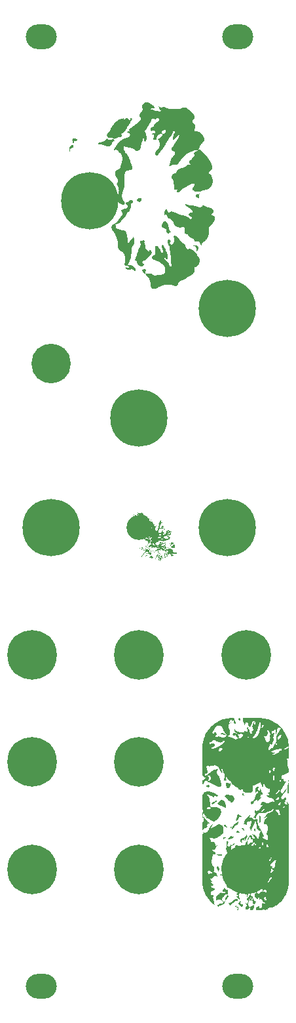
<source format=gts>
G04 #@! TF.GenerationSoftware,KiCad,Pcbnew,7.0.8*
G04 #@! TF.CreationDate,2024-09-22T22:09:23-04:00*
G04 #@! TF.ProjectId,lichen-bifocals-panel,6c696368-656e-42d6-9269-666f63616c73,rev?*
G04 #@! TF.SameCoordinates,Original*
G04 #@! TF.FileFunction,Soldermask,Top*
G04 #@! TF.FilePolarity,Negative*
%FSLAX46Y46*%
G04 Gerber Fmt 4.6, Leading zero omitted, Abs format (unit mm)*
G04 Created by KiCad (PCBNEW 7.0.8) date 2024-09-22 22:09:23*
%MOMM*%
%LPD*%
G01*
G04 APERTURE LIST*
G04 Aperture macros list*
%AMRoundRect*
0 Rectangle with rounded corners*
0 $1 Rounding radius*
0 $2 $3 $4 $5 $6 $7 $8 $9 X,Y pos of 4 corners*
0 Add a 4 corners polygon primitive as box body*
4,1,4,$2,$3,$4,$5,$6,$7,$8,$9,$2,$3,0*
0 Add four circle primitives for the rounded corners*
1,1,$1+$1,$2,$3*
1,1,$1+$1,$4,$5*
1,1,$1+$1,$6,$7*
1,1,$1+$1,$8,$9*
0 Add four rect primitives between the rounded corners*
20,1,$1+$1,$2,$3,$4,$5,0*
20,1,$1+$1,$4,$5,$6,$7,0*
20,1,$1+$1,$6,$7,$8,$9,0*
20,1,$1+$1,$8,$9,$2,$3,0*%
G04 Aperture macros list end*
%ADD10C,0.000000*%
%ADD11C,7.400000*%
%ADD12RoundRect,1.600000X0.400000X0.000000X-0.400000X0.000000X-0.400000X0.000000X0.400000X0.000000X0*%
%ADD13C,6.400000*%
%ADD14C,5.100000*%
%ADD15RoundRect,1.600000X-0.400000X0.000000X0.400000X0.000000X0.400000X0.000000X-0.400000X0.000000X0*%
%ADD16C,3.200000*%
G04 APERTURE END LIST*
D10*
G36*
X120796459Y-164778903D02*
G01*
X120786387Y-164772281D01*
X120777000Y-164765568D01*
X120768283Y-164758764D01*
X120760221Y-164751872D01*
X120752798Y-164744895D01*
X120745999Y-164737835D01*
X120739808Y-164730693D01*
X120734210Y-164723472D01*
X120729190Y-164716174D01*
X120724731Y-164708800D01*
X120720819Y-164701354D01*
X120717438Y-164693836D01*
X120714572Y-164686250D01*
X120712206Y-164678598D01*
X120710326Y-164670880D01*
X120708914Y-164663101D01*
X120707956Y-164655261D01*
X120707436Y-164647362D01*
X120707339Y-164639408D01*
X120707649Y-164631399D01*
X120708351Y-164623339D01*
X120709430Y-164615229D01*
X120710869Y-164607071D01*
X120712654Y-164598867D01*
X120717198Y-164582332D01*
X120722939Y-164565639D01*
X120729752Y-164548805D01*
X120737515Y-164531848D01*
X120796459Y-164778903D01*
G37*
G36*
X119452652Y-164762194D02*
G01*
X119450287Y-164765072D01*
X119447899Y-164767925D01*
X119445482Y-164770741D01*
X119443028Y-164773509D01*
X119408943Y-164810743D01*
X119374798Y-164847873D01*
X119491566Y-164954662D01*
X119493213Y-164950031D01*
X119494746Y-164945288D01*
X119497589Y-164935577D01*
X119500326Y-164925757D01*
X119503187Y-164916057D01*
X119504737Y-164911323D01*
X119506404Y-164906705D01*
X119508218Y-164902230D01*
X119510207Y-164897928D01*
X119512401Y-164893827D01*
X119514828Y-164889955D01*
X119517517Y-164886341D01*
X119520496Y-164883014D01*
X119524244Y-164879451D01*
X119528249Y-164876141D01*
X119532485Y-164873058D01*
X119536927Y-164870178D01*
X119541550Y-164867476D01*
X119546327Y-164864926D01*
X119551235Y-164862504D01*
X119556248Y-164860184D01*
X119566487Y-164855751D01*
X119576840Y-164851427D01*
X119587107Y-164847012D01*
X119592144Y-164844707D01*
X119597084Y-164842304D01*
X119596043Y-164845960D01*
X119595100Y-164849693D01*
X119593411Y-164857314D01*
X119591829Y-164865010D01*
X119590162Y-164872626D01*
X119589238Y-164876355D01*
X119588221Y-164880005D01*
X119587088Y-164883558D01*
X119585815Y-164886993D01*
X119584378Y-164890290D01*
X119582753Y-164893431D01*
X119580917Y-164896396D01*
X119578846Y-164899166D01*
X119568324Y-164913030D01*
X119559146Y-164927171D01*
X119551257Y-164941583D01*
X119544604Y-164956262D01*
X119539133Y-164971205D01*
X119534790Y-164986407D01*
X119531521Y-165001865D01*
X119529273Y-165017575D01*
X119527991Y-165033532D01*
X119527622Y-165049733D01*
X119528111Y-165066173D01*
X119529406Y-165082849D01*
X119531452Y-165099756D01*
X119534195Y-165116891D01*
X119537581Y-165134250D01*
X119541557Y-165151828D01*
X119541880Y-165153524D01*
X119542045Y-165155242D01*
X119542059Y-165156982D01*
X119541932Y-165158743D01*
X119541669Y-165160523D01*
X119541279Y-165162321D01*
X119540769Y-165164137D01*
X119540146Y-165165968D01*
X119539419Y-165167815D01*
X119538595Y-165169675D01*
X119536685Y-165173432D01*
X119534476Y-165177231D01*
X119532030Y-165181062D01*
X119529407Y-165184917D01*
X119526666Y-165188786D01*
X119521076Y-165196531D01*
X119518347Y-165200389D01*
X119515743Y-165204225D01*
X119513324Y-165208030D01*
X119511150Y-165211795D01*
X119478481Y-165143817D01*
X119478519Y-165143779D01*
X119480564Y-165148082D01*
X119480088Y-165135884D01*
X119478286Y-165123764D01*
X119475281Y-165111716D01*
X119471195Y-165099732D01*
X119466151Y-165087805D01*
X119460272Y-165075928D01*
X119453680Y-165064094D01*
X119446498Y-165052296D01*
X119382527Y-164958342D01*
X119375557Y-164946544D01*
X119369223Y-164934711D01*
X119363649Y-164922835D01*
X119358958Y-164910909D01*
X119355272Y-164898925D01*
X119352713Y-164886878D01*
X119351405Y-164874759D01*
X119351470Y-164862561D01*
X119353031Y-164850278D01*
X119356210Y-164837902D01*
X119361131Y-164825426D01*
X119367915Y-164812842D01*
X119376686Y-164800145D01*
X119387566Y-164787326D01*
X119400678Y-164774378D01*
X119416145Y-164761295D01*
X119417204Y-164760505D01*
X119418310Y-164759771D01*
X119419461Y-164759092D01*
X119420653Y-164758464D01*
X119423156Y-164757352D01*
X119425801Y-164756413D01*
X119428569Y-164755625D01*
X119431443Y-164754966D01*
X119434404Y-164754414D01*
X119437435Y-164753947D01*
X119443633Y-164753181D01*
X119449891Y-164752492D01*
X119456065Y-164751705D01*
X119459075Y-164751220D01*
X119462009Y-164750644D01*
X119452652Y-164762194D01*
G37*
G36*
X121510102Y-170216339D02*
G01*
X121508366Y-170220550D01*
X121506146Y-170224491D01*
X121510171Y-170216102D01*
X121510102Y-170216339D01*
G37*
G36*
X120730991Y-165105190D02*
G01*
X120694663Y-165079138D01*
X120658421Y-165053012D01*
X120743862Y-165046878D01*
X120730991Y-165105190D01*
G37*
G36*
X133208707Y-214526267D02*
G01*
X133211706Y-214526962D01*
X133214859Y-214528020D01*
X133218156Y-214529419D01*
X133221587Y-214531136D01*
X133225143Y-214533149D01*
X133232592Y-214537970D01*
X133240425Y-214543702D01*
X133248567Y-214550163D01*
X133265469Y-214564550D01*
X133282687Y-214579684D01*
X133299609Y-214594117D01*
X133307768Y-214600619D01*
X133315624Y-214606403D01*
X133278872Y-214640930D01*
X133251376Y-214672374D01*
X133232467Y-214700948D01*
X133221477Y-214726867D01*
X133217740Y-214750346D01*
X133220585Y-214771599D01*
X133229347Y-214790842D01*
X133243356Y-214808288D01*
X133261945Y-214824152D01*
X133284447Y-214838650D01*
X133338513Y-214864401D01*
X133464202Y-214908944D01*
X133525137Y-214931168D01*
X133577675Y-214955651D01*
X133599125Y-214969275D01*
X133616472Y-214984108D01*
X133629049Y-215000364D01*
X133636186Y-215018258D01*
X133637216Y-215038004D01*
X133631472Y-215059817D01*
X133618285Y-215083912D01*
X133596987Y-215110503D01*
X133566911Y-215139804D01*
X133527388Y-215172031D01*
X133477751Y-215207398D01*
X133417332Y-215246120D01*
X133410094Y-215249447D01*
X133402317Y-215250949D01*
X133394019Y-215250703D01*
X133385216Y-215248790D01*
X133375925Y-215245287D01*
X133366165Y-215240275D01*
X133345304Y-215226035D01*
X133322772Y-215206702D01*
X133298705Y-215182907D01*
X133273244Y-215155282D01*
X133246526Y-215124459D01*
X133129856Y-214981805D01*
X133067580Y-214907704D01*
X133035942Y-214872170D01*
X133004154Y-214838489D01*
X133004612Y-214838489D01*
X133023787Y-214805939D01*
X133041394Y-214775519D01*
X133072424Y-214720754D01*
X133121410Y-214633307D01*
X133131695Y-214615585D01*
X133141457Y-214599360D01*
X133150825Y-214584554D01*
X133159931Y-214571087D01*
X133168906Y-214558880D01*
X133177879Y-214547855D01*
X133186983Y-214537933D01*
X133196346Y-214529033D01*
X133198435Y-214527572D01*
X133200725Y-214526588D01*
X133203207Y-214526057D01*
X133205870Y-214525958D01*
X133208707Y-214526267D01*
G37*
G36*
X119927395Y-167201000D02*
G01*
X119895748Y-167209926D01*
X119939137Y-167121097D01*
X119927395Y-167201000D01*
G37*
G36*
X122531490Y-168859058D02*
G01*
X122485699Y-168904850D01*
X122374752Y-168834507D01*
X122531490Y-168859058D01*
G37*
G36*
X123764912Y-167274417D02*
G01*
X123757526Y-167282045D01*
X123750237Y-167288756D01*
X123743041Y-167294586D01*
X123735934Y-167299566D01*
X123728913Y-167303732D01*
X123721975Y-167307116D01*
X123715115Y-167309752D01*
X123708330Y-167311674D01*
X123701617Y-167312916D01*
X123694972Y-167313512D01*
X123688391Y-167313494D01*
X123681871Y-167312897D01*
X123675409Y-167311753D01*
X123669000Y-167310098D01*
X123662642Y-167307965D01*
X123656330Y-167305386D01*
X123650061Y-167302396D01*
X123643832Y-167299029D01*
X123637639Y-167295318D01*
X123631478Y-167291297D01*
X123619240Y-167282459D01*
X123607088Y-167272783D01*
X123558781Y-167231098D01*
X123764912Y-167274417D01*
G37*
G36*
X121798420Y-168086162D02*
G01*
X121797887Y-168085716D01*
X121798420Y-168083904D01*
X121798420Y-168086162D01*
G37*
G36*
X121056189Y-169968817D02*
G01*
X121052295Y-169977411D01*
X121044932Y-169995362D01*
X121040896Y-170003705D01*
X121038664Y-170007498D01*
X121036243Y-170010952D01*
X121033597Y-170014006D01*
X121030691Y-170016596D01*
X121027488Y-170018659D01*
X121023954Y-170020131D01*
X121020053Y-170020949D01*
X121015749Y-170021050D01*
X121011007Y-170020370D01*
X121005791Y-170018847D01*
X121000066Y-170016416D01*
X120993797Y-170013015D01*
X120986947Y-170008580D01*
X120979481Y-170003047D01*
X121058298Y-169964867D01*
X121056189Y-169968817D01*
G37*
G36*
X120313341Y-167207395D02*
G01*
X120318097Y-167209875D01*
X120322454Y-167212905D01*
X120326450Y-167216434D01*
X120330120Y-167220409D01*
X120333503Y-167224780D01*
X120333937Y-167225434D01*
X120308147Y-167205516D01*
X120313341Y-167207395D01*
G37*
G36*
X121312543Y-167138943D02*
G01*
X121316375Y-167140344D01*
X121319448Y-167142379D01*
X121321829Y-167144982D01*
X121323586Y-167148086D01*
X121324788Y-167151623D01*
X121325502Y-167155527D01*
X121325796Y-167159730D01*
X121325740Y-167164165D01*
X121324843Y-167173464D01*
X121321828Y-167191896D01*
X121320799Y-167199956D01*
X121320641Y-167203461D01*
X121320813Y-167206528D01*
X121321382Y-167209089D01*
X121322416Y-167211077D01*
X121323984Y-167212424D01*
X121326153Y-167213064D01*
X121328992Y-167212930D01*
X121332568Y-167211954D01*
X121336950Y-167210070D01*
X121342205Y-167207210D01*
X121342111Y-167211715D01*
X121342137Y-167216285D01*
X121342422Y-167225550D01*
X121342810Y-167234863D01*
X121343048Y-167244080D01*
X121343033Y-167248608D01*
X121342886Y-167253059D01*
X121342576Y-167257414D01*
X121342072Y-167261656D01*
X121341342Y-167265766D01*
X121340355Y-167269728D01*
X121339079Y-167273523D01*
X121337482Y-167277133D01*
X121336807Y-167278296D01*
X121335973Y-167279448D01*
X121334989Y-167280586D01*
X121333866Y-167281707D01*
X121332614Y-167282808D01*
X121331243Y-167283886D01*
X121328182Y-167285960D01*
X121324765Y-167287905D01*
X121321072Y-167289695D01*
X121317183Y-167291308D01*
X121313177Y-167292717D01*
X121309136Y-167293900D01*
X121305138Y-167294830D01*
X121301265Y-167295484D01*
X121297597Y-167295837D01*
X121295864Y-167295893D01*
X121294213Y-167295865D01*
X121292653Y-167295749D01*
X121291194Y-167295542D01*
X121289847Y-167295243D01*
X121288620Y-167294846D01*
X121287525Y-167294349D01*
X121286572Y-167293750D01*
X121277816Y-167287341D01*
X121269955Y-167281894D01*
X121262946Y-167277363D01*
X121256747Y-167273702D01*
X121251314Y-167270865D01*
X121246606Y-167268805D01*
X121242578Y-167267477D01*
X121239189Y-167266833D01*
X121236396Y-167266828D01*
X121234157Y-167267416D01*
X121232427Y-167268551D01*
X121231165Y-167270185D01*
X121230329Y-167272274D01*
X121229874Y-167274770D01*
X121229759Y-167277628D01*
X121229940Y-167280801D01*
X121231023Y-167287909D01*
X121232780Y-167295724D01*
X121236951Y-167311996D01*
X121238680Y-167319713D01*
X121239717Y-167326659D01*
X121239869Y-167329727D01*
X121239720Y-167332464D01*
X121239226Y-167334822D01*
X121238710Y-167335958D01*
X121222899Y-167326162D01*
X121206964Y-167315835D01*
X121192654Y-167306065D01*
X121179921Y-167296825D01*
X121168716Y-167288089D01*
X121158993Y-167279831D01*
X121150704Y-167272024D01*
X121143800Y-167264644D01*
X121138235Y-167257664D01*
X121133959Y-167251057D01*
X121130927Y-167244798D01*
X121129089Y-167238862D01*
X121128399Y-167233221D01*
X121128808Y-167227849D01*
X121130269Y-167222722D01*
X121132733Y-167217812D01*
X121136155Y-167213094D01*
X121140484Y-167208542D01*
X121145675Y-167204129D01*
X121151679Y-167199830D01*
X121158448Y-167195618D01*
X121165935Y-167191469D01*
X121182871Y-167183250D01*
X121202105Y-167174965D01*
X121223256Y-167166406D01*
X121269779Y-167147632D01*
X121279600Y-167143814D01*
X121288253Y-167141033D01*
X121295805Y-167139223D01*
X121302326Y-167138316D01*
X121307882Y-167138245D01*
X121312543Y-167138943D01*
G37*
G36*
X120775636Y-169202550D02*
G01*
X120818314Y-169203792D01*
X120831114Y-169204071D01*
X120844851Y-169204229D01*
X120859569Y-169204213D01*
X120875309Y-169203968D01*
X120875315Y-169203960D01*
X120875321Y-169203954D01*
X120875327Y-169203947D01*
X120875333Y-169203940D01*
X120875346Y-169203927D01*
X120875360Y-169203914D01*
X120875387Y-169203888D01*
X120875402Y-169203875D01*
X120875416Y-169203861D01*
X120871423Y-169210571D01*
X120867797Y-169216950D01*
X120861504Y-169228677D01*
X120851780Y-169247746D01*
X120849742Y-169251545D01*
X120847791Y-169254937D01*
X120845893Y-169257914D01*
X120844013Y-169260465D01*
X120842115Y-169262582D01*
X120840166Y-169264255D01*
X120838130Y-169265474D01*
X120837068Y-169265911D01*
X120835972Y-169266231D01*
X120816182Y-169270601D01*
X120796230Y-169274510D01*
X120776151Y-169278054D01*
X120755979Y-169281327D01*
X120675030Y-169293613D01*
X120677768Y-169288120D01*
X120680371Y-169282419D01*
X120685309Y-169270607D01*
X120690127Y-169258605D01*
X120695106Y-169246841D01*
X120697744Y-169241182D01*
X120700528Y-169235742D01*
X120703493Y-169230576D01*
X120706674Y-169225736D01*
X120710108Y-169221276D01*
X120713828Y-169217250D01*
X120715807Y-169215416D01*
X120717871Y-169213711D01*
X120720024Y-169212140D01*
X120722271Y-169210712D01*
X120724664Y-169209397D01*
X120727158Y-169208222D01*
X120729758Y-169207178D01*
X120732469Y-169206260D01*
X120735297Y-169205460D01*
X120738247Y-169204772D01*
X120744534Y-169203704D01*
X120751374Y-169203002D01*
X120758809Y-169202611D01*
X120766882Y-169202479D01*
X120775636Y-169202550D01*
G37*
G36*
X121218284Y-167597503D02*
G01*
X121229821Y-167603960D01*
X121241671Y-167609955D01*
X121253792Y-167615549D01*
X121278679Y-167625784D01*
X121329858Y-167644177D01*
X121355478Y-167653328D01*
X121380671Y-167663111D01*
X121405100Y-167674022D01*
X121416924Y-167680056D01*
X121428431Y-167686558D01*
X121439580Y-167693591D01*
X121450328Y-167701215D01*
X121460633Y-167709494D01*
X121470454Y-167718490D01*
X121479748Y-167728264D01*
X121488474Y-167738879D01*
X121496589Y-167750396D01*
X121504052Y-167762879D01*
X121510820Y-167776387D01*
X121516852Y-167790985D01*
X121522106Y-167806734D01*
X121526539Y-167823696D01*
X121210285Y-167592508D01*
X121218284Y-167597503D01*
G37*
G36*
X123990640Y-168740861D02*
G01*
X123990303Y-168744344D01*
X123989835Y-168751757D01*
X123989475Y-168759405D01*
X123989026Y-168766855D01*
X123988707Y-168770370D01*
X123988292Y-168773675D01*
X123987756Y-168776713D01*
X123987075Y-168779432D01*
X123986223Y-168781777D01*
X123985726Y-168782792D01*
X123985177Y-168783694D01*
X123984574Y-168784476D01*
X123983912Y-168785130D01*
X123983189Y-168785650D01*
X123982403Y-168786029D01*
X123976317Y-168788782D01*
X123970868Y-168792285D01*
X123966000Y-168796472D01*
X123961655Y-168801277D01*
X123957779Y-168806632D01*
X123954315Y-168812470D01*
X123951206Y-168818725D01*
X123948396Y-168825329D01*
X123929937Y-168882735D01*
X123924376Y-168895904D01*
X123921144Y-168901943D01*
X123917536Y-168907530D01*
X123913495Y-168912597D01*
X123908967Y-168917078D01*
X123903893Y-168920906D01*
X123898218Y-168924014D01*
X123891886Y-168926335D01*
X123884840Y-168927803D01*
X123877024Y-168928349D01*
X123868383Y-168927909D01*
X123858858Y-168926414D01*
X123848395Y-168923798D01*
X123836938Y-168919994D01*
X123824429Y-168914936D01*
X123832764Y-168899547D01*
X123836842Y-168891826D01*
X123836948Y-168891719D01*
X123836948Y-168891727D01*
X123991077Y-168737598D01*
X123990640Y-168740861D01*
G37*
G36*
X121810841Y-165327091D02*
G01*
X121810835Y-165327085D01*
X121810841Y-165327083D01*
X121810841Y-165327091D01*
G37*
G36*
X122992783Y-169916898D02*
G01*
X122994617Y-169917148D01*
X123006676Y-169919581D01*
X123018709Y-169922298D01*
X123042708Y-169928476D01*
X123066634Y-169935470D01*
X123090507Y-169943063D01*
X123185864Y-169975147D01*
X123163105Y-169991764D01*
X123156302Y-169998181D01*
X123150053Y-170004588D01*
X123144357Y-170010987D01*
X123139213Y-170017378D01*
X123134621Y-170023762D01*
X123130579Y-170030139D01*
X123127087Y-170036511D01*
X123124145Y-170042879D01*
X123121750Y-170049243D01*
X123119903Y-170055604D01*
X123118603Y-170061963D01*
X123117848Y-170068322D01*
X123117639Y-170074680D01*
X123117973Y-170081038D01*
X123118851Y-170087398D01*
X123120272Y-170093761D01*
X123122234Y-170100127D01*
X123124737Y-170106497D01*
X123127781Y-170112871D01*
X123131363Y-170119252D01*
X123135485Y-170125639D01*
X123140144Y-170132034D01*
X123145340Y-170138437D01*
X123151072Y-170144849D01*
X123157339Y-170151271D01*
X123164141Y-170157705D01*
X123171476Y-170164150D01*
X123179344Y-170170608D01*
X123187744Y-170177079D01*
X123196676Y-170183564D01*
X123206138Y-170190065D01*
X123216129Y-170196582D01*
X123217561Y-170197587D01*
X123218917Y-170198726D01*
X123220199Y-170199992D01*
X123221413Y-170201378D01*
X123222561Y-170202879D01*
X123223647Y-170204488D01*
X123224676Y-170206198D01*
X123225650Y-170208003D01*
X123227451Y-170211874D01*
X123229079Y-170216048D01*
X123230564Y-170220475D01*
X123231936Y-170225104D01*
X123234457Y-170234762D01*
X123236879Y-170244612D01*
X123238127Y-170249482D01*
X123239439Y-170254246D01*
X123240845Y-170258855D01*
X123242374Y-170263256D01*
X123239248Y-170262267D01*
X123236068Y-170261352D01*
X123229602Y-170259670D01*
X123223077Y-170258065D01*
X123216598Y-170256392D01*
X123213407Y-170255484D01*
X123210267Y-170254505D01*
X123207189Y-170253436D01*
X123204187Y-170252260D01*
X123201274Y-170250957D01*
X123198463Y-170249510D01*
X123195765Y-170247902D01*
X123193195Y-170246112D01*
X123172905Y-170232127D01*
X123151221Y-170219353D01*
X123128560Y-170207427D01*
X123105341Y-170195986D01*
X123058897Y-170173108D01*
X123036509Y-170160946D01*
X123015234Y-170147818D01*
X122995490Y-170133361D01*
X122986322Y-170125522D01*
X122977694Y-170117213D01*
X122969658Y-170108392D01*
X122962265Y-170099011D01*
X122955569Y-170089026D01*
X122949621Y-170078392D01*
X122944473Y-170067062D01*
X122940179Y-170054993D01*
X122936789Y-170042137D01*
X122934357Y-170028451D01*
X122932934Y-170013888D01*
X122932573Y-169998404D01*
X122933326Y-169981952D01*
X122935246Y-169964489D01*
X122935623Y-169962502D01*
X122936193Y-169960469D01*
X122936944Y-169958397D01*
X122937869Y-169956296D01*
X122938957Y-169954172D01*
X122940198Y-169952034D01*
X122941582Y-169949889D01*
X122943101Y-169947745D01*
X122946502Y-169943492D01*
X122950322Y-169939339D01*
X122954486Y-169935348D01*
X122958915Y-169931583D01*
X122963532Y-169928106D01*
X122968259Y-169924981D01*
X122973020Y-169922271D01*
X122975389Y-169921091D01*
X122977737Y-169920039D01*
X122980055Y-169919122D01*
X122982333Y-169918347D01*
X122984561Y-169917724D01*
X122986729Y-169917260D01*
X122988829Y-169916962D01*
X122990850Y-169916839D01*
X122992783Y-169916898D01*
G37*
G36*
X123342495Y-167991504D02*
G01*
X123324073Y-167988040D01*
X123307576Y-167984156D01*
X123292917Y-167979872D01*
X123280008Y-167975207D01*
X123268760Y-167970180D01*
X123259085Y-167964810D01*
X123250896Y-167959116D01*
X123244104Y-167953119D01*
X123238621Y-167946836D01*
X123234360Y-167940288D01*
X123231233Y-167933493D01*
X123229150Y-167926470D01*
X123228025Y-167919240D01*
X123227770Y-167911820D01*
X123228295Y-167904231D01*
X123229514Y-167896492D01*
X123231338Y-167888621D01*
X123233680Y-167880638D01*
X123239562Y-167864413D01*
X123253661Y-167831464D01*
X123260470Y-167815048D01*
X123266178Y-167798876D01*
X123268400Y-167790930D01*
X123270083Y-167783102D01*
X123271140Y-167775412D01*
X123271481Y-167767879D01*
X123342495Y-167991504D01*
G37*
G36*
X131668670Y-211048064D02*
G01*
X131666412Y-211061870D01*
X131664195Y-211076271D01*
X131663121Y-211084018D01*
X131662083Y-211092304D01*
X131870716Y-211062076D01*
X131896306Y-211082959D01*
X131921861Y-211104344D01*
X131947444Y-211125286D01*
X131960264Y-211135298D01*
X131973114Y-211144846D01*
X131986000Y-211153813D01*
X131998931Y-211162081D01*
X132011914Y-211169533D01*
X132024956Y-211176050D01*
X132038065Y-211181514D01*
X132044647Y-211183815D01*
X132051249Y-211185809D01*
X132057871Y-211187481D01*
X132064514Y-211188816D01*
X132071180Y-211189800D01*
X132077869Y-211190418D01*
X132062382Y-211196106D01*
X132049563Y-211203178D01*
X132039215Y-211211563D01*
X132031139Y-211221192D01*
X132025139Y-211231997D01*
X132021015Y-211243907D01*
X132018571Y-211256853D01*
X132017609Y-211270767D01*
X132017931Y-211285578D01*
X132019339Y-211301217D01*
X132024623Y-211334703D01*
X132039526Y-211408564D01*
X132045981Y-211447830D01*
X132049662Y-211487912D01*
X132049967Y-211508087D01*
X132048987Y-211528257D01*
X132046522Y-211548355D01*
X132042374Y-211568310D01*
X132036347Y-211588053D01*
X132028242Y-211607516D01*
X132017862Y-211626627D01*
X132005008Y-211645320D01*
X131989484Y-211663523D01*
X131971091Y-211681167D01*
X131949631Y-211698184D01*
X131924908Y-211714504D01*
X131898529Y-211729590D01*
X131874184Y-211741899D01*
X131851776Y-211751567D01*
X131831206Y-211758734D01*
X131812378Y-211763535D01*
X131795194Y-211766108D01*
X131779558Y-211766590D01*
X131765371Y-211765118D01*
X131752536Y-211761830D01*
X131740956Y-211756863D01*
X131730534Y-211750355D01*
X131721173Y-211742442D01*
X131712774Y-211733261D01*
X131705241Y-211722951D01*
X131698476Y-211711648D01*
X131692382Y-211699489D01*
X131681818Y-211673155D01*
X131672769Y-211645045D01*
X131656104Y-211587895D01*
X131646931Y-211561050D01*
X131636158Y-211536823D01*
X131629929Y-211526034D01*
X131623008Y-211516311D01*
X131615298Y-211507792D01*
X131606701Y-211500614D01*
X131606731Y-211500606D01*
X131627655Y-211488177D01*
X131644215Y-211475880D01*
X131656710Y-211463706D01*
X131665441Y-211451645D01*
X131670708Y-211439690D01*
X131672813Y-211427829D01*
X131672054Y-211416055D01*
X131668734Y-211404358D01*
X131663151Y-211392729D01*
X131655607Y-211381159D01*
X131635835Y-211358157D01*
X131611821Y-211335279D01*
X131585969Y-211312453D01*
X131560681Y-211289604D01*
X131538361Y-211266658D01*
X131529064Y-211255127D01*
X131521411Y-211243543D01*
X131515701Y-211231899D01*
X131512235Y-211220185D01*
X131511313Y-211208392D01*
X131513236Y-211196511D01*
X131518304Y-211184532D01*
X131526817Y-211172446D01*
X131539075Y-211160244D01*
X131555380Y-211147917D01*
X131576032Y-211135456D01*
X131601330Y-211122852D01*
X131601136Y-211122886D01*
X131600951Y-211122908D01*
X131600774Y-211122918D01*
X131600604Y-211122919D01*
X131600441Y-211122910D01*
X131600285Y-211122892D01*
X131600134Y-211122866D01*
X131599989Y-211122832D01*
X131599848Y-211122792D01*
X131599712Y-211122746D01*
X131599579Y-211122695D01*
X131599450Y-211122640D01*
X131599198Y-211122519D01*
X131598951Y-211122390D01*
X131598460Y-211122132D01*
X131598205Y-211122015D01*
X131598074Y-211121962D01*
X131597940Y-211121914D01*
X131597801Y-211121872D01*
X131597658Y-211121835D01*
X131597510Y-211121806D01*
X131597357Y-211121784D01*
X131597197Y-211121771D01*
X131597031Y-211121768D01*
X131596857Y-211121774D01*
X131596676Y-211121791D01*
X131601448Y-211114090D01*
X131606201Y-211106720D01*
X131610935Y-211099675D01*
X131615650Y-211092946D01*
X131620346Y-211086524D01*
X131625025Y-211080401D01*
X131629686Y-211074570D01*
X131634330Y-211069021D01*
X131638957Y-211063746D01*
X131643567Y-211058738D01*
X131648161Y-211053988D01*
X131652739Y-211049488D01*
X131657302Y-211045228D01*
X131661850Y-211041202D01*
X131666383Y-211037401D01*
X131670902Y-211033817D01*
X131668670Y-211048064D01*
G37*
G36*
X120452630Y-166704020D02*
G01*
X120453343Y-166709589D01*
X120455956Y-166721390D01*
X120459741Y-166733846D01*
X120464201Y-166746678D01*
X120473161Y-166772367D01*
X120476668Y-166784669D01*
X120477962Y-166790563D01*
X120478866Y-166796240D01*
X120479318Y-166801666D01*
X120479257Y-166806804D01*
X120478620Y-166811622D01*
X120477346Y-166816084D01*
X120475372Y-166820156D01*
X120472637Y-166823802D01*
X120469078Y-166826989D01*
X120464633Y-166829682D01*
X120459240Y-166831846D01*
X120452837Y-166833447D01*
X120445363Y-166834450D01*
X120436755Y-166834819D01*
X120426951Y-166834522D01*
X120415889Y-166833523D01*
X120403508Y-166831787D01*
X120389744Y-166829280D01*
X120452396Y-166698719D01*
X120452630Y-166704020D01*
G37*
G36*
X134701111Y-213418490D02*
G01*
X134705867Y-213418863D01*
X134710706Y-213419491D01*
X134720607Y-213421432D01*
X134730763Y-213424159D01*
X134741122Y-213427520D01*
X134751635Y-213431361D01*
X134762249Y-213435528D01*
X134783581Y-213444230D01*
X134804710Y-213452397D01*
X134815072Y-213455898D01*
X134825230Y-213458805D01*
X134815096Y-213464363D01*
X134804802Y-213469629D01*
X134783893Y-213479578D01*
X134762823Y-213489238D01*
X134741915Y-213499196D01*
X134731622Y-213504469D01*
X134721491Y-213510037D01*
X134711561Y-213515973D01*
X134701874Y-213522350D01*
X134692468Y-213529242D01*
X134683385Y-213536721D01*
X134674665Y-213544862D01*
X134666348Y-213553737D01*
X134644347Y-213581589D01*
X134627873Y-213607810D01*
X134616534Y-213632520D01*
X134609941Y-213655839D01*
X134607701Y-213677889D01*
X134609424Y-213698790D01*
X134614719Y-213718663D01*
X134623195Y-213737629D01*
X134634461Y-213755808D01*
X134648126Y-213773320D01*
X134681090Y-213806831D01*
X134758605Y-213871172D01*
X134796901Y-213903934D01*
X134830720Y-213938377D01*
X134844972Y-213956531D01*
X134856933Y-213975467D01*
X134866210Y-213995307D01*
X134872413Y-214016170D01*
X134875151Y-214038179D01*
X134874033Y-214061452D01*
X134868668Y-214086111D01*
X134858665Y-214112278D01*
X134843633Y-214140071D01*
X134823181Y-214169613D01*
X134796918Y-214201024D01*
X134764454Y-214234424D01*
X134759103Y-214240166D01*
X134754092Y-214246638D01*
X134745023Y-214261634D01*
X134737116Y-214279132D01*
X134730242Y-214298853D01*
X134724268Y-214320517D01*
X134719066Y-214343844D01*
X134714505Y-214368553D01*
X134710453Y-214394365D01*
X134696736Y-214503040D01*
X134689543Y-214556714D01*
X134685407Y-214582406D01*
X134680737Y-214606960D01*
X134508266Y-214319477D01*
X134546154Y-214182323D01*
X134674427Y-214195446D01*
X134646091Y-213969844D01*
X134445820Y-214156818D01*
X134442727Y-214158251D01*
X134439699Y-214159724D01*
X134436751Y-214161244D01*
X134433895Y-214162817D01*
X134432506Y-214163627D01*
X134431145Y-214164452D01*
X134429814Y-214165295D01*
X134428514Y-214166155D01*
X134427248Y-214167035D01*
X134426016Y-214167934D01*
X134424821Y-214168854D01*
X134423664Y-214169796D01*
X134420139Y-214169445D01*
X134421688Y-214171955D01*
X134418241Y-214175256D01*
X134415048Y-214178704D01*
X134412103Y-214182295D01*
X134409401Y-214186028D01*
X134406939Y-214189899D01*
X134404712Y-214193906D01*
X134400943Y-214202317D01*
X134398058Y-214211238D01*
X134396020Y-214220649D01*
X134394791Y-214230529D01*
X134394336Y-214240855D01*
X134394617Y-214251606D01*
X134395597Y-214262762D01*
X134397240Y-214274301D01*
X134399508Y-214286201D01*
X134402366Y-214298440D01*
X134405776Y-214310999D01*
X134409701Y-214323855D01*
X134414104Y-214336986D01*
X134398810Y-214401187D01*
X134379509Y-214466287D01*
X134334966Y-214597822D01*
X134312761Y-214663576D01*
X134292624Y-214728868D01*
X134276075Y-214793356D01*
X134269620Y-214825193D01*
X134264631Y-214856701D01*
X134261299Y-214887839D01*
X134259812Y-214918562D01*
X134260362Y-214948830D01*
X134263137Y-214978599D01*
X134268327Y-215007826D01*
X134276123Y-215036470D01*
X134286713Y-215064487D01*
X134300289Y-215091836D01*
X134317039Y-215118473D01*
X134337154Y-215144356D01*
X134360823Y-215169442D01*
X134388236Y-215193690D01*
X134419583Y-215217055D01*
X134455054Y-215239497D01*
X134494839Y-215260971D01*
X134539127Y-215281436D01*
X134516665Y-215302015D01*
X134494327Y-215323552D01*
X134449884Y-215368480D01*
X134405531Y-215414181D01*
X134360999Y-215458615D01*
X134338582Y-215479719D01*
X134316019Y-215499742D01*
X134293277Y-215518428D01*
X134270322Y-215535522D01*
X134247120Y-215550770D01*
X134235417Y-215557621D01*
X134223639Y-215563915D01*
X134211783Y-215569620D01*
X134199844Y-215574704D01*
X134187818Y-215579135D01*
X134175701Y-215582881D01*
X134141136Y-215591243D01*
X134109205Y-215596566D01*
X134079842Y-215599023D01*
X134052981Y-215598789D01*
X134028557Y-215596036D01*
X134006503Y-215590937D01*
X133986753Y-215583665D01*
X133969241Y-215574395D01*
X133953901Y-215563299D01*
X133940668Y-215550549D01*
X133929475Y-215536321D01*
X133920256Y-215520786D01*
X133912945Y-215504118D01*
X133907476Y-215486490D01*
X133903783Y-215468076D01*
X133901801Y-215449049D01*
X133901463Y-215429581D01*
X133902703Y-215409846D01*
X133905455Y-215390018D01*
X133909654Y-215370269D01*
X133915232Y-215350774D01*
X133922125Y-215331704D01*
X133930266Y-215313233D01*
X133939588Y-215295535D01*
X133950028Y-215278783D01*
X133961517Y-215263150D01*
X133973990Y-215248809D01*
X133987382Y-215235933D01*
X134001625Y-215224696D01*
X134016655Y-215215270D01*
X134032405Y-215207830D01*
X134048809Y-215202548D01*
X134070626Y-215194969D01*
X134087306Y-215184591D01*
X134099246Y-215171672D01*
X134106842Y-215156469D01*
X134110492Y-215139238D01*
X134110591Y-215120236D01*
X134107536Y-215099721D01*
X134101724Y-215077949D01*
X134093550Y-215055176D01*
X134083412Y-215031661D01*
X134058829Y-214983429D01*
X134003531Y-214889351D01*
X133979162Y-214847616D01*
X133961207Y-214812157D01*
X133955627Y-214797423D01*
X133952840Y-214785029D01*
X133953242Y-214775231D01*
X133957231Y-214768287D01*
X133965202Y-214764453D01*
X133977553Y-214763987D01*
X133994679Y-214767144D01*
X134016977Y-214774183D01*
X134044844Y-214785360D01*
X134078676Y-214800931D01*
X134165821Y-214846286D01*
X134169947Y-214835320D01*
X134179387Y-214804385D01*
X134208811Y-214700251D01*
X134243296Y-214569177D01*
X134259063Y-214504565D01*
X134272045Y-214446453D01*
X134272059Y-214446173D01*
X134271984Y-214445858D01*
X134271576Y-214445126D01*
X134270836Y-214444263D01*
X134269783Y-214443275D01*
X134268432Y-214442168D01*
X134266801Y-214440948D01*
X134262765Y-214438197D01*
X134257809Y-214435070D01*
X134252069Y-214431618D01*
X134238773Y-214423938D01*
X134237123Y-214419311D01*
X134235218Y-214414591D01*
X134233050Y-214409775D01*
X134230605Y-214404858D01*
X134227873Y-214399837D01*
X134224844Y-214394707D01*
X134221505Y-214389465D01*
X134217846Y-214384107D01*
X134213855Y-214378629D01*
X134209522Y-214373027D01*
X134204835Y-214367298D01*
X134199783Y-214361436D01*
X134194354Y-214355440D01*
X134188539Y-214349303D01*
X134182325Y-214343024D01*
X134175701Y-214336597D01*
X134167622Y-214383266D01*
X134161246Y-214379435D01*
X134154975Y-214375592D01*
X134148840Y-214371747D01*
X134142870Y-214367910D01*
X134137097Y-214364089D01*
X134131551Y-214360293D01*
X134126264Y-214356533D01*
X134121265Y-214352817D01*
X134115864Y-214348455D01*
X134110616Y-214343675D01*
X134105506Y-214338520D01*
X134100520Y-214333029D01*
X134095641Y-214327244D01*
X134090855Y-214321206D01*
X134086146Y-214314957D01*
X134081500Y-214308536D01*
X134072334Y-214295346D01*
X134063234Y-214281966D01*
X134054080Y-214268723D01*
X134044750Y-214255947D01*
X134044753Y-214255942D01*
X134044757Y-214255938D01*
X134044760Y-214255933D01*
X134044764Y-214255928D01*
X134044773Y-214255918D01*
X134044782Y-214255908D01*
X134044791Y-214255899D01*
X134044801Y-214255889D01*
X134044819Y-214255870D01*
X134055366Y-214247095D01*
X134066055Y-214238539D01*
X134087712Y-214221859D01*
X134109495Y-214205380D01*
X134131108Y-214188652D01*
X134141760Y-214180053D01*
X134152259Y-214171224D01*
X134162569Y-214162107D01*
X134172652Y-214152646D01*
X134182472Y-214142785D01*
X134191993Y-214132468D01*
X134201177Y-214121639D01*
X134209988Y-214110240D01*
X134252722Y-214051447D01*
X134294913Y-213991726D01*
X134378025Y-213870168D01*
X134541668Y-213623264D01*
X134549627Y-213610731D01*
X134557331Y-213597588D01*
X134564830Y-213583974D01*
X134572176Y-213570026D01*
X134601035Y-213513667D01*
X134608373Y-213500125D01*
X134615862Y-213487079D01*
X134623552Y-213474667D01*
X134631495Y-213463028D01*
X134639741Y-213452298D01*
X134648341Y-213442617D01*
X134652789Y-213438212D01*
X134657345Y-213434122D01*
X134662015Y-213430363D01*
X134666805Y-213426952D01*
X134670670Y-213424602D01*
X134674669Y-213422660D01*
X134678795Y-213421106D01*
X134683041Y-213419921D01*
X134687403Y-213419086D01*
X134691872Y-213418582D01*
X134696444Y-213418390D01*
X134701111Y-213418490D01*
G37*
G36*
X124056301Y-167606410D02*
G01*
X124053969Y-167599730D01*
X124051193Y-167593092D01*
X124048023Y-167586491D01*
X124044511Y-167579923D01*
X124036661Y-167566866D01*
X124028048Y-167553881D01*
X124010148Y-167527971D01*
X124001672Y-167514969D01*
X123994050Y-167501882D01*
X123990686Y-167495295D01*
X123987688Y-167488673D01*
X123985106Y-167482010D01*
X123982990Y-167475302D01*
X123981392Y-167468543D01*
X123980362Y-167461730D01*
X123979950Y-167454856D01*
X123980207Y-167447918D01*
X123981183Y-167440910D01*
X123982930Y-167433827D01*
X123985498Y-167426665D01*
X123988937Y-167419418D01*
X123993297Y-167412083D01*
X123998631Y-167404653D01*
X124004987Y-167397124D01*
X124012417Y-167389492D01*
X124056301Y-167606410D01*
G37*
G36*
X120725002Y-165119949D02*
G01*
X120728837Y-165124503D01*
X120732305Y-165129007D01*
X120735416Y-165133463D01*
X120738180Y-165137872D01*
X120740607Y-165142236D01*
X120742706Y-165146555D01*
X120744487Y-165150830D01*
X120745960Y-165155064D01*
X120747134Y-165159257D01*
X120748019Y-165163411D01*
X120748625Y-165167527D01*
X120748961Y-165171606D01*
X120749038Y-165175649D01*
X120748864Y-165179659D01*
X120748450Y-165183635D01*
X120747806Y-165187580D01*
X120746940Y-165191494D01*
X120745863Y-165195380D01*
X120744585Y-165199237D01*
X120743114Y-165203068D01*
X120741462Y-165206874D01*
X120737649Y-165214415D01*
X120733224Y-165221870D01*
X120728265Y-165229249D01*
X120722848Y-165236564D01*
X120717052Y-165243824D01*
X120720791Y-165115345D01*
X120725002Y-165119949D01*
G37*
G36*
X122458815Y-169124409D02*
G01*
X122459750Y-169135589D01*
X122462511Y-169159021D01*
X122465724Y-169182993D01*
X122468506Y-169206432D01*
X122469459Y-169217618D01*
X122469973Y-169228269D01*
X122469938Y-169238252D01*
X122469242Y-169247434D01*
X122467776Y-169255679D01*
X122466720Y-169259409D01*
X122465430Y-169262855D01*
X122463892Y-169266000D01*
X122462092Y-169268828D01*
X122460017Y-169271321D01*
X122457653Y-169273464D01*
X122443523Y-169284065D01*
X122428930Y-169294105D01*
X122413918Y-169303636D01*
X122398533Y-169312713D01*
X122382817Y-169321390D01*
X122366815Y-169329721D01*
X122334129Y-169345561D01*
X122300829Y-169360663D01*
X122267266Y-169375460D01*
X122233793Y-169390383D01*
X122200764Y-169405864D01*
X122175999Y-169340877D01*
X122176013Y-169340891D01*
X122176026Y-169340906D01*
X122176052Y-169340933D01*
X122176065Y-169340947D01*
X122176078Y-169340960D01*
X122176085Y-169340966D01*
X122176092Y-169340972D01*
X122176098Y-169340978D01*
X122176106Y-169340984D01*
X122458324Y-169113765D01*
X122458815Y-169124409D01*
G37*
G36*
X119258431Y-165084433D02*
G01*
X119255909Y-165088466D01*
X119252873Y-165091510D01*
X119249367Y-165093651D01*
X119245437Y-165094972D01*
X119241125Y-165095560D01*
X119236475Y-165095500D01*
X119231533Y-165094875D01*
X119226961Y-165093904D01*
X119260395Y-165079326D01*
X119258431Y-165084433D01*
G37*
G36*
X120295118Y-164447648D02*
G01*
X120302012Y-164457361D01*
X120308186Y-164467032D01*
X120313567Y-164476645D01*
X120315938Y-164481426D01*
X120318082Y-164486187D01*
X120319992Y-164490925D01*
X120321657Y-164495640D01*
X120323069Y-164500329D01*
X120324218Y-164504991D01*
X120325096Y-164509623D01*
X120325692Y-164514225D01*
X120325999Y-164518792D01*
X120326005Y-164523325D01*
X120325704Y-164527821D01*
X120325084Y-164532278D01*
X120324138Y-164536695D01*
X120322855Y-164541068D01*
X120321227Y-164545398D01*
X120319245Y-164549681D01*
X120316898Y-164553915D01*
X120314179Y-164558100D01*
X120311078Y-164562233D01*
X120307585Y-164566311D01*
X120303692Y-164570334D01*
X120299389Y-164574300D01*
X120294667Y-164578205D01*
X120289516Y-164582050D01*
X120286390Y-164584191D01*
X120283324Y-164586136D01*
X120280321Y-164587884D01*
X120277384Y-164589433D01*
X120274516Y-164590781D01*
X120271720Y-164591929D01*
X120268999Y-164592875D01*
X120266357Y-164593618D01*
X120263796Y-164594156D01*
X120261320Y-164594489D01*
X120258931Y-164594615D01*
X120256633Y-164594534D01*
X120254429Y-164594244D01*
X120252322Y-164593744D01*
X120250314Y-164593033D01*
X120248409Y-164592110D01*
X120246611Y-164590974D01*
X120244921Y-164589623D01*
X120243344Y-164588057D01*
X120241882Y-164586275D01*
X120240538Y-164584275D01*
X120239316Y-164582056D01*
X120238218Y-164579617D01*
X120237248Y-164576957D01*
X120236408Y-164574075D01*
X120235702Y-164570970D01*
X120235133Y-164567640D01*
X120234704Y-164564085D01*
X120234418Y-164560303D01*
X120234278Y-164556294D01*
X120234286Y-164552056D01*
X120234448Y-164547588D01*
X120287579Y-164437908D01*
X120295118Y-164447648D01*
G37*
G36*
X119919611Y-165847995D02*
G01*
X119927927Y-165850488D01*
X119935781Y-165853155D01*
X119943022Y-165856058D01*
X119946364Y-165857616D01*
X119949495Y-165859254D01*
X119952397Y-165860980D01*
X119955051Y-165862802D01*
X119957436Y-165864726D01*
X119959535Y-165866761D01*
X119961327Y-165868913D01*
X119962795Y-165871189D01*
X119963919Y-165873598D01*
X119964680Y-165876146D01*
X119965060Y-165878841D01*
X119965038Y-165881690D01*
X119964595Y-165884701D01*
X119963714Y-165887880D01*
X119962375Y-165891236D01*
X119960558Y-165894775D01*
X119958246Y-165898505D01*
X119955418Y-165902434D01*
X119952055Y-165906568D01*
X119948140Y-165910914D01*
X119943651Y-165915481D01*
X119938572Y-165920276D01*
X119902203Y-165843303D01*
X119919611Y-165847995D01*
G37*
G36*
X119877686Y-166479854D02*
G01*
X119870170Y-166480558D01*
X119863418Y-166480830D01*
X119857392Y-166480694D01*
X119852052Y-166480170D01*
X119847361Y-166479280D01*
X119843280Y-166478047D01*
X119839771Y-166476491D01*
X119836794Y-166474635D01*
X119834311Y-166472500D01*
X119832284Y-166470109D01*
X119830674Y-166467482D01*
X119829442Y-166464642D01*
X119828551Y-166461610D01*
X119827961Y-166458408D01*
X119827634Y-166455059D01*
X119827531Y-166451582D01*
X119827844Y-166444338D01*
X119828593Y-166436849D01*
X119829467Y-166429290D01*
X119830160Y-166421834D01*
X119830362Y-166414655D01*
X119830183Y-166411225D01*
X119829766Y-166407929D01*
X119829072Y-166404789D01*
X119828063Y-166401827D01*
X119827224Y-166400129D01*
X119877686Y-166479854D01*
G37*
G36*
X128180134Y-130015939D02*
G01*
X128180103Y-130015979D01*
X128180125Y-130015893D01*
X128180134Y-130015939D01*
G37*
G36*
X122988362Y-165466305D02*
G01*
X122996626Y-165467356D01*
X123003470Y-165468910D01*
X123008991Y-165470931D01*
X123013284Y-165473387D01*
X123016446Y-165476243D01*
X123018573Y-165479464D01*
X123019761Y-165483018D01*
X123020107Y-165486870D01*
X123019706Y-165490986D01*
X123018654Y-165495332D01*
X123017048Y-165499874D01*
X123012558Y-165509409D01*
X123001158Y-165529338D01*
X122995786Y-165539186D01*
X122991658Y-165548594D01*
X122991234Y-165549989D01*
X122954090Y-165466503D01*
X122967190Y-165465844D01*
X122978582Y-165465789D01*
X122988362Y-165466305D01*
G37*
G36*
X124921979Y-169663999D02*
G01*
X124932592Y-169665276D01*
X124943121Y-169667336D01*
X124953554Y-169670272D01*
X124963884Y-169674172D01*
X124974099Y-169679129D01*
X124984191Y-169685231D01*
X124994148Y-169692570D01*
X125003963Y-169701236D01*
X125013623Y-169711320D01*
X125023121Y-169722911D01*
X124802087Y-169675715D01*
X124813344Y-169674449D01*
X124857070Y-169667737D01*
X124878875Y-169664924D01*
X124900538Y-169663436D01*
X124911291Y-169663416D01*
X124921979Y-169663999D01*
G37*
G36*
X121507807Y-165662611D02*
G01*
X121507801Y-165662609D01*
X121507809Y-165662609D01*
X121507807Y-165662611D01*
G37*
G36*
X120718541Y-167404543D02*
G01*
X120721982Y-167406230D01*
X120729015Y-167409473D01*
X120736126Y-167412653D01*
X120743164Y-167415907D01*
X120746609Y-167417605D01*
X120749981Y-167419372D01*
X120753259Y-167421225D01*
X120756426Y-167423182D01*
X120759463Y-167425259D01*
X120762350Y-167427474D01*
X120765071Y-167429843D01*
X120767605Y-167432384D01*
X120780705Y-167446950D01*
X120793514Y-167461774D01*
X120806093Y-167476801D01*
X120818505Y-167491977D01*
X120867718Y-167553104D01*
X120787884Y-167521633D01*
X120787678Y-167521633D01*
X120787678Y-167521602D01*
X120715176Y-167402790D01*
X120718541Y-167404543D01*
G37*
G36*
X139535099Y-200622783D02*
G01*
X139508731Y-200615338D01*
X139482297Y-200608501D01*
X139455788Y-200602337D01*
X139429196Y-200596912D01*
X139402512Y-200592291D01*
X139375725Y-200588539D01*
X139348828Y-200585721D01*
X139321812Y-200583904D01*
X139340891Y-200498543D01*
X139353606Y-200410811D01*
X139361155Y-200321157D01*
X139364738Y-200230028D01*
X139363407Y-199859719D01*
X139365157Y-199767932D01*
X139370139Y-199677357D01*
X139379554Y-199588442D01*
X139394600Y-199501634D01*
X139404611Y-199459160D01*
X139416478Y-199417380D01*
X139430354Y-199376352D01*
X139446388Y-199336130D01*
X139464729Y-199296771D01*
X139485528Y-199258330D01*
X139508935Y-199220864D01*
X139535099Y-199184429D01*
X139535099Y-200622783D01*
G37*
G36*
X116820716Y-116124907D02*
G01*
X116830627Y-116131027D01*
X116834553Y-116133138D01*
X116837837Y-116137838D01*
X116837803Y-116137836D01*
X116818676Y-116123477D01*
X116820716Y-116124907D01*
G37*
G36*
X120153634Y-167123460D02*
G01*
X120154323Y-167128356D01*
X120156066Y-167138313D01*
X120157921Y-167148372D01*
X120158751Y-167153397D01*
X120159440Y-167158396D01*
X120159933Y-167163353D01*
X120160174Y-167168249D01*
X120160106Y-167173067D01*
X120159674Y-167177792D01*
X120159304Y-167180113D01*
X120158821Y-167182404D01*
X120158220Y-167184663D01*
X120157492Y-167186888D01*
X120156631Y-167189076D01*
X120155630Y-167191225D01*
X120154482Y-167193334D01*
X120153179Y-167195400D01*
X120151596Y-167197613D01*
X120149920Y-167199746D01*
X120148159Y-167201803D01*
X120146319Y-167203788D01*
X120144407Y-167205708D01*
X120142431Y-167207566D01*
X120140397Y-167209368D01*
X120138311Y-167211118D01*
X120136182Y-167212823D01*
X120134015Y-167214485D01*
X120129597Y-167217707D01*
X120125113Y-167220823D01*
X120120617Y-167223873D01*
X120118427Y-167225306D01*
X120116158Y-167226708D01*
X120111547Y-167229495D01*
X120109284Y-167230919D01*
X120107104Y-167232389D01*
X120105047Y-167233925D01*
X120103152Y-167235548D01*
X120102279Y-167236397D01*
X120101461Y-167237275D01*
X120100705Y-167238184D01*
X120100014Y-167239127D01*
X120099395Y-167240107D01*
X120098851Y-167241124D01*
X120098389Y-167242183D01*
X120098012Y-167243285D01*
X120097727Y-167244434D01*
X120097538Y-167245630D01*
X120097472Y-167246562D01*
X120097056Y-167245596D01*
X120092411Y-167235976D01*
X120087276Y-167225861D01*
X120082216Y-167215479D01*
X120079892Y-167210261D01*
X120077800Y-167205062D01*
X120076010Y-167199911D01*
X120074594Y-167194838D01*
X120074047Y-167192339D01*
X120073621Y-167189871D01*
X120073324Y-167187436D01*
X120073164Y-167185038D01*
X120073150Y-167182681D01*
X120073292Y-167180369D01*
X120073598Y-167178104D01*
X120074078Y-167175891D01*
X120074937Y-167173094D01*
X120076016Y-167170400D01*
X120077305Y-167167807D01*
X120078791Y-167165310D01*
X120080463Y-167162906D01*
X120082310Y-167160590D01*
X120084318Y-167158359D01*
X120086477Y-167156209D01*
X120088776Y-167154135D01*
X120091201Y-167152134D01*
X120093743Y-167150202D01*
X120096388Y-167148335D01*
X120101944Y-167144781D01*
X120107776Y-167141441D01*
X120113790Y-167138282D01*
X120119893Y-167135274D01*
X120131991Y-167129586D01*
X120143323Y-167124125D01*
X120148468Y-167121401D01*
X120153141Y-167118640D01*
X120153634Y-167123460D01*
G37*
G36*
X121225651Y-169994968D02*
G01*
X121134674Y-169931789D01*
X121130373Y-169927351D01*
X121126550Y-169922744D01*
X121123255Y-169917949D01*
X121120543Y-169912949D01*
X121118464Y-169907723D01*
X121117072Y-169902255D01*
X121116418Y-169896525D01*
X121116556Y-169890514D01*
X121117537Y-169884205D01*
X121119413Y-169877578D01*
X121122238Y-169870615D01*
X121126064Y-169863298D01*
X121130942Y-169855607D01*
X121136925Y-169847525D01*
X121144066Y-169839033D01*
X121152416Y-169830112D01*
X121225651Y-169994968D01*
G37*
G36*
X120397469Y-167023480D02*
G01*
X120405144Y-167024988D01*
X120412491Y-167026741D01*
X120419514Y-167028735D01*
X120426220Y-167030967D01*
X120432612Y-167033432D01*
X120438695Y-167036128D01*
X120444475Y-167039051D01*
X120449956Y-167042197D01*
X120455143Y-167045563D01*
X120460040Y-167049145D01*
X120464652Y-167052939D01*
X120468985Y-167056942D01*
X120473044Y-167061151D01*
X120476832Y-167065561D01*
X120480354Y-167070169D01*
X120483617Y-167074972D01*
X120486623Y-167079965D01*
X120489379Y-167085146D01*
X120491889Y-167090511D01*
X120494158Y-167096056D01*
X120496190Y-167101777D01*
X120499565Y-167113735D01*
X120502052Y-167126356D01*
X120503691Y-167139612D01*
X120504518Y-167153473D01*
X120504574Y-167167911D01*
X120389462Y-167022220D01*
X120397469Y-167023480D01*
G37*
G36*
X125153559Y-119398090D02*
G01*
X125155893Y-119400617D01*
X125157002Y-119401844D01*
X125012081Y-119477621D01*
X125150196Y-119394470D01*
X125153559Y-119398090D01*
G37*
G36*
X124802087Y-169675715D02*
G01*
X124791581Y-169676898D01*
X124780758Y-169677579D01*
X124769988Y-169677777D01*
X124759280Y-169677402D01*
X124748644Y-169676363D01*
X124738091Y-169674570D01*
X124727629Y-169671931D01*
X124717268Y-169668358D01*
X124707019Y-169663758D01*
X124696891Y-169658042D01*
X124686893Y-169651119D01*
X124802087Y-169675715D01*
G37*
G36*
X121845127Y-168956111D02*
G01*
X121834737Y-168948643D01*
X121825382Y-168941282D01*
X121821116Y-168937645D01*
X121817136Y-168934038D01*
X121813452Y-168930462D01*
X121810074Y-168926918D01*
X121807011Y-168923408D01*
X121804272Y-168919931D01*
X121801867Y-168916490D01*
X121799804Y-168913086D01*
X121798094Y-168909718D01*
X121796746Y-168906389D01*
X121795769Y-168903100D01*
X121795172Y-168899850D01*
X121794965Y-168896643D01*
X121795157Y-168893477D01*
X121795758Y-168890355D01*
X121796777Y-168887278D01*
X121798223Y-168884246D01*
X121800106Y-168881261D01*
X121802436Y-168878324D01*
X121805220Y-168875435D01*
X121808470Y-168872596D01*
X121812193Y-168869807D01*
X121816401Y-168867070D01*
X121821101Y-168864386D01*
X121826304Y-168861756D01*
X121832019Y-168859180D01*
X121838254Y-168856661D01*
X121845020Y-168854198D01*
X121845127Y-168956111D01*
G37*
G36*
X121571796Y-168196193D02*
G01*
X121566229Y-168275918D01*
X121563209Y-168315748D01*
X121559940Y-168355510D01*
X121559013Y-168355448D01*
X121556634Y-168355206D01*
X121553282Y-168354818D01*
X121549439Y-168354319D01*
X121545585Y-168353744D01*
X121542203Y-168353127D01*
X121540839Y-168352814D01*
X121539773Y-168352504D01*
X121539066Y-168352201D01*
X121538865Y-168352053D01*
X121538776Y-168351909D01*
X121533503Y-168314051D01*
X121528556Y-168275766D01*
X121518810Y-168196270D01*
X121518917Y-168196163D01*
X121518917Y-168196155D01*
X121571796Y-168196193D01*
G37*
G36*
X120251728Y-167055073D02*
G01*
X120247825Y-167052850D01*
X120243278Y-167050399D01*
X120233972Y-167045645D01*
X120224586Y-167040945D01*
X120215363Y-167036129D01*
X120210887Y-167033624D01*
X120206542Y-167031026D01*
X120202359Y-167028315D01*
X120198367Y-167025468D01*
X120194597Y-167022464D01*
X120191078Y-167019283D01*
X120187842Y-167015903D01*
X120184917Y-167012302D01*
X120184373Y-167011403D01*
X120183991Y-167010392D01*
X120183763Y-167009274D01*
X120183682Y-167008054D01*
X120183740Y-167006737D01*
X120183929Y-167005330D01*
X120184242Y-167003836D01*
X120184671Y-167002263D01*
X120185845Y-166998896D01*
X120187390Y-166995273D01*
X120189244Y-166991437D01*
X120191345Y-166987430D01*
X120196043Y-166979078D01*
X120200989Y-166970560D01*
X120205690Y-166962223D01*
X120207794Y-166958229D01*
X120209652Y-166954410D01*
X120251728Y-167055073D01*
G37*
G36*
X132723976Y-214270138D02*
G01*
X132781492Y-214273898D01*
X132839245Y-214278687D01*
X132896815Y-214282638D01*
X132925401Y-214283716D01*
X132953785Y-214283885D01*
X132898426Y-214538105D01*
X132885621Y-214528986D01*
X132872418Y-214518656D01*
X132858916Y-214507412D01*
X132845214Y-214495551D01*
X132817599Y-214471168D01*
X132803882Y-214459239D01*
X132790358Y-214447882D01*
X132777123Y-214437394D01*
X132764276Y-214428071D01*
X132758029Y-214423939D01*
X132751916Y-214420211D01*
X132745948Y-214416922D01*
X132740139Y-214414110D01*
X132734501Y-214411813D01*
X132729045Y-214410067D01*
X132723785Y-214408909D01*
X132718732Y-214408378D01*
X132713899Y-214408509D01*
X132709298Y-214409339D01*
X132704941Y-214410907D01*
X132700840Y-214413249D01*
X132602597Y-214483245D01*
X132504458Y-214556206D01*
X132405593Y-214632181D01*
X132305172Y-214711215D01*
X131871349Y-215058872D01*
X131730946Y-214736400D01*
X131751231Y-214733236D01*
X131771720Y-214730703D01*
X131813104Y-214726887D01*
X131854690Y-214723666D01*
X131896071Y-214719751D01*
X131916557Y-214717131D01*
X131936840Y-214713855D01*
X131956868Y-214709763D01*
X131976591Y-214704692D01*
X131995957Y-214698483D01*
X132014917Y-214690974D01*
X132033418Y-214682004D01*
X132042481Y-214676921D01*
X132051411Y-214671413D01*
X132051411Y-214671412D01*
X132051411Y-214671410D01*
X132051411Y-214671409D01*
X132051412Y-214671407D01*
X132051413Y-214671404D01*
X132051415Y-214671401D01*
X132051415Y-214671399D01*
X132051416Y-214671397D01*
X132051417Y-214671395D01*
X132051417Y-214671393D01*
X132051418Y-214671390D01*
X132051418Y-214671388D01*
X132051418Y-214671385D01*
X132051418Y-214671382D01*
X132080765Y-214651349D01*
X132109619Y-214629501D01*
X132138057Y-214606141D01*
X132166154Y-214581573D01*
X132221635Y-214530024D01*
X132276672Y-214477273D01*
X132331879Y-214425746D01*
X132359737Y-214401197D01*
X132387866Y-214377863D01*
X132416343Y-214356045D01*
X132445245Y-214336048D01*
X132474647Y-214318172D01*
X132489560Y-214310125D01*
X132504627Y-214302722D01*
X132530560Y-214292033D01*
X132557021Y-214283700D01*
X132583960Y-214277491D01*
X132611323Y-214273173D01*
X132639058Y-214270512D01*
X132667114Y-214269274D01*
X132695437Y-214269228D01*
X132723976Y-214270138D01*
G37*
G36*
X127819958Y-117601940D02*
G01*
X127816843Y-117603124D01*
X127813822Y-117604417D01*
X127810893Y-117605817D01*
X127808058Y-117607325D01*
X127805316Y-117608941D01*
X127802668Y-117610666D01*
X127800112Y-117612499D01*
X127797649Y-117614441D01*
X127795280Y-117616491D01*
X127793003Y-117618650D01*
X127790819Y-117620919D01*
X127788728Y-117623296D01*
X127786730Y-117625783D01*
X127784825Y-117628379D01*
X127783012Y-117631085D01*
X127781292Y-117633901D01*
X127798072Y-117603196D01*
X127819805Y-117601900D01*
X127819958Y-117601940D01*
G37*
G36*
X127935044Y-123411212D02*
G01*
X127920061Y-123493011D01*
X127907852Y-123572431D01*
X127903244Y-123611488D01*
X127899875Y-123650236D01*
X127897929Y-123688771D01*
X127897586Y-123727188D01*
X127899030Y-123765584D01*
X127902441Y-123804052D01*
X127908003Y-123842690D01*
X127915889Y-123881550D01*
X127887089Y-123858016D01*
X127856174Y-123836442D01*
X127823728Y-123816412D01*
X127790327Y-123797503D01*
X127722960Y-123761355D01*
X127690146Y-123743270D01*
X127658678Y-123724614D01*
X127629133Y-123704963D01*
X127602086Y-123683894D01*
X127589679Y-123672696D01*
X127578112Y-123660985D01*
X127567458Y-123648707D01*
X127557788Y-123635811D01*
X127549174Y-123622243D01*
X127541689Y-123607950D01*
X127535403Y-123592880D01*
X127530389Y-123576980D01*
X127526720Y-123560195D01*
X127524466Y-123542475D01*
X127523700Y-123523766D01*
X127524494Y-123504014D01*
X127526674Y-123484765D01*
X127530050Y-123466818D01*
X127534577Y-123450112D01*
X127540210Y-123434589D01*
X127546906Y-123420188D01*
X127554620Y-123406850D01*
X127563308Y-123394515D01*
X127572926Y-123383123D01*
X127583429Y-123372615D01*
X127594773Y-123362930D01*
X127606914Y-123354010D01*
X127619808Y-123345794D01*
X127633410Y-123338223D01*
X127647675Y-123331237D01*
X127662561Y-123324776D01*
X127678021Y-123318780D01*
X127710492Y-123307946D01*
X127744733Y-123298258D01*
X127817107Y-123280406D01*
X127854533Y-123271286D01*
X127892311Y-123261401D01*
X127930088Y-123250271D01*
X127948866Y-123244091D01*
X127967510Y-123237421D01*
X127935044Y-123411212D01*
G37*
G36*
X121232966Y-167038235D02*
G01*
X121248157Y-167051681D01*
X121261006Y-167064390D01*
X121271634Y-167076400D01*
X121280163Y-167087750D01*
X121286715Y-167098476D01*
X121291409Y-167108618D01*
X121294367Y-167118214D01*
X121295711Y-167127301D01*
X121295561Y-167135918D01*
X121294039Y-167144103D01*
X121291265Y-167151894D01*
X121287362Y-167159330D01*
X121282449Y-167166447D01*
X121276649Y-167173286D01*
X121270083Y-167179883D01*
X121255134Y-167192505D01*
X121238572Y-167204620D01*
X121204488Y-167228546D01*
X121188903Y-167240969D01*
X121181899Y-167247428D01*
X121175583Y-167254104D01*
X121170074Y-167261034D01*
X121165495Y-167268257D01*
X121161967Y-167275810D01*
X121159611Y-167283733D01*
X121215313Y-167024013D01*
X121232966Y-167038235D01*
G37*
G36*
X124787857Y-128633536D02*
G01*
X124795992Y-128634230D01*
X124804115Y-128635285D01*
X124820327Y-128638417D01*
X124836491Y-128642813D01*
X124852605Y-128648355D01*
X124868667Y-128654924D01*
X124884674Y-128662401D01*
X124900626Y-128670668D01*
X124916519Y-128679606D01*
X124932352Y-128689096D01*
X124963831Y-128709257D01*
X124995045Y-128730203D01*
X125034964Y-128758304D01*
X125073664Y-128787658D01*
X125147760Y-128849765D01*
X125218038Y-128915797D01*
X125285203Y-128985031D01*
X125349959Y-129056741D01*
X125413013Y-129130203D01*
X125536832Y-129279482D01*
X125662299Y-129427070D01*
X125727413Y-129498417D01*
X125795054Y-129567167D01*
X125865928Y-129632594D01*
X125940739Y-129693975D01*
X125979841Y-129722921D01*
X126020192Y-129750583D01*
X126061879Y-129776871D01*
X126104992Y-129801694D01*
X126109074Y-129804125D01*
X126113040Y-129806863D01*
X126116892Y-129809894D01*
X126120631Y-129813205D01*
X126124260Y-129816782D01*
X126127780Y-129820611D01*
X126131193Y-129824678D01*
X126134501Y-129828970D01*
X126140809Y-129838170D01*
X126146717Y-129848101D01*
X126152240Y-129858653D01*
X126157393Y-129869715D01*
X126162191Y-129881175D01*
X126166646Y-129892924D01*
X126170775Y-129904850D01*
X126174591Y-129916843D01*
X126178109Y-129928792D01*
X126181342Y-129940586D01*
X126187016Y-129963266D01*
X126208837Y-130062190D01*
X126219560Y-130110487D01*
X126231095Y-130157079D01*
X126244147Y-130201271D01*
X126259421Y-130242366D01*
X126268110Y-130261535D01*
X126277619Y-130279669D01*
X126288034Y-130296682D01*
X126299445Y-130312485D01*
X126311939Y-130326992D01*
X126325604Y-130340116D01*
X126340529Y-130351771D01*
X126356800Y-130361868D01*
X126374507Y-130370322D01*
X126393736Y-130377045D01*
X126414577Y-130381950D01*
X126437117Y-130384950D01*
X126461443Y-130385958D01*
X126487645Y-130384888D01*
X126515810Y-130381652D01*
X126546026Y-130376163D01*
X126578381Y-130368335D01*
X126612963Y-130358080D01*
X126649860Y-130345311D01*
X126689159Y-130329942D01*
X126700746Y-130326107D01*
X126712999Y-130323815D01*
X126725881Y-130322991D01*
X126739356Y-130323565D01*
X126753386Y-130325462D01*
X126767935Y-130328610D01*
X126782965Y-130332937D01*
X126798441Y-130338370D01*
X126814325Y-130344836D01*
X126830581Y-130352262D01*
X126864059Y-130369705D01*
X126898582Y-130390117D01*
X126933855Y-130412917D01*
X127207699Y-130611459D01*
X127256465Y-130645582D01*
X127303640Y-130682382D01*
X127349328Y-130721634D01*
X127393633Y-130763114D01*
X127436659Y-130806597D01*
X127478511Y-130851857D01*
X127519292Y-130898671D01*
X127559109Y-130946813D01*
X127598064Y-130996058D01*
X127636262Y-131046182D01*
X127710806Y-131148167D01*
X127855404Y-131352787D01*
X127884245Y-131395925D01*
X127910088Y-131439936D01*
X127932960Y-131484733D01*
X127952890Y-131530230D01*
X127969908Y-131576342D01*
X127984041Y-131622981D01*
X127995317Y-131670063D01*
X128003767Y-131717502D01*
X128009418Y-131765211D01*
X128012299Y-131813104D01*
X128012438Y-131861096D01*
X128009864Y-131909100D01*
X128004606Y-131957031D01*
X127996693Y-132004803D01*
X127986152Y-132052329D01*
X127973013Y-132099524D01*
X127957304Y-132146302D01*
X127939054Y-132192577D01*
X127918291Y-132238263D01*
X127895044Y-132283273D01*
X127869341Y-132327522D01*
X127841212Y-132370925D01*
X127810684Y-132413394D01*
X127777787Y-132454845D01*
X127742549Y-132495190D01*
X127704998Y-132534345D01*
X127665164Y-132572223D01*
X127623074Y-132608738D01*
X127578758Y-132643804D01*
X127532244Y-132677336D01*
X127483560Y-132709247D01*
X127432735Y-132739452D01*
X127427783Y-132741847D01*
X127422439Y-132743707D01*
X127416751Y-132745089D01*
X127410763Y-132746051D01*
X127398068Y-132746942D01*
X127384716Y-132746840D01*
X127357482Y-132745495D01*
X127344324Y-132745171D01*
X127331952Y-132745691D01*
X127326174Y-132746412D01*
X127320728Y-132747516D01*
X127315660Y-132749062D01*
X127311014Y-132751105D01*
X127306836Y-132753705D01*
X127303170Y-132756917D01*
X127300062Y-132760800D01*
X127297558Y-132765412D01*
X127295701Y-132770809D01*
X127294538Y-132777049D01*
X127294113Y-132784189D01*
X127294472Y-132792287D01*
X127295659Y-132801401D01*
X127297721Y-132811587D01*
X127300701Y-132822903D01*
X127304646Y-132835407D01*
X127321172Y-132889092D01*
X127333866Y-132940975D01*
X127342877Y-132991099D01*
X127348359Y-133039505D01*
X127350464Y-133086235D01*
X127349343Y-133131332D01*
X127345149Y-133174837D01*
X127338033Y-133216792D01*
X127328148Y-133257239D01*
X127315647Y-133296221D01*
X127300679Y-133333780D01*
X127283399Y-133369957D01*
X127263958Y-133404794D01*
X127242508Y-133438334D01*
X127219201Y-133470619D01*
X127194189Y-133501690D01*
X127167624Y-133531590D01*
X127139659Y-133560360D01*
X127080135Y-133614681D01*
X127016832Y-133664988D01*
X126950967Y-133711618D01*
X126883758Y-133754908D01*
X126816419Y-133795193D01*
X126686222Y-133868095D01*
X126630021Y-133900154D01*
X126574530Y-133933946D01*
X126464893Y-134005241D01*
X126245516Y-134152252D01*
X126189508Y-134187755D01*
X126132642Y-134222014D01*
X126074724Y-134254658D01*
X126015556Y-134285313D01*
X125954944Y-134313607D01*
X125892690Y-134339169D01*
X125828600Y-134361626D01*
X125762478Y-134380607D01*
X125716699Y-134393228D01*
X125671479Y-134407745D01*
X125627000Y-134424299D01*
X125583442Y-134443031D01*
X125540987Y-134464083D01*
X125499817Y-134487597D01*
X125460112Y-134513714D01*
X125422053Y-134542576D01*
X125385823Y-134574324D01*
X125351603Y-134609101D01*
X125335302Y-134627669D01*
X125319573Y-134647047D01*
X125304436Y-134667253D01*
X125289915Y-134688304D01*
X125276032Y-134710219D01*
X125262810Y-134733014D01*
X125250271Y-134756709D01*
X125238439Y-134781319D01*
X125227336Y-134806864D01*
X125216985Y-134833360D01*
X125207408Y-134860825D01*
X125198628Y-134889278D01*
X125192033Y-134910342D01*
X125184640Y-134930717D01*
X125176464Y-134950381D01*
X125167520Y-134969311D01*
X125157822Y-134987486D01*
X125147385Y-135004883D01*
X125136225Y-135021482D01*
X125124356Y-135037258D01*
X125111793Y-135052191D01*
X125098551Y-135066259D01*
X125084644Y-135079439D01*
X125070088Y-135091709D01*
X125054898Y-135103048D01*
X125039088Y-135113432D01*
X125022673Y-135122842D01*
X125005669Y-135131253D01*
X124988089Y-135138645D01*
X124969950Y-135144995D01*
X124951265Y-135150281D01*
X124932049Y-135154481D01*
X124912319Y-135157573D01*
X124892088Y-135159535D01*
X124871371Y-135160346D01*
X124850183Y-135159982D01*
X124828539Y-135158422D01*
X124806454Y-135155644D01*
X124783943Y-135151626D01*
X124761021Y-135146346D01*
X124737702Y-135139782D01*
X124714002Y-135131911D01*
X124689935Y-135122712D01*
X124665516Y-135112163D01*
X124592253Y-135080528D01*
X124519485Y-135052701D01*
X124447197Y-135028565D01*
X124375376Y-135008004D01*
X124304006Y-134990900D01*
X124233076Y-134977135D01*
X124162569Y-134966594D01*
X124092473Y-134959157D01*
X123953456Y-134953133D01*
X123815911Y-134958124D01*
X123679727Y-134973194D01*
X123544791Y-134997405D01*
X123410992Y-135029819D01*
X123278216Y-135069500D01*
X123146352Y-135115510D01*
X123015287Y-135166911D01*
X122884909Y-135222767D01*
X122755106Y-135282139D01*
X122496777Y-135407684D01*
X122395105Y-135454984D01*
X122346988Y-135474790D01*
X122300657Y-135492015D01*
X122256092Y-135506649D01*
X122213272Y-135518678D01*
X122172179Y-135528089D01*
X122132790Y-135534871D01*
X122095088Y-135539010D01*
X122059051Y-135540494D01*
X122024659Y-135539311D01*
X121991893Y-135535448D01*
X121960732Y-135528891D01*
X121931157Y-135519630D01*
X121903147Y-135507651D01*
X121876681Y-135492942D01*
X121851741Y-135475490D01*
X121828306Y-135455283D01*
X121806356Y-135432308D01*
X121785871Y-135406553D01*
X121766830Y-135378004D01*
X121749215Y-135346650D01*
X121733004Y-135312478D01*
X121718177Y-135275476D01*
X121704716Y-135235630D01*
X121692599Y-135192929D01*
X121681806Y-135147359D01*
X121672318Y-135098909D01*
X121664114Y-135047565D01*
X121657174Y-134993315D01*
X121647007Y-134876049D01*
X121641149Y-134801476D01*
X121632880Y-134727633D01*
X121622052Y-134654644D01*
X121608512Y-134582630D01*
X121592111Y-134511715D01*
X121572699Y-134442021D01*
X121550124Y-134373671D01*
X121524237Y-134306787D01*
X121494886Y-134241493D01*
X121461922Y-134177910D01*
X121425194Y-134116162D01*
X121384552Y-134056371D01*
X121339844Y-133998660D01*
X121290922Y-133943152D01*
X121237633Y-133889968D01*
X121179829Y-133839233D01*
X121159518Y-133821667D01*
X121140924Y-133803854D01*
X121123955Y-133785775D01*
X121108516Y-133767412D01*
X121094516Y-133748745D01*
X121081862Y-133729754D01*
X121070460Y-133710421D01*
X121060217Y-133690726D01*
X121051041Y-133670651D01*
X121042839Y-133650176D01*
X121035517Y-133629281D01*
X121028983Y-133607949D01*
X121023145Y-133586159D01*
X121017908Y-133563892D01*
X121013181Y-133541130D01*
X121012993Y-133540116D01*
X121022794Y-133544596D01*
X121051456Y-133555425D01*
X121080432Y-133564293D01*
X121109696Y-133571356D01*
X121139220Y-133576770D01*
X121168980Y-133580692D01*
X121229095Y-133584682D01*
X121289828Y-133584574D01*
X121350966Y-133581617D01*
X121473606Y-133572149D01*
X121534682Y-133568135D01*
X121595310Y-133566266D01*
X121655279Y-133567791D01*
X121684950Y-133570215D01*
X121714375Y-133573957D01*
X121743529Y-133579170D01*
X121772385Y-133586013D01*
X121800917Y-133594640D01*
X121829097Y-133605208D01*
X121856899Y-133617873D01*
X121884296Y-133632791D01*
X121911262Y-133650117D01*
X121937771Y-133670009D01*
X121966576Y-133691834D01*
X121995397Y-133710871D01*
X122024236Y-133727262D01*
X122053090Y-133741147D01*
X122081959Y-133752668D01*
X122110844Y-133761967D01*
X122139743Y-133769186D01*
X122168656Y-133774466D01*
X122197583Y-133777948D01*
X122226522Y-133779775D01*
X122255475Y-133780087D01*
X122284439Y-133779026D01*
X122342403Y-133773353D01*
X122400409Y-133763886D01*
X122458454Y-133751760D01*
X122516534Y-133738106D01*
X122632784Y-133710743D01*
X122690946Y-133699299D01*
X122749128Y-133690857D01*
X122807326Y-133686549D01*
X122836430Y-133686299D01*
X122865536Y-133687507D01*
X122920431Y-133689716D01*
X122973266Y-133688779D01*
X123024012Y-133684793D01*
X123072639Y-133677854D01*
X123119119Y-133668059D01*
X123163423Y-133655504D01*
X123205523Y-133640284D01*
X123245390Y-133622498D01*
X123282995Y-133602240D01*
X123318309Y-133579608D01*
X123351304Y-133554698D01*
X123381951Y-133527605D01*
X123410222Y-133498426D01*
X123436087Y-133467259D01*
X123459518Y-133434198D01*
X123480486Y-133399340D01*
X123498963Y-133362782D01*
X123514919Y-133324620D01*
X123528326Y-133284951D01*
X123539156Y-133243870D01*
X123547379Y-133201474D01*
X123552967Y-133157859D01*
X123555891Y-133113122D01*
X123556123Y-133067359D01*
X123553634Y-133020666D01*
X123548394Y-132973140D01*
X123540376Y-132924877D01*
X123529550Y-132875974D01*
X123515889Y-132826526D01*
X123499362Y-132776630D01*
X123479942Y-132726383D01*
X123457600Y-132675880D01*
X123432058Y-132624831D01*
X123404818Y-132576440D01*
X123375956Y-132530594D01*
X123345544Y-132487176D01*
X123313659Y-132446072D01*
X123280372Y-132407166D01*
X123245760Y-132370343D01*
X123209896Y-132335487D01*
X123172855Y-132302485D01*
X123134711Y-132271220D01*
X123095537Y-132241577D01*
X123055410Y-132213442D01*
X122972588Y-132161232D01*
X122886840Y-132113668D01*
X122166821Y-131789846D01*
X122139450Y-131776124D01*
X122112199Y-131763321D01*
X122058777Y-131739191D01*
X122032963Y-131727224D01*
X122007986Y-131714896D01*
X121984026Y-131701888D01*
X121961261Y-131687878D01*
X121939871Y-131672548D01*
X121929747Y-131664287D01*
X121920034Y-131655577D01*
X121910754Y-131646376D01*
X121901930Y-131636645D01*
X121893585Y-131626344D01*
X121885739Y-131615433D01*
X121878416Y-131603871D01*
X121871639Y-131591620D01*
X121865429Y-131578638D01*
X121859809Y-131564886D01*
X121854802Y-131550325D01*
X121850429Y-131534913D01*
X121846713Y-131518611D01*
X121843678Y-131501379D01*
X121841277Y-131482984D01*
X121839770Y-131465378D01*
X121839131Y-131448533D01*
X121839339Y-131432418D01*
X121840371Y-131417007D01*
X121842205Y-131402269D01*
X121844816Y-131388176D01*
X121848183Y-131374699D01*
X121852283Y-131361810D01*
X121857093Y-131349479D01*
X121862590Y-131337679D01*
X121868751Y-131326379D01*
X121875554Y-131315551D01*
X121882976Y-131305167D01*
X121890994Y-131295198D01*
X121899585Y-131285614D01*
X121908726Y-131276388D01*
X121918395Y-131267490D01*
X121939226Y-131250563D01*
X121961893Y-131234604D01*
X121986216Y-131219383D01*
X122012011Y-131204668D01*
X122039096Y-131190230D01*
X122096409Y-131161264D01*
X122121179Y-131147741D01*
X122143144Y-131133386D01*
X122162452Y-131118240D01*
X122179255Y-131102345D01*
X122193701Y-131085742D01*
X122205942Y-131068472D01*
X122216126Y-131050575D01*
X122224404Y-131032094D01*
X122230925Y-131013068D01*
X122235841Y-130993541D01*
X122239300Y-130973551D01*
X122241452Y-130953142D01*
X122242448Y-130932353D01*
X122242438Y-130911226D01*
X122239997Y-130868123D01*
X122219963Y-130690421D01*
X122218385Y-130646319D01*
X122218935Y-130624543D01*
X122220578Y-130603004D01*
X122223464Y-130581745D01*
X122227743Y-130560807D01*
X122233564Y-130540230D01*
X122241077Y-130520055D01*
X122246866Y-130504408D01*
X122251394Y-130488134D01*
X122254771Y-130471292D01*
X122257109Y-130453938D01*
X122259112Y-130417922D01*
X122258292Y-130380541D01*
X122244539Y-130226470D01*
X122242927Y-130189091D01*
X122243822Y-130153079D01*
X122245487Y-130135727D01*
X122248113Y-130118887D01*
X122251809Y-130102616D01*
X122256688Y-130086971D01*
X122262860Y-130072009D01*
X122270436Y-130057787D01*
X122279528Y-130044361D01*
X122290246Y-130031789D01*
X122302702Y-130020127D01*
X122317006Y-130009432D01*
X122333270Y-129999762D01*
X122351604Y-129991172D01*
X122380597Y-129980283D01*
X122407975Y-129972218D01*
X122433814Y-129966846D01*
X122458189Y-129964033D01*
X122481177Y-129963645D01*
X122502852Y-129965550D01*
X122523290Y-129969616D01*
X122542567Y-129975708D01*
X122560759Y-129983694D01*
X122577939Y-129993442D01*
X122594185Y-130004817D01*
X122609572Y-130017687D01*
X122624175Y-130031919D01*
X122638070Y-130047380D01*
X122651332Y-130063937D01*
X122664037Y-130081457D01*
X122688077Y-130118853D01*
X122710794Y-130158505D01*
X122754677Y-130240320D01*
X122777051Y-130280355D01*
X122800519Y-130318389D01*
X122812852Y-130336324D01*
X122825685Y-130353359D01*
X122839094Y-130369362D01*
X122853153Y-130384201D01*
X122866494Y-130398310D01*
X122878979Y-130413381D01*
X122890670Y-130429327D01*
X122901630Y-130446059D01*
X122911922Y-130463489D01*
X122921609Y-130481531D01*
X122930753Y-130500097D01*
X122939418Y-130519099D01*
X122947665Y-130538449D01*
X122955558Y-130558060D01*
X122970532Y-130597715D01*
X122998989Y-130676301D01*
X123011608Y-130711583D01*
X123024569Y-130746547D01*
X123031588Y-130763267D01*
X123039185Y-130779134D01*
X123047524Y-130793893D01*
X123052023Y-130800775D01*
X123056769Y-130807284D01*
X123061783Y-130813387D01*
X123067086Y-130819051D01*
X123072697Y-130824245D01*
X123078637Y-130828937D01*
X123084927Y-130833093D01*
X123091587Y-130836683D01*
X123098638Y-130839673D01*
X123106100Y-130842032D01*
X123113995Y-130843727D01*
X123122341Y-130844727D01*
X123131161Y-130844998D01*
X123140474Y-130844510D01*
X123150301Y-130843229D01*
X123160663Y-130841123D01*
X123171579Y-130838161D01*
X123183071Y-130834310D01*
X123192735Y-130830456D01*
X123201787Y-130826187D01*
X123210242Y-130821519D01*
X123218113Y-130816471D01*
X123225415Y-130811059D01*
X123232162Y-130805299D01*
X123238369Y-130799208D01*
X123244049Y-130792803D01*
X123249218Y-130786102D01*
X123253889Y-130779120D01*
X123258076Y-130771875D01*
X123261795Y-130764383D01*
X123265059Y-130756661D01*
X123267883Y-130748727D01*
X123270281Y-130740596D01*
X123272267Y-130732286D01*
X123273856Y-130723814D01*
X123275062Y-130715196D01*
X123275899Y-130706449D01*
X123276381Y-130697591D01*
X123276524Y-130688637D01*
X123276340Y-130679604D01*
X123275053Y-130661372D01*
X123272634Y-130643028D01*
X123269197Y-130624707D01*
X123264859Y-130606543D01*
X123259731Y-130588672D01*
X123225720Y-130487133D01*
X123190096Y-130385040D01*
X123173230Y-130333457D01*
X123157822Y-130281340D01*
X123144493Y-130228558D01*
X123133862Y-130174978D01*
X123126549Y-130120471D01*
X123124331Y-130092828D01*
X123123176Y-130064903D01*
X123123160Y-130036681D01*
X123124362Y-130008144D01*
X123126859Y-129979276D01*
X123130728Y-129950060D01*
X123136047Y-129920481D01*
X123142894Y-129890522D01*
X123151345Y-129860166D01*
X123161480Y-129829397D01*
X123173374Y-129798198D01*
X123187106Y-129766554D01*
X123202754Y-129734446D01*
X123220394Y-129701860D01*
X123273839Y-129829812D01*
X123332313Y-129954839D01*
X123457958Y-130198509D01*
X123584546Y-130437647D01*
X123644198Y-130557010D01*
X123699291Y-130677031D01*
X123748228Y-130798307D01*
X123789411Y-130921436D01*
X123806594Y-130983882D01*
X123821240Y-131047015D01*
X123833149Y-131110910D01*
X123842119Y-131175641D01*
X123847953Y-131241283D01*
X123850450Y-131307910D01*
X123849410Y-131375598D01*
X123844633Y-131444421D01*
X123835921Y-131514454D01*
X123823072Y-131585770D01*
X123805888Y-131658446D01*
X123784168Y-131732555D01*
X123770133Y-131729421D01*
X123756833Y-131725523D01*
X123744233Y-131720895D01*
X123732293Y-131715576D01*
X123720977Y-131709603D01*
X123710248Y-131703011D01*
X123700067Y-131695838D01*
X123690398Y-131688122D01*
X123681203Y-131679898D01*
X123672445Y-131671204D01*
X123664086Y-131662076D01*
X123656089Y-131652551D01*
X123648416Y-131642667D01*
X123641030Y-131632460D01*
X123626970Y-131611224D01*
X123613609Y-131589140D01*
X123600648Y-131566501D01*
X123574726Y-131520741D01*
X123561168Y-131498210D01*
X123546811Y-131476304D01*
X123539240Y-131465678D01*
X123531358Y-131455319D01*
X123523126Y-131445264D01*
X123514507Y-131435550D01*
X123504190Y-131448508D01*
X123494863Y-131461601D01*
X123486497Y-131474799D01*
X123479063Y-131488074D01*
X123472535Y-131501399D01*
X123466884Y-131514745D01*
X123462082Y-131528084D01*
X123458100Y-131541389D01*
X123454910Y-131554630D01*
X123452485Y-131567779D01*
X123450796Y-131580809D01*
X123449815Y-131593692D01*
X123449514Y-131606398D01*
X123449864Y-131618901D01*
X123450838Y-131631171D01*
X123452408Y-131643182D01*
X123457221Y-131666308D01*
X123464077Y-131688056D01*
X123472753Y-131708199D01*
X123483022Y-131726513D01*
X123494660Y-131742771D01*
X123507442Y-131756750D01*
X123514191Y-131762814D01*
X123521141Y-131768223D01*
X123528265Y-131772950D01*
X123535534Y-131776966D01*
X123594134Y-131807946D01*
X123649361Y-131840852D01*
X123701252Y-131875728D01*
X123749844Y-131912615D01*
X123795173Y-131951555D01*
X123837277Y-131992592D01*
X123876192Y-132035768D01*
X123911956Y-132081124D01*
X123944605Y-132128703D01*
X123974176Y-132178549D01*
X124000707Y-132230702D01*
X124024233Y-132285206D01*
X124044793Y-132342102D01*
X124062423Y-132401434D01*
X124077159Y-132463243D01*
X124089039Y-132527572D01*
X124090406Y-132534660D01*
X124092216Y-132541590D01*
X124094453Y-132548352D01*
X124097103Y-132554937D01*
X124100150Y-132561335D01*
X124103582Y-132567535D01*
X124107382Y-132573529D01*
X124111536Y-132579307D01*
X124116030Y-132584858D01*
X124120848Y-132590173D01*
X124125977Y-132595243D01*
X124131401Y-132600057D01*
X124137106Y-132604606D01*
X124143077Y-132608880D01*
X124149300Y-132612870D01*
X124155760Y-132616565D01*
X124162442Y-132619956D01*
X124169331Y-132623032D01*
X124176413Y-132625786D01*
X124183674Y-132628206D01*
X124191098Y-132630282D01*
X124198671Y-132632006D01*
X124206379Y-132633367D01*
X124214206Y-132634356D01*
X124222138Y-132634962D01*
X124230160Y-132635177D01*
X124238258Y-132634990D01*
X124246417Y-132634391D01*
X124254622Y-132633372D01*
X124262859Y-132631921D01*
X124271113Y-132630030D01*
X124279369Y-132627689D01*
X124289270Y-132624300D01*
X124298256Y-132620605D01*
X124306365Y-132616615D01*
X124313635Y-132612345D01*
X124320105Y-132607806D01*
X124325811Y-132603011D01*
X124330792Y-132597972D01*
X124335087Y-132592704D01*
X124338733Y-132587217D01*
X124341768Y-132581526D01*
X124344231Y-132575642D01*
X124346159Y-132569578D01*
X124347591Y-132563348D01*
X124348564Y-132556963D01*
X124349117Y-132550437D01*
X124349287Y-132543781D01*
X124349113Y-132537010D01*
X124348633Y-132530135D01*
X124346905Y-132516126D01*
X124344409Y-132501855D01*
X124341449Y-132487424D01*
X124335352Y-132458489D01*
X124332825Y-132444188D01*
X124331051Y-132430133D01*
X124306957Y-132140042D01*
X124286897Y-131849642D01*
X124248366Y-131268645D01*
X124224636Y-130978410D01*
X124194425Y-130688594D01*
X124155102Y-130399376D01*
X124131202Y-130255049D01*
X124104038Y-130110940D01*
X124099599Y-130090698D01*
X124094532Y-130070903D01*
X124082680Y-130032541D01*
X124068816Y-129995631D01*
X124053274Y-129959946D01*
X124036386Y-129925262D01*
X124018487Y-129891353D01*
X123980987Y-129824960D01*
X123943440Y-129758964D01*
X123925483Y-129725551D01*
X123908515Y-129691562D01*
X123892869Y-129656771D01*
X123878878Y-129620952D01*
X123866876Y-129583881D01*
X123857197Y-129545331D01*
X123851573Y-129520753D01*
X123845547Y-129496831D01*
X123833527Y-129450821D01*
X123828154Y-129428666D01*
X123823621Y-129407033D01*
X123820238Y-129385888D01*
X123818315Y-129365198D01*
X123817998Y-129355013D01*
X123818162Y-129344930D01*
X123818847Y-129334943D01*
X123820091Y-129325049D01*
X123821932Y-129315243D01*
X123824411Y-129305522D01*
X123827565Y-129295881D01*
X123831434Y-129286316D01*
X123836055Y-129276822D01*
X123841469Y-129267397D01*
X123847714Y-129258034D01*
X123854828Y-129248731D01*
X123862851Y-129239483D01*
X123871820Y-129230285D01*
X123881777Y-129221135D01*
X123892757Y-129212026D01*
X123908049Y-129200791D01*
X123923823Y-129190845D01*
X123940016Y-129182211D01*
X123956566Y-129174913D01*
X123973410Y-129168971D01*
X123990484Y-129164408D01*
X124007726Y-129161247D01*
X124025073Y-129159510D01*
X124042462Y-129159220D01*
X124051152Y-129159625D01*
X124059829Y-129160399D01*
X124068485Y-129161546D01*
X124077112Y-129163069D01*
X124085703Y-129164970D01*
X124094248Y-129167253D01*
X124102741Y-129169919D01*
X124111174Y-129172973D01*
X124119538Y-129176416D01*
X124127827Y-129180251D01*
X124136031Y-129184482D01*
X124144143Y-129189110D01*
X124152156Y-129194140D01*
X124160061Y-129199573D01*
X124169980Y-129207064D01*
X124179258Y-129214816D01*
X124187901Y-129222813D01*
X124195917Y-129231041D01*
X124203312Y-129239483D01*
X124210094Y-129248125D01*
X124216269Y-129256951D01*
X124221845Y-129265945D01*
X124226828Y-129275093D01*
X124231226Y-129284378D01*
X124235046Y-129293786D01*
X124238294Y-129303301D01*
X124240978Y-129312908D01*
X124243105Y-129322591D01*
X124244682Y-129332335D01*
X124245715Y-129342124D01*
X124246212Y-129351944D01*
X124246180Y-129361778D01*
X124245626Y-129371611D01*
X124244557Y-129381429D01*
X124242979Y-129391215D01*
X124240901Y-129400954D01*
X124238328Y-129410630D01*
X124235269Y-129420229D01*
X124231729Y-129429735D01*
X124227717Y-129439133D01*
X124223239Y-129448406D01*
X124218301Y-129457541D01*
X124212912Y-129466520D01*
X124207078Y-129475330D01*
X124200806Y-129483954D01*
X124194103Y-129492378D01*
X124181857Y-129507895D01*
X124171237Y-129522976D01*
X124162181Y-129537623D01*
X124154624Y-129551837D01*
X124148503Y-129565623D01*
X124143754Y-129578981D01*
X124140315Y-129591913D01*
X124138121Y-129604423D01*
X124137109Y-129616513D01*
X124137215Y-129628184D01*
X124138377Y-129639438D01*
X124140530Y-129650279D01*
X124143612Y-129660709D01*
X124147558Y-129670729D01*
X124152305Y-129680342D01*
X124157789Y-129689550D01*
X124163948Y-129698356D01*
X124170717Y-129706761D01*
X124178033Y-129714769D01*
X124185833Y-129722380D01*
X124194053Y-129729598D01*
X124202630Y-129736425D01*
X124220599Y-129748913D01*
X124239233Y-129759864D01*
X124258023Y-129769294D01*
X124276462Y-129777222D01*
X124294041Y-129783666D01*
X124309017Y-129788215D01*
X124323837Y-129791753D01*
X124338486Y-129794312D01*
X124352955Y-129795919D01*
X124367229Y-129796605D01*
X124381297Y-129796399D01*
X124395148Y-129795330D01*
X124408767Y-129793429D01*
X124422145Y-129790724D01*
X124435267Y-129787246D01*
X124448122Y-129783023D01*
X124460699Y-129778086D01*
X124472983Y-129772463D01*
X124484965Y-129766185D01*
X124496630Y-129759281D01*
X124507968Y-129751780D01*
X124518966Y-129743711D01*
X124529611Y-129735106D01*
X124539891Y-129725992D01*
X124549795Y-129716400D01*
X124568424Y-129695898D01*
X124585400Y-129673836D01*
X124600626Y-129650451D01*
X124614003Y-129625978D01*
X124625435Y-129600655D01*
X124634823Y-129574716D01*
X124660308Y-129489783D01*
X124671778Y-129446897D01*
X124682182Y-129403755D01*
X124691359Y-129360376D01*
X124699144Y-129316778D01*
X124705376Y-129272981D01*
X124709892Y-129229002D01*
X124712529Y-129184861D01*
X124713124Y-129140575D01*
X124711515Y-129096163D01*
X124707539Y-129051644D01*
X124701032Y-129007036D01*
X124691834Y-128962357D01*
X124679779Y-128917627D01*
X124664707Y-128872863D01*
X124658453Y-128854999D01*
X124652930Y-128836879D01*
X124648292Y-128818648D01*
X124644695Y-128800451D01*
X124642293Y-128782435D01*
X124641239Y-128764745D01*
X124641688Y-128747526D01*
X124642524Y-128739139D01*
X124643794Y-128730924D01*
X124645517Y-128722900D01*
X124647712Y-128715084D01*
X124650399Y-128707496D01*
X124653596Y-128700152D01*
X124657324Y-128693072D01*
X124661601Y-128686274D01*
X124666446Y-128679775D01*
X124671879Y-128673594D01*
X124677920Y-128667749D01*
X124684587Y-128662259D01*
X124691900Y-128657141D01*
X124699878Y-128652414D01*
X124708541Y-128648095D01*
X124717907Y-128644204D01*
X124727996Y-128640758D01*
X124738827Y-128637775D01*
X124747024Y-128635994D01*
X124755211Y-128634662D01*
X124763388Y-128633766D01*
X124771555Y-128633289D01*
X124779712Y-128633217D01*
X124787857Y-128633536D01*
G37*
G36*
X121745519Y-169963689D02*
G01*
X121761025Y-169966548D01*
X121777225Y-169971323D01*
X121794162Y-169978141D01*
X121811879Y-169987132D01*
X121830420Y-169998422D01*
X121849827Y-170012141D01*
X121870144Y-170028415D01*
X121888016Y-170043308D01*
X121906120Y-170057919D01*
X121924404Y-170072310D01*
X121942816Y-170086544D01*
X122016689Y-170143138D01*
X121805264Y-170293666D01*
X121800800Y-170287664D01*
X121795829Y-170282110D01*
X121790397Y-170276962D01*
X121784550Y-170272180D01*
X121778338Y-170267720D01*
X121771805Y-170263541D01*
X121757971Y-170255856D01*
X121699281Y-170227924D01*
X121685656Y-170219959D01*
X121679260Y-170215598D01*
X121673204Y-170210929D01*
X121667536Y-170205909D01*
X121662303Y-170200496D01*
X121657552Y-170194649D01*
X121653329Y-170188324D01*
X121649683Y-170181481D01*
X121646660Y-170174076D01*
X121644308Y-170166069D01*
X121642673Y-170157416D01*
X121641803Y-170148076D01*
X121641745Y-170138007D01*
X121642546Y-170127167D01*
X121644253Y-170115512D01*
X121644359Y-170114555D01*
X121644336Y-170113560D01*
X121644190Y-170112532D01*
X121643928Y-170111470D01*
X121643555Y-170110378D01*
X121643079Y-170109256D01*
X121642504Y-170108106D01*
X121641837Y-170106931D01*
X121641085Y-170105732D01*
X121640252Y-170104511D01*
X121638374Y-170102008D01*
X121636251Y-170099437D01*
X121633933Y-170096812D01*
X121628908Y-170091455D01*
X121623693Y-170086050D01*
X121618682Y-170080708D01*
X121616376Y-170078096D01*
X121614269Y-170075542D01*
X121604187Y-170087775D01*
X121593905Y-170099877D01*
X121573283Y-170124055D01*
X121563217Y-170136312D01*
X121553496Y-170148803D01*
X121548807Y-170155164D01*
X121544256Y-170161617D01*
X121539859Y-170168174D01*
X121535633Y-170174846D01*
X121530890Y-170182744D01*
X121526294Y-170190740D01*
X121517484Y-170206988D01*
X121509081Y-170223506D01*
X121500963Y-170240211D01*
X121485092Y-170273852D01*
X121477094Y-170290622D01*
X121468891Y-170307247D01*
X121468726Y-170307231D01*
X121468334Y-170307114D01*
X121466999Y-170306624D01*
X121465149Y-170305866D01*
X121463048Y-170304932D01*
X121461985Y-170304427D01*
X121460958Y-170303912D01*
X121460000Y-170303399D01*
X121459144Y-170302898D01*
X121458422Y-170302422D01*
X121457868Y-170301980D01*
X121457664Y-170301777D01*
X121457514Y-170301586D01*
X121457423Y-170301410D01*
X121457394Y-170301250D01*
X121457216Y-170260861D01*
X121457255Y-170220533D01*
X121457569Y-170140247D01*
X121469616Y-170136860D01*
X121481387Y-170132158D01*
X121492818Y-170126297D01*
X121503952Y-170119407D01*
X121514833Y-170111616D01*
X121525503Y-170103051D01*
X121546383Y-170084114D01*
X121587512Y-170042593D01*
X121587802Y-170042308D01*
X121662029Y-170042308D01*
X121678753Y-170157558D01*
X121792912Y-170191745D01*
X121755137Y-170116937D01*
X121745470Y-170098357D01*
X121735542Y-170079912D01*
X121725267Y-170061647D01*
X121714558Y-170043605D01*
X121714055Y-170042947D01*
X121713412Y-170042365D01*
X121712634Y-170041855D01*
X121711729Y-170041414D01*
X121710704Y-170041038D01*
X121709564Y-170040723D01*
X121708317Y-170040467D01*
X121706970Y-170040264D01*
X121704002Y-170040008D01*
X121700712Y-170039926D01*
X121697156Y-170039989D01*
X121693386Y-170040167D01*
X121685424Y-170040757D01*
X121677256Y-170041465D01*
X121669314Y-170042059D01*
X121665562Y-170042241D01*
X121662029Y-170042308D01*
X121587802Y-170042308D01*
X121608451Y-170022058D01*
X121630097Y-170003039D01*
X121641294Y-169994418D01*
X121652798Y-169986561D01*
X121664650Y-169979595D01*
X121676896Y-169973649D01*
X121689577Y-169968850D01*
X121702737Y-169965326D01*
X121716418Y-169963206D01*
X121730665Y-169962618D01*
X121745519Y-169963689D01*
G37*
G36*
X122104210Y-165901932D02*
G01*
X122110411Y-165903062D01*
X122117257Y-165904980D01*
X122124789Y-165907735D01*
X122133045Y-165911374D01*
X122142063Y-165915943D01*
X122045786Y-165990977D01*
X122048239Y-165988068D01*
X122050587Y-165984501D01*
X122052648Y-165980585D01*
X122054463Y-165976366D01*
X122057504Y-165967210D01*
X122062327Y-165947359D01*
X122064730Y-165937422D01*
X122067542Y-165927983D01*
X122069199Y-165923569D01*
X122071074Y-165919422D01*
X122073207Y-165915589D01*
X122075637Y-165912117D01*
X122078402Y-165909055D01*
X122081541Y-165906450D01*
X122085093Y-165904349D01*
X122089097Y-165902799D01*
X122093592Y-165901847D01*
X122098617Y-165901543D01*
X122104210Y-165901932D01*
G37*
G36*
X119991039Y-165799701D02*
G01*
X119985557Y-165800436D01*
X119980573Y-165800889D01*
X119976065Y-165801074D01*
X119972013Y-165801003D01*
X119968394Y-165800687D01*
X119965187Y-165800138D01*
X119962371Y-165799370D01*
X119959924Y-165798394D01*
X119957824Y-165797222D01*
X119956050Y-165795866D01*
X119954580Y-165794338D01*
X119953393Y-165792652D01*
X119952468Y-165790818D01*
X119951782Y-165788849D01*
X119951315Y-165786757D01*
X119951044Y-165784555D01*
X119950949Y-165782254D01*
X119951007Y-165779866D01*
X119951498Y-165774881D01*
X119952345Y-165769696D01*
X119953377Y-165764408D01*
X119954420Y-165759114D01*
X119955303Y-165753913D01*
X119955853Y-165748901D01*
X119955950Y-165746496D01*
X119955898Y-165744174D01*
X119991039Y-165799701D01*
G37*
G36*
X135187919Y-211410178D02*
G01*
X135205368Y-211411131D01*
X135222696Y-211413057D01*
X135239893Y-211416025D01*
X135256952Y-211420108D01*
X135273862Y-211425378D01*
X135290616Y-211431906D01*
X135307204Y-211439763D01*
X135323617Y-211449022D01*
X135339846Y-211459754D01*
X135355883Y-211472030D01*
X135371718Y-211485922D01*
X135387342Y-211501501D01*
X135402747Y-211518840D01*
X135417924Y-211538010D01*
X135432863Y-211559082D01*
X135447556Y-211582128D01*
X135461994Y-211607219D01*
X135462484Y-211608264D01*
X135462857Y-211609443D01*
X135463121Y-211610751D01*
X135463279Y-211612179D01*
X135463304Y-211615376D01*
X135462976Y-211618981D01*
X135462339Y-211622945D01*
X135461438Y-211627215D01*
X135460317Y-211631740D01*
X135459019Y-211636469D01*
X135452950Y-211656399D01*
X135450007Y-211666254D01*
X135448714Y-211670974D01*
X135447598Y-211675487D01*
X135419479Y-211659229D01*
X135392762Y-211646391D01*
X135367385Y-211636824D01*
X135343285Y-211630376D01*
X135320403Y-211626900D01*
X135298676Y-211626244D01*
X135278043Y-211628259D01*
X135258443Y-211632794D01*
X135239814Y-211639701D01*
X135222094Y-211648829D01*
X135205224Y-211660028D01*
X135189140Y-211673148D01*
X135173783Y-211688040D01*
X135159089Y-211704554D01*
X135131450Y-211741847D01*
X135105731Y-211783827D01*
X135081442Y-211829297D01*
X135035189Y-211925908D01*
X134988760Y-212022087D01*
X134964253Y-212067017D01*
X134938229Y-212108242D01*
X134913178Y-212090301D01*
X134891992Y-212072012D01*
X134874443Y-212053398D01*
X134860301Y-212034477D01*
X134849338Y-212015270D01*
X134841324Y-211995799D01*
X134836030Y-211976083D01*
X134833227Y-211956143D01*
X134832686Y-211935999D01*
X134834179Y-211915673D01*
X134837475Y-211895184D01*
X134842346Y-211874553D01*
X134848563Y-211853802D01*
X134855897Y-211832949D01*
X134872998Y-211791024D01*
X134910523Y-211706868D01*
X134927281Y-211664966D01*
X134934357Y-211644131D01*
X134940260Y-211623400D01*
X134944759Y-211602795D01*
X134947626Y-211582335D01*
X134948632Y-211562042D01*
X134947548Y-211541935D01*
X134944145Y-211522036D01*
X134938193Y-211502364D01*
X134929464Y-211482941D01*
X134917728Y-211463787D01*
X134990544Y-211443341D01*
X135026904Y-211433506D01*
X135063137Y-211424695D01*
X135099171Y-211417479D01*
X135134936Y-211412431D01*
X135152694Y-211410899D01*
X135170358Y-211410124D01*
X135187919Y-211410178D01*
G37*
G36*
X120696125Y-167678379D02*
G01*
X120561611Y-167623630D01*
X120561716Y-167621597D01*
X120561737Y-167619480D01*
X120561611Y-167615073D01*
X120561396Y-167610569D01*
X120561253Y-167606128D01*
X120561259Y-167603981D01*
X120561344Y-167601911D01*
X120561528Y-167599935D01*
X120561832Y-167598076D01*
X120562276Y-167596353D01*
X120562556Y-167595548D01*
X120562879Y-167594785D01*
X120563248Y-167594066D01*
X120563663Y-167593393D01*
X120564129Y-167592769D01*
X120564648Y-167592197D01*
X120568036Y-167588889D01*
X120571503Y-167585654D01*
X120575039Y-167582485D01*
X120578638Y-167579376D01*
X120585995Y-167573310D01*
X120593512Y-167567399D01*
X120623989Y-167544216D01*
X120696125Y-167678379D01*
G37*
G36*
X120012592Y-164562480D02*
G01*
X120012598Y-164562488D01*
X120012604Y-164562494D01*
X120012610Y-164562501D01*
X120012617Y-164562508D01*
X120012629Y-164562521D01*
X120012643Y-164562534D01*
X120012671Y-164562560D01*
X120012685Y-164562573D01*
X120012699Y-164562587D01*
X120012700Y-164562587D01*
X120012701Y-164562587D01*
X120012702Y-164562587D01*
X120012704Y-164562587D01*
X120012705Y-164562586D01*
X120012707Y-164562585D01*
X120012708Y-164562585D01*
X120012712Y-164562583D01*
X120012713Y-164562583D01*
X120012715Y-164562582D01*
X120012717Y-164562581D01*
X120012720Y-164562581D01*
X120012721Y-164562581D01*
X120012722Y-164562580D01*
X120012723Y-164562580D01*
X120012724Y-164562580D01*
X120012726Y-164562580D01*
X120012727Y-164562580D01*
X120012728Y-164562580D01*
X120012730Y-164562580D01*
X120015045Y-164568870D01*
X120017690Y-164575419D01*
X120023632Y-164589015D01*
X120029882Y-164602816D01*
X120035769Y-164616268D01*
X120038365Y-164622690D01*
X120040619Y-164628818D01*
X120042445Y-164634583D01*
X120043760Y-164639915D01*
X120044479Y-164644746D01*
X120044589Y-164646951D01*
X120044519Y-164649005D01*
X120044258Y-164650900D01*
X120043796Y-164652625D01*
X120043122Y-164654174D01*
X120042225Y-164655536D01*
X120037057Y-164661686D01*
X120031546Y-164667610D01*
X120025716Y-164673309D01*
X120019590Y-164678786D01*
X120013193Y-164684044D01*
X120006548Y-164689084D01*
X119999679Y-164693910D01*
X119992610Y-164698523D01*
X119985365Y-164702926D01*
X119977968Y-164707122D01*
X119970443Y-164711112D01*
X119962813Y-164714900D01*
X119955103Y-164718487D01*
X119947336Y-164721876D01*
X119939537Y-164725069D01*
X119931728Y-164728069D01*
X119930482Y-164728406D01*
X119929135Y-164728526D01*
X119927691Y-164728439D01*
X119926155Y-164728155D01*
X119924533Y-164727685D01*
X119922828Y-164727038D01*
X119921046Y-164726225D01*
X119919193Y-164725258D01*
X119915287Y-164722897D01*
X119911152Y-164720040D01*
X119906824Y-164716768D01*
X119902343Y-164713166D01*
X119893078Y-164705299D01*
X119883668Y-164697104D01*
X119874423Y-164689245D01*
X119869960Y-164685648D01*
X119865654Y-164682384D01*
X119876726Y-164680973D01*
X119887300Y-164679119D01*
X119897329Y-164676774D01*
X119906765Y-164673894D01*
X119915561Y-164670432D01*
X119919704Y-164668468D01*
X119923668Y-164666342D01*
X119927449Y-164664046D01*
X119931040Y-164661577D01*
X119934434Y-164658928D01*
X119937627Y-164656092D01*
X119940612Y-164653065D01*
X119943384Y-164649841D01*
X119945935Y-164646413D01*
X119948261Y-164642777D01*
X119950355Y-164638926D01*
X119952212Y-164634854D01*
X119953824Y-164630556D01*
X119955188Y-164626027D01*
X119956296Y-164621259D01*
X119957142Y-164616248D01*
X119957721Y-164610988D01*
X119958026Y-164605472D01*
X119958052Y-164599696D01*
X119957793Y-164593653D01*
X119957242Y-164587338D01*
X119956394Y-164580745D01*
X119956104Y-164578244D01*
X119955940Y-164575737D01*
X119955889Y-164573227D01*
X119955938Y-164570712D01*
X119956076Y-164568194D01*
X119956288Y-164565673D01*
X119956885Y-164560624D01*
X119958414Y-164550508D01*
X119959141Y-164545449D01*
X119959705Y-164540393D01*
X120012592Y-164562480D01*
G37*
G36*
X123408665Y-168367841D02*
G01*
X123416309Y-168369210D01*
X123423762Y-168371338D01*
X123431041Y-168374152D01*
X123438166Y-168377581D01*
X123445154Y-168381553D01*
X123452024Y-168385994D01*
X123458794Y-168390832D01*
X123468386Y-168398454D01*
X123384403Y-168369014D01*
X123392731Y-168367671D01*
X123400812Y-168367304D01*
X123408665Y-168367841D01*
G37*
G36*
X135847555Y-203542757D02*
G01*
X135863643Y-203571685D01*
X135876949Y-203595984D01*
X135887286Y-203615552D01*
X135891282Y-203623530D01*
X135894465Y-203630287D01*
X135896811Y-203635810D01*
X135898297Y-203640086D01*
X135898710Y-203641752D01*
X135898899Y-203643103D01*
X135898861Y-203644135D01*
X135898594Y-203644847D01*
X135886700Y-203665455D01*
X135877204Y-203687407D01*
X135869910Y-203710589D01*
X135864618Y-203734887D01*
X135861129Y-203760186D01*
X135859246Y-203786373D01*
X135858770Y-203813333D01*
X135859503Y-203840951D01*
X135863801Y-203897706D01*
X135870553Y-203955722D01*
X135885068Y-204071883D01*
X135889657Y-204128197D01*
X135890590Y-204155513D01*
X135890351Y-204182115D01*
X135888741Y-204207889D01*
X135885563Y-204232721D01*
X135880616Y-204256496D01*
X135873704Y-204279101D01*
X135864628Y-204300420D01*
X135853189Y-204320340D01*
X135839188Y-204338745D01*
X135822429Y-204355523D01*
X135802711Y-204370558D01*
X135779838Y-204383736D01*
X135753609Y-204394943D01*
X135723827Y-204404064D01*
X135700398Y-204167560D01*
X135701351Y-204166131D01*
X135702343Y-204164726D01*
X135704409Y-204161968D01*
X135708676Y-204156531D01*
X135710762Y-204153779D01*
X135711768Y-204152378D01*
X135712739Y-204150955D01*
X135713669Y-204149505D01*
X135714550Y-204148023D01*
X135715375Y-204146505D01*
X135716137Y-204144947D01*
X135724392Y-204150028D01*
X135724243Y-204148024D01*
X135724069Y-204146139D01*
X135723679Y-204142575D01*
X135723283Y-204139023D01*
X135723102Y-204137155D01*
X135722942Y-204135173D01*
X135722945Y-204135172D01*
X135722948Y-204135170D01*
X135722951Y-204135168D01*
X135722954Y-204135166D01*
X135722956Y-204135164D01*
X135722959Y-204135162D01*
X135722962Y-204135160D01*
X135722964Y-204135158D01*
X135722967Y-204135156D01*
X135722969Y-204135154D01*
X135722973Y-204135150D01*
X135722977Y-204135146D01*
X135722981Y-204135143D01*
X135732196Y-204106465D01*
X135738458Y-204075694D01*
X135742116Y-204042995D01*
X135743523Y-204008531D01*
X135743028Y-203972469D01*
X135740981Y-203934972D01*
X135733637Y-203856336D01*
X135724295Y-203773941D01*
X135715760Y-203689106D01*
X135712672Y-203646186D01*
X135710837Y-203603150D01*
X135710606Y-203560163D01*
X135712330Y-203517391D01*
X135807789Y-203471424D01*
X135847555Y-203542757D01*
G37*
G36*
X119230125Y-165608455D02*
G01*
X119221878Y-165612379D01*
X119213609Y-165616948D01*
X119197044Y-165626898D01*
X119188764Y-165631714D01*
X119180498Y-165636047D01*
X119176372Y-165637944D01*
X119172252Y-165639615D01*
X119168141Y-165641024D01*
X119164037Y-165642136D01*
X119159944Y-165642916D01*
X119155860Y-165643328D01*
X119151789Y-165643337D01*
X119147731Y-165642909D01*
X119143686Y-165642006D01*
X119139656Y-165640596D01*
X119135642Y-165638641D01*
X119131645Y-165636107D01*
X119127666Y-165632958D01*
X119123706Y-165629160D01*
X119119766Y-165624676D01*
X119115848Y-165619472D01*
X119111952Y-165613513D01*
X119108079Y-165606762D01*
X119104230Y-165599185D01*
X119100407Y-165590747D01*
X119230125Y-165608455D01*
G37*
G36*
X119168712Y-166166825D02*
G01*
X119171539Y-166167494D01*
X119174140Y-166168487D01*
X119176519Y-166169783D01*
X119178681Y-166171361D01*
X119180632Y-166173201D01*
X119182375Y-166175281D01*
X119183917Y-166177581D01*
X119185261Y-166180080D01*
X119186412Y-166182757D01*
X119187376Y-166185591D01*
X119188156Y-166188561D01*
X119188759Y-166191647D01*
X119189188Y-166194827D01*
X119189448Y-166198081D01*
X119189545Y-166201387D01*
X119189483Y-166204726D01*
X119189267Y-166208075D01*
X119188901Y-166211415D01*
X119188391Y-166214724D01*
X119187741Y-166217982D01*
X119186956Y-166221167D01*
X119186042Y-166224259D01*
X119185001Y-166227237D01*
X119181818Y-166235024D01*
X119178257Y-166242630D01*
X119174357Y-166250072D01*
X119170154Y-166257369D01*
X119165685Y-166264537D01*
X119160986Y-166271595D01*
X119156094Y-166278561D01*
X119151047Y-166285451D01*
X119140633Y-166299080D01*
X119130036Y-166312622D01*
X119119552Y-166326219D01*
X119114444Y-166333084D01*
X119109474Y-166340015D01*
X119109490Y-166340290D01*
X119109507Y-166340564D01*
X119109543Y-166341114D01*
X119109436Y-166341007D01*
X119109402Y-166341007D01*
X119104602Y-166334579D01*
X119100224Y-166328229D01*
X119096263Y-166321958D01*
X119092710Y-166315766D01*
X119089561Y-166309655D01*
X119086807Y-166303625D01*
X119084442Y-166297678D01*
X119082460Y-166291814D01*
X119080854Y-166286035D01*
X119079617Y-166280342D01*
X119078743Y-166274735D01*
X119078224Y-166269217D01*
X119078055Y-166263787D01*
X119078228Y-166258446D01*
X119078737Y-166253197D01*
X119079575Y-166248039D01*
X119080736Y-166242974D01*
X119082212Y-166238003D01*
X119083997Y-166233126D01*
X119086085Y-166228346D01*
X119088469Y-166223662D01*
X119091141Y-166219077D01*
X119094096Y-166214590D01*
X119097327Y-166210203D01*
X119100827Y-166205917D01*
X119104589Y-166201733D01*
X119112874Y-166193675D01*
X119122128Y-166186038D01*
X119132298Y-166178829D01*
X119137377Y-166175643D01*
X119142187Y-166172968D01*
X119146732Y-166170785D01*
X119151017Y-166169071D01*
X119155047Y-166167807D01*
X119158827Y-166166971D01*
X119162361Y-166166543D01*
X119165655Y-166166501D01*
X119168712Y-166166825D01*
G37*
G36*
X120099017Y-167250148D02*
G01*
X120100590Y-167254346D01*
X120099827Y-167254177D01*
X120099121Y-167254030D01*
X120098856Y-167253981D01*
X120098764Y-167253968D01*
X120098705Y-167253963D01*
X120098212Y-167252425D01*
X120097844Y-167250949D01*
X120097598Y-167249535D01*
X120097469Y-167248178D01*
X120097450Y-167246878D01*
X120097472Y-167246562D01*
X120099017Y-167250148D01*
G37*
G36*
X130909912Y-201475438D02*
G01*
X130959580Y-201485608D01*
X131008033Y-201502203D01*
X131031732Y-201512991D01*
X131055044Y-201525483D01*
X131077938Y-201539713D01*
X131100387Y-201555712D01*
X131122362Y-201573514D01*
X131143835Y-201593151D01*
X131185164Y-201638061D01*
X131224145Y-201690705D01*
X131260553Y-201751343D01*
X131294161Y-201820239D01*
X131324744Y-201897653D01*
X131352074Y-201983848D01*
X131375926Y-202079085D01*
X131396073Y-202183626D01*
X131412289Y-202297733D01*
X131412289Y-202297718D01*
X131415018Y-202306602D01*
X131417056Y-202315437D01*
X131418416Y-202324194D01*
X131419111Y-202332848D01*
X131419154Y-202341370D01*
X131418557Y-202349734D01*
X131417334Y-202357914D01*
X131415497Y-202365881D01*
X131413060Y-202373608D01*
X131410035Y-202381070D01*
X131406435Y-202388239D01*
X131402274Y-202395087D01*
X131397564Y-202401588D01*
X131392318Y-202407715D01*
X131386550Y-202413441D01*
X131380271Y-202418738D01*
X131373495Y-202423580D01*
X131366235Y-202427940D01*
X131358504Y-202431790D01*
X131350315Y-202435104D01*
X131341681Y-202437855D01*
X131332614Y-202440015D01*
X131323127Y-202441558D01*
X131313235Y-202442457D01*
X131302948Y-202442684D01*
X131292282Y-202442213D01*
X131281247Y-202441016D01*
X131269858Y-202439067D01*
X131258127Y-202436339D01*
X131246067Y-202432804D01*
X131233691Y-202428435D01*
X131221012Y-202423206D01*
X131100481Y-202368177D01*
X130980509Y-202310281D01*
X130860980Y-202250130D01*
X130741779Y-202188333D01*
X130265934Y-201936901D01*
X130299710Y-201904877D01*
X130333375Y-201870630D01*
X130366956Y-201834721D01*
X130400479Y-201797716D01*
X130467456Y-201722670D01*
X130500964Y-201685758D01*
X130534518Y-201650003D01*
X130568147Y-201615971D01*
X130601876Y-201584224D01*
X130635732Y-201555327D01*
X130652715Y-201542124D01*
X130669741Y-201529844D01*
X130686811Y-201518559D01*
X130703929Y-201508339D01*
X130721099Y-201499253D01*
X130738323Y-201491374D01*
X130755606Y-201484771D01*
X130772950Y-201479514D01*
X130790358Y-201475675D01*
X130807835Y-201473323D01*
X130859255Y-201471430D01*
X130909912Y-201475438D01*
G37*
G36*
X119700128Y-164732388D02*
G01*
X119698655Y-164766664D01*
X119697645Y-164783736D01*
X119696392Y-164800746D01*
X119696305Y-164801106D01*
X119696108Y-164801446D01*
X119695805Y-164801766D01*
X119695402Y-164802068D01*
X119694904Y-164802352D01*
X119694317Y-164802620D01*
X119692896Y-164803110D01*
X119691180Y-164803545D01*
X119689213Y-164803933D01*
X119687036Y-164804282D01*
X119684693Y-164804599D01*
X119679675Y-164805170D01*
X119674499Y-164805705D01*
X119669505Y-164806268D01*
X119667182Y-164806578D01*
X119665031Y-164806919D01*
X119661083Y-164673427D01*
X119661096Y-164673441D01*
X119661109Y-164673455D01*
X119661122Y-164673468D01*
X119661135Y-164673481D01*
X119661162Y-164673506D01*
X119661176Y-164673520D01*
X119661182Y-164673526D01*
X119702145Y-164663692D01*
X119700128Y-164732388D01*
G37*
G36*
X119964268Y-165883525D02*
G01*
X119963139Y-165883416D01*
X119962009Y-165883312D01*
X119961917Y-165883232D01*
X119964268Y-165883525D01*
G37*
G36*
X120319016Y-164723687D02*
G01*
X120358097Y-164752651D01*
X120279850Y-164694797D01*
X120319016Y-164723687D01*
G37*
G36*
X121106167Y-169173450D02*
G01*
X121098045Y-169170013D01*
X121090508Y-169166555D01*
X121083546Y-169163076D01*
X121077149Y-169159577D01*
X121071309Y-169156057D01*
X121066015Y-169152518D01*
X121061258Y-169148958D01*
X121057028Y-169145380D01*
X121053316Y-169141782D01*
X121050113Y-169138166D01*
X121047409Y-169134531D01*
X121045194Y-169130878D01*
X121043459Y-169127207D01*
X121042194Y-169123519D01*
X121041390Y-169119814D01*
X121041038Y-169116091D01*
X121041127Y-169112352D01*
X121041649Y-169108597D01*
X121042593Y-169104826D01*
X121043951Y-169101040D01*
X121045712Y-169097238D01*
X121047868Y-169093421D01*
X121050408Y-169089589D01*
X121053324Y-169085743D01*
X121056606Y-169081883D01*
X121060243Y-169078009D01*
X121064227Y-169074121D01*
X121068549Y-169070221D01*
X121073198Y-169066307D01*
X121078165Y-169062381D01*
X121089016Y-169054492D01*
X121106167Y-169173450D01*
G37*
G36*
X133831379Y-206448040D02*
G01*
X133815245Y-206470551D01*
X133807228Y-206481849D01*
X133799390Y-206493304D01*
X133791839Y-206505011D01*
X133788206Y-206510990D01*
X133784686Y-206517068D01*
X133781292Y-206523257D01*
X133778039Y-206529570D01*
X133774939Y-206536018D01*
X133772007Y-206542614D01*
X133761578Y-206568039D01*
X133751810Y-206594022D01*
X133742560Y-206620447D01*
X133733685Y-206647201D01*
X133699093Y-206755199D01*
X133697825Y-206731663D01*
X133696895Y-206707942D01*
X133695039Y-206660439D01*
X133693605Y-206636901D01*
X133691496Y-206613670D01*
X133690109Y-206602207D01*
X133688458Y-206590866D01*
X133686512Y-206579664D01*
X133684238Y-206568614D01*
X133683646Y-206566459D01*
X133682809Y-206564270D01*
X133681745Y-206562058D01*
X133680467Y-206559830D01*
X133678990Y-206557596D01*
X133677330Y-206555364D01*
X133675501Y-206553143D01*
X133673518Y-206550943D01*
X133669150Y-206546637D01*
X133664346Y-206542516D01*
X133659225Y-206538651D01*
X133653905Y-206535112D01*
X133648506Y-206531969D01*
X133643148Y-206529294D01*
X133637949Y-206527155D01*
X133635446Y-206526309D01*
X133633029Y-206525624D01*
X133630710Y-206525108D01*
X133628506Y-206524771D01*
X133626432Y-206524620D01*
X133624501Y-206524665D01*
X133622730Y-206524915D01*
X133621132Y-206525379D01*
X133619724Y-206526064D01*
X133618519Y-206526981D01*
X133607281Y-206537859D01*
X133596167Y-206549015D01*
X133574263Y-206572060D01*
X133552715Y-206595910D01*
X133531428Y-206620361D01*
X133447033Y-206720058D01*
X133448354Y-206721228D01*
X133449611Y-206722372D01*
X133451962Y-206724600D01*
X133454152Y-206726767D01*
X133456245Y-206728897D01*
X133460394Y-206733147D01*
X133462579Y-206735318D01*
X133464924Y-206737552D01*
X133530010Y-206951084D01*
X133523939Y-206954839D01*
X133517494Y-206958431D01*
X133510683Y-206961861D01*
X133503516Y-206965134D01*
X133496002Y-206968252D01*
X133488150Y-206971217D01*
X133479970Y-206974032D01*
X133471470Y-206976701D01*
X133462659Y-206979226D01*
X133453548Y-206981610D01*
X133434457Y-206985965D01*
X133414271Y-206989790D01*
X133393063Y-206993106D01*
X133390786Y-206993301D01*
X133388432Y-206993282D01*
X133386009Y-206993058D01*
X133383524Y-206992634D01*
X133380985Y-206992018D01*
X133378399Y-206991218D01*
X133375774Y-206990240D01*
X133373117Y-206989093D01*
X133367737Y-206986317D01*
X133362319Y-206982948D01*
X133356923Y-206979044D01*
X133351610Y-206974662D01*
X133346439Y-206969862D01*
X133341470Y-206964700D01*
X133336763Y-206959236D01*
X133332378Y-206953526D01*
X133328375Y-206947628D01*
X133324814Y-206941602D01*
X133321754Y-206935504D01*
X133320431Y-206932447D01*
X133319256Y-206929393D01*
X133311544Y-206906961D01*
X133304614Y-206884780D01*
X133298465Y-206862866D01*
X133293094Y-206841232D01*
X133288500Y-206819895D01*
X133284682Y-206798869D01*
X133281638Y-206778170D01*
X133279366Y-206757811D01*
X133277865Y-206737809D01*
X133277133Y-206718178D01*
X133277169Y-206698933D01*
X133277971Y-206680090D01*
X133279538Y-206661662D01*
X133281867Y-206643666D01*
X133284958Y-206626116D01*
X133288809Y-206609027D01*
X133293418Y-206592415D01*
X133298783Y-206576293D01*
X133304904Y-206560678D01*
X133311778Y-206545584D01*
X133319404Y-206531026D01*
X133327780Y-206517019D01*
X133336905Y-206503579D01*
X133346777Y-206490719D01*
X133357395Y-206478456D01*
X133368757Y-206466804D01*
X133380862Y-206455777D01*
X133393707Y-206445393D01*
X133407291Y-206435664D01*
X133421614Y-206426606D01*
X133436672Y-206418234D01*
X133452465Y-206410564D01*
X133452465Y-206410602D01*
X133474963Y-206400977D01*
X133497676Y-206392101D01*
X133520564Y-206383846D01*
X133543585Y-206376088D01*
X133636166Y-206347503D01*
X133682173Y-206332918D01*
X133704962Y-206325112D01*
X133727550Y-206316796D01*
X133749898Y-206307843D01*
X133771964Y-206298129D01*
X133793706Y-206287528D01*
X133815083Y-206275913D01*
X133831379Y-206448040D01*
G37*
G36*
X111645195Y-116721473D02*
G01*
X111645165Y-116721473D01*
X111645192Y-116721463D01*
X111645195Y-116721473D01*
G37*
G36*
X123884835Y-167450726D02*
G01*
X123908043Y-167452554D01*
X123919026Y-167452990D01*
X123921714Y-167452819D01*
X123879528Y-167511020D01*
X123871544Y-167500830D01*
X123865083Y-167491815D01*
X123860056Y-167483908D01*
X123856374Y-167477040D01*
X123853948Y-167471142D01*
X123852691Y-167466146D01*
X123852512Y-167461984D01*
X123853324Y-167458586D01*
X123855038Y-167455885D01*
X123857565Y-167453812D01*
X123860817Y-167452298D01*
X123864704Y-167451276D01*
X123869138Y-167450676D01*
X123874030Y-167450430D01*
X123884835Y-167450726D01*
G37*
G36*
X119989993Y-164625667D02*
G01*
X119988509Y-164631424D01*
X119987143Y-164637415D01*
X119985857Y-164643561D01*
X119983365Y-164656006D01*
X119982081Y-164662150D01*
X119980720Y-164668138D01*
X119979241Y-164673892D01*
X119977606Y-164679334D01*
X119975775Y-164684386D01*
X119974774Y-164686741D01*
X119973710Y-164688970D01*
X119972577Y-164691063D01*
X119971370Y-164693009D01*
X119970085Y-164694800D01*
X119968717Y-164696425D01*
X119967261Y-164697875D01*
X119965712Y-164699140D01*
X119964065Y-164700210D01*
X119962315Y-164701076D01*
X119954205Y-164704174D01*
X119946161Y-164706680D01*
X119942207Y-164707695D01*
X119938322Y-164708540D01*
X119934522Y-164709209D01*
X119930826Y-164709696D01*
X119927250Y-164709993D01*
X119923812Y-164710093D01*
X119920529Y-164709989D01*
X119917418Y-164709674D01*
X119914497Y-164709142D01*
X119911784Y-164708384D01*
X119909295Y-164707395D01*
X119907047Y-164706167D01*
X119905059Y-164704693D01*
X119903347Y-164702965D01*
X119901929Y-164700978D01*
X119900822Y-164698724D01*
X119900043Y-164696197D01*
X119899611Y-164693388D01*
X119899541Y-164690291D01*
X119899851Y-164686899D01*
X119900560Y-164683205D01*
X119901683Y-164679202D01*
X119903239Y-164674883D01*
X119905244Y-164670242D01*
X119907717Y-164665270D01*
X119910674Y-164659961D01*
X119914132Y-164654308D01*
X119918110Y-164648304D01*
X119991634Y-164620220D01*
X119989993Y-164625667D01*
G37*
G36*
X120025804Y-164803083D02*
G01*
X120023855Y-164807319D01*
X120022223Y-164811798D01*
X120020873Y-164816493D01*
X120019765Y-164821374D01*
X120018863Y-164826412D01*
X120017521Y-164836845D01*
X120015635Y-164858327D01*
X120014484Y-164868913D01*
X120012793Y-164879087D01*
X120011649Y-164883947D01*
X120010257Y-164888617D01*
X120008577Y-164893069D01*
X120006574Y-164897272D01*
X120004208Y-164901199D01*
X120001441Y-164904821D01*
X119998237Y-164908108D01*
X119994557Y-164911032D01*
X119990363Y-164913563D01*
X119985618Y-164915673D01*
X119980284Y-164917333D01*
X119974322Y-164918513D01*
X119967695Y-164919186D01*
X119960366Y-164919321D01*
X119952296Y-164918891D01*
X119943447Y-164917865D01*
X120028111Y-164799121D01*
X120025804Y-164803083D01*
G37*
G36*
X126243253Y-124601380D02*
G01*
X126251998Y-124601920D01*
X126260865Y-124602823D01*
X126269834Y-124604068D01*
X126278888Y-124605635D01*
X126297177Y-124609650D01*
X126315587Y-124614698D01*
X126333974Y-124620613D01*
X126352192Y-124627225D01*
X126432634Y-124654935D01*
X126514030Y-124677576D01*
X126596255Y-124695934D01*
X126679184Y-124710793D01*
X126762691Y-124722941D01*
X126846650Y-124733162D01*
X127015423Y-124750967D01*
X127184499Y-124770493D01*
X127268837Y-124782866D01*
X127352875Y-124798026D01*
X127436486Y-124816759D01*
X127519545Y-124839851D01*
X127601927Y-124868086D01*
X127683506Y-124902252D01*
X127717001Y-124917075D01*
X127753680Y-124931851D01*
X127793115Y-124945950D01*
X127834880Y-124958744D01*
X127878550Y-124969605D01*
X127923697Y-124977905D01*
X127969897Y-124983014D01*
X127993257Y-124984176D01*
X128016721Y-124984304D01*
X128040234Y-124983321D01*
X128063744Y-124981148D01*
X128087197Y-124977705D01*
X128110540Y-124972915D01*
X128133719Y-124966700D01*
X128156682Y-124958979D01*
X128179375Y-124949676D01*
X128201744Y-124938711D01*
X128223737Y-124926005D01*
X128245300Y-124911481D01*
X128266380Y-124895060D01*
X128286923Y-124876663D01*
X128306877Y-124856211D01*
X128326188Y-124833626D01*
X128344802Y-124808830D01*
X128362667Y-124781744D01*
X128367905Y-124774040D01*
X128373655Y-124766999D01*
X128379887Y-124760601D01*
X128386567Y-124754829D01*
X128393665Y-124749662D01*
X128401148Y-124745084D01*
X128408985Y-124741076D01*
X128417145Y-124737619D01*
X128425595Y-124734695D01*
X128434303Y-124732286D01*
X128443239Y-124730372D01*
X128452370Y-124728936D01*
X128461665Y-124727960D01*
X128471091Y-124727424D01*
X128480618Y-124727310D01*
X128490212Y-124727601D01*
X128509481Y-124729320D01*
X128528642Y-124732433D01*
X128547442Y-124736794D01*
X128565628Y-124742255D01*
X128582945Y-124748668D01*
X128599140Y-124755886D01*
X128613959Y-124763762D01*
X128627148Y-124772148D01*
X128677940Y-124805463D01*
X128729933Y-124835543D01*
X128782982Y-124862760D01*
X128836945Y-124887490D01*
X128891680Y-124910105D01*
X128947042Y-124930979D01*
X129059079Y-124968998D01*
X129284402Y-125040585D01*
X129340158Y-125059733D01*
X129395400Y-125080130D01*
X129449983Y-125102148D01*
X129503765Y-125126161D01*
X129532701Y-125140708D01*
X129560068Y-125156295D01*
X129585854Y-125172863D01*
X129610046Y-125190355D01*
X129632631Y-125208709D01*
X129653596Y-125227869D01*
X129672929Y-125247773D01*
X129690616Y-125268364D01*
X129706644Y-125289582D01*
X129721002Y-125311369D01*
X129733675Y-125333665D01*
X129744651Y-125356411D01*
X129753917Y-125379549D01*
X129761461Y-125403018D01*
X129767269Y-125426761D01*
X129771328Y-125450717D01*
X129773626Y-125474829D01*
X129774150Y-125499037D01*
X129772886Y-125523281D01*
X129769822Y-125547504D01*
X129764946Y-125571645D01*
X129758244Y-125595646D01*
X129749703Y-125619448D01*
X129739310Y-125642992D01*
X129727053Y-125666218D01*
X129712919Y-125689068D01*
X129696895Y-125711483D01*
X129678968Y-125733404D01*
X129659125Y-125754770D01*
X129637353Y-125775525D01*
X129613639Y-125795608D01*
X129587971Y-125814960D01*
X129577179Y-125822838D01*
X129567023Y-125830654D01*
X129557500Y-125838400D01*
X129548607Y-125846070D01*
X129540342Y-125853658D01*
X129532703Y-125861157D01*
X129525686Y-125868560D01*
X129519289Y-125875861D01*
X129513510Y-125883054D01*
X129508347Y-125890132D01*
X129503796Y-125897089D01*
X129499855Y-125903918D01*
X129496522Y-125910612D01*
X129493794Y-125917166D01*
X129491668Y-125923572D01*
X129490143Y-125929824D01*
X129489215Y-125935916D01*
X129488882Y-125941841D01*
X129489141Y-125947592D01*
X129489991Y-125953164D01*
X129491427Y-125958549D01*
X129493449Y-125963741D01*
X129496053Y-125968734D01*
X129499237Y-125973521D01*
X129502998Y-125978096D01*
X129507334Y-125982452D01*
X129512242Y-125986582D01*
X129517719Y-125990480D01*
X129523764Y-125994140D01*
X129530374Y-125997556D01*
X129537545Y-126000719D01*
X129545277Y-126003625D01*
X129707049Y-126058316D01*
X129745287Y-126073247D01*
X129781767Y-126089548D01*
X129816051Y-126107650D01*
X129847700Y-126127988D01*
X129862400Y-126139131D01*
X129876277Y-126150994D01*
X129889276Y-126163633D01*
X129901343Y-126177102D01*
X129912422Y-126191453D01*
X129922460Y-126206743D01*
X129931401Y-126223024D01*
X129939190Y-126240351D01*
X129945773Y-126258778D01*
X129951095Y-126278360D01*
X129955102Y-126299149D01*
X129957738Y-126321201D01*
X129958948Y-126344569D01*
X129958678Y-126369308D01*
X129956874Y-126395472D01*
X129953480Y-126423114D01*
X129943109Y-126485360D01*
X129930542Y-126546491D01*
X129915693Y-126606457D01*
X129898479Y-126665209D01*
X129878817Y-126722697D01*
X129856623Y-126778870D01*
X129831812Y-126833677D01*
X129804300Y-126887070D01*
X129774005Y-126938998D01*
X129740842Y-126989410D01*
X129704728Y-127038257D01*
X129665578Y-127085488D01*
X129623309Y-127131054D01*
X129577837Y-127174904D01*
X129529078Y-127216989D01*
X129476948Y-127257257D01*
X129453541Y-127275185D01*
X129431100Y-127294024D01*
X129409617Y-127313719D01*
X129389083Y-127334219D01*
X129369490Y-127355470D01*
X129350831Y-127377419D01*
X129333098Y-127400015D01*
X129316282Y-127423203D01*
X129285372Y-127471148D01*
X129258036Y-127520831D01*
X129234213Y-127571831D01*
X129213837Y-127623724D01*
X129196845Y-127676088D01*
X129183174Y-127728501D01*
X129172760Y-127780540D01*
X129165539Y-127831784D01*
X129161448Y-127881809D01*
X129160423Y-127930194D01*
X129162400Y-127976515D01*
X129167316Y-128020351D01*
X129179449Y-128122245D01*
X129184905Y-128220618D01*
X129183898Y-128315614D01*
X129176647Y-128407380D01*
X129163366Y-128496061D01*
X129144272Y-128581801D01*
X129119581Y-128664747D01*
X129089510Y-128745044D01*
X129054275Y-128822838D01*
X129014091Y-128898273D01*
X128969175Y-128971495D01*
X128919744Y-129042650D01*
X128866014Y-129111884D01*
X128808200Y-129179340D01*
X128746519Y-129245165D01*
X128681187Y-129309505D01*
X128647501Y-129340408D01*
X128612932Y-129370569D01*
X128542175Y-129430816D01*
X128506499Y-129461978D01*
X128470969Y-129494548D01*
X128435839Y-129529064D01*
X128401368Y-129566064D01*
X128367812Y-129606085D01*
X128351457Y-129627396D01*
X128335427Y-129649665D01*
X128319755Y-129672957D01*
X128304471Y-129697341D01*
X128289609Y-129722883D01*
X128275200Y-129749651D01*
X128261277Y-129777711D01*
X128247871Y-129807132D01*
X128235015Y-129837980D01*
X128222741Y-129870322D01*
X128211080Y-129904226D01*
X128200066Y-129939759D01*
X128189730Y-129976987D01*
X128180125Y-130015893D01*
X128161391Y-129920355D01*
X128139842Y-129832794D01*
X128115395Y-129753133D01*
X128087959Y-129681250D01*
X128073092Y-129648188D01*
X128057442Y-129617025D01*
X128041000Y-129587745D01*
X128023753Y-129560334D01*
X128005689Y-129534776D01*
X127986799Y-129511057D01*
X127967069Y-129489160D01*
X127946488Y-129469071D01*
X127925046Y-129450774D01*
X127902730Y-129434254D01*
X127879530Y-129419496D01*
X127855433Y-129406485D01*
X127830428Y-129395205D01*
X127804504Y-129385642D01*
X127777650Y-129377779D01*
X127749853Y-129371602D01*
X127721102Y-129367096D01*
X127691387Y-129364245D01*
X127660694Y-129363034D01*
X127629014Y-129363447D01*
X127596335Y-129365471D01*
X127562644Y-129369088D01*
X127492184Y-129381046D01*
X127480573Y-129383001D01*
X127467812Y-129384348D01*
X127454160Y-129385138D01*
X127439879Y-129385420D01*
X127425229Y-129385244D01*
X127410472Y-129384659D01*
X127381679Y-129382465D01*
X127355585Y-129379236D01*
X127344204Y-129377358D01*
X127334280Y-129375370D01*
X127326075Y-129373323D01*
X127319849Y-129371266D01*
X127315864Y-129369249D01*
X127314793Y-129368272D01*
X127314381Y-129367322D01*
X127309469Y-129324597D01*
X127301756Y-129284864D01*
X127291401Y-129247956D01*
X127278561Y-129213703D01*
X127263395Y-129181940D01*
X127246061Y-129152496D01*
X127226717Y-129125203D01*
X127205521Y-129099894D01*
X127182632Y-129076401D01*
X127158207Y-129054555D01*
X127132404Y-129034187D01*
X127105382Y-129015130D01*
X127077300Y-128997216D01*
X127048314Y-128980276D01*
X126988266Y-128948645D01*
X126864293Y-128889675D01*
X126802898Y-128859643D01*
X126743585Y-128827453D01*
X126715104Y-128810128D01*
X126687618Y-128791759D01*
X126661285Y-128772177D01*
X126636263Y-128751215D01*
X126612710Y-128728704D01*
X126590785Y-128704476D01*
X126570645Y-128678362D01*
X126552448Y-128650196D01*
X126520005Y-128594073D01*
X126502119Y-128564524D01*
X126492866Y-128550143D01*
X126483447Y-128536314D01*
X126473893Y-128523258D01*
X126464233Y-128511192D01*
X126454498Y-128500335D01*
X126444719Y-128490905D01*
X126434926Y-128483121D01*
X126430033Y-128479915D01*
X126425149Y-128477202D01*
X126420276Y-128475010D01*
X126415419Y-128473366D01*
X126410581Y-128472298D01*
X126405766Y-128471832D01*
X126362322Y-128469436D01*
X126322231Y-128465212D01*
X126285367Y-128459231D01*
X126251603Y-128451565D01*
X126220815Y-128442282D01*
X126192876Y-128431455D01*
X126167662Y-128419153D01*
X126145046Y-128405448D01*
X126124903Y-128390410D01*
X126107106Y-128374110D01*
X126091532Y-128356619D01*
X126078053Y-128338007D01*
X126066545Y-128318345D01*
X126056881Y-128297704D01*
X126048936Y-128276154D01*
X126042584Y-128253766D01*
X126037701Y-128230611D01*
X126034159Y-128206760D01*
X126031834Y-128182283D01*
X126030599Y-128157251D01*
X126030901Y-128105804D01*
X126034058Y-128052985D01*
X126055141Y-127839302D01*
X126056491Y-127814241D01*
X126056981Y-127790436D01*
X126056618Y-127767868D01*
X126055412Y-127746518D01*
X126053370Y-127726369D01*
X126050501Y-127707401D01*
X126046814Y-127689596D01*
X126042315Y-127672936D01*
X126037014Y-127657402D01*
X126030918Y-127642976D01*
X126024036Y-127629639D01*
X126016377Y-127617372D01*
X126007947Y-127606159D01*
X125998757Y-127595979D01*
X125988813Y-127586814D01*
X125978124Y-127578646D01*
X125966698Y-127571457D01*
X125954544Y-127565228D01*
X125941669Y-127559940D01*
X125928082Y-127555575D01*
X125913792Y-127552115D01*
X125898805Y-127549541D01*
X125883131Y-127547835D01*
X125866779Y-127546977D01*
X125849755Y-127546951D01*
X125832068Y-127547736D01*
X125813727Y-127549316D01*
X125794739Y-127551671D01*
X125754858Y-127558632D01*
X125712490Y-127568473D01*
X125668349Y-127578769D01*
X125624208Y-127586944D01*
X125580135Y-127593030D01*
X125536197Y-127597059D01*
X125492463Y-127599063D01*
X125448998Y-127599075D01*
X125405872Y-127597127D01*
X125363151Y-127593250D01*
X125320903Y-127587478D01*
X125279195Y-127579842D01*
X125238095Y-127570374D01*
X125197670Y-127559107D01*
X125157988Y-127546072D01*
X125119116Y-127531303D01*
X125081121Y-127514830D01*
X125044072Y-127496686D01*
X125008036Y-127476904D01*
X124973079Y-127455516D01*
X124939271Y-127432553D01*
X124906677Y-127408048D01*
X124875366Y-127382033D01*
X124845405Y-127354540D01*
X124816861Y-127325601D01*
X124789803Y-127295249D01*
X124764297Y-127263516D01*
X124740410Y-127230433D01*
X124718212Y-127196033D01*
X124697768Y-127160349D01*
X124679147Y-127123411D01*
X124662415Y-127085254D01*
X124647641Y-127045907D01*
X124634892Y-127005405D01*
X124622589Y-126966540D01*
X124608466Y-126929582D01*
X124592584Y-126894432D01*
X124575009Y-126860987D01*
X124555805Y-126829147D01*
X124535036Y-126798810D01*
X124512766Y-126769875D01*
X124489060Y-126742241D01*
X124463982Y-126715807D01*
X124437596Y-126690471D01*
X124409967Y-126666133D01*
X124381158Y-126642691D01*
X124351234Y-126620043D01*
X124320259Y-126598090D01*
X124288297Y-126576729D01*
X124255413Y-126555860D01*
X124096532Y-126457649D01*
X124057747Y-126432016D01*
X124019858Y-126405438D01*
X123983129Y-126377660D01*
X123947822Y-126348426D01*
X123914197Y-126317481D01*
X123882517Y-126284569D01*
X123853043Y-126249433D01*
X123839215Y-126230952D01*
X123826038Y-126211819D01*
X123813542Y-126192002D01*
X123801762Y-126171470D01*
X123790731Y-126150190D01*
X123780479Y-126128130D01*
X123771042Y-126105259D01*
X123762450Y-126081544D01*
X123754737Y-126056953D01*
X123747936Y-126031456D01*
X123746549Y-126026305D01*
X123744915Y-126021191D01*
X123743042Y-126016115D01*
X123740942Y-126011076D01*
X123736100Y-126001112D01*
X123730469Y-125991300D01*
X123724130Y-125981640D01*
X123717165Y-125972133D01*
X123709655Y-125962780D01*
X123701681Y-125953583D01*
X123693324Y-125944541D01*
X123684666Y-125935656D01*
X123675787Y-125926929D01*
X123666768Y-125918360D01*
X123630924Y-125885686D01*
X123623723Y-125880562D01*
X123616341Y-125877929D01*
X123608797Y-125877572D01*
X123601110Y-125879274D01*
X123593300Y-125882819D01*
X123585386Y-125887991D01*
X123577388Y-125894574D01*
X123569323Y-125902351D01*
X123553076Y-125920624D01*
X123536798Y-125941080D01*
X123504768Y-125981620D01*
X123489326Y-125998245D01*
X123481815Y-126004890D01*
X123474470Y-126010134D01*
X123467310Y-126013761D01*
X123460356Y-126015556D01*
X123453625Y-126015301D01*
X123447137Y-126012781D01*
X123440912Y-126007780D01*
X123434969Y-126000081D01*
X123429326Y-125989467D01*
X123424005Y-125975724D01*
X123419023Y-125958634D01*
X123414399Y-125937981D01*
X123410155Y-125913549D01*
X123406307Y-125885122D01*
X123403429Y-125851746D01*
X123402599Y-125817643D01*
X123403718Y-125782950D01*
X123406688Y-125747802D01*
X123411409Y-125712335D01*
X123417783Y-125676686D01*
X123425710Y-125640992D01*
X123435091Y-125605388D01*
X123445828Y-125570010D01*
X123457822Y-125534995D01*
X123470973Y-125500479D01*
X123485184Y-125466598D01*
X123500353Y-125433488D01*
X123516384Y-125401287D01*
X123533177Y-125370128D01*
X123550633Y-125340150D01*
X123559747Y-125326103D01*
X123569072Y-125313682D01*
X123578586Y-125302831D01*
X123588267Y-125293491D01*
X123598093Y-125285607D01*
X123608043Y-125279121D01*
X123618096Y-125273977D01*
X123628230Y-125270116D01*
X123638422Y-125267483D01*
X123648652Y-125266020D01*
X123658899Y-125265669D01*
X123669139Y-125266375D01*
X123679352Y-125268080D01*
X123689516Y-125270726D01*
X123699610Y-125274258D01*
X123709612Y-125278617D01*
X123719500Y-125283747D01*
X123729253Y-125289591D01*
X123738849Y-125296092D01*
X123748266Y-125303192D01*
X123757483Y-125310835D01*
X123766479Y-125318963D01*
X123783719Y-125336449D01*
X123799812Y-125355193D01*
X123814587Y-125374739D01*
X123827870Y-125394631D01*
X123839489Y-125414411D01*
X123851288Y-125437148D01*
X123862137Y-125460451D01*
X123872141Y-125484306D01*
X123881408Y-125508700D01*
X123890043Y-125533620D01*
X123898153Y-125559053D01*
X123913223Y-125611403D01*
X123941737Y-125721672D01*
X123956881Y-125779379D01*
X123973751Y-125838661D01*
X124007824Y-125785900D01*
X124024919Y-125761437D01*
X124042088Y-125738252D01*
X124059357Y-125716347D01*
X124076751Y-125695720D01*
X124094296Y-125676372D01*
X124112018Y-125658302D01*
X124129941Y-125641512D01*
X124148093Y-125626002D01*
X124166498Y-125611770D01*
X124185183Y-125598818D01*
X124204172Y-125587145D01*
X124223492Y-125576751D01*
X124243169Y-125567638D01*
X124263227Y-125559803D01*
X124283694Y-125553249D01*
X124304594Y-125547975D01*
X124325952Y-125543981D01*
X124347796Y-125541267D01*
X124370150Y-125539833D01*
X124393041Y-125539679D01*
X124416493Y-125540806D01*
X124440533Y-125543213D01*
X124465186Y-125546900D01*
X124490478Y-125551869D01*
X124516434Y-125558118D01*
X124543081Y-125565648D01*
X124570444Y-125574459D01*
X124598549Y-125584551D01*
X124627420Y-125595925D01*
X124657085Y-125608579D01*
X124854564Y-125692742D01*
X125054256Y-125772092D01*
X125255806Y-125847268D01*
X125458860Y-125918910D01*
X125663066Y-125987658D01*
X125868068Y-126054151D01*
X126279049Y-126182937D01*
X126309111Y-126192801D01*
X126338143Y-126203424D01*
X126366215Y-126214793D01*
X126393398Y-126226894D01*
X126419761Y-126239712D01*
X126445375Y-126253234D01*
X126470309Y-126267446D01*
X126494635Y-126282333D01*
X126518421Y-126297881D01*
X126541738Y-126314077D01*
X126564656Y-126330906D01*
X126587246Y-126348355D01*
X126609576Y-126366409D01*
X126631718Y-126385053D01*
X126675716Y-126424060D01*
X126689071Y-126436102D01*
X126702815Y-126448031D01*
X126716923Y-126459591D01*
X126731368Y-126470523D01*
X126746126Y-126480572D01*
X126761170Y-126489479D01*
X126768791Y-126493424D01*
X126776474Y-126496988D01*
X126784216Y-126500137D01*
X126792012Y-126502841D01*
X126799861Y-126505066D01*
X126807759Y-126506781D01*
X126815702Y-126507953D01*
X126823687Y-126508551D01*
X126831712Y-126508542D01*
X126839772Y-126507893D01*
X126847865Y-126506574D01*
X126855988Y-126504552D01*
X126864136Y-126501794D01*
X126872308Y-126498269D01*
X126880499Y-126493944D01*
X126888706Y-126488787D01*
X126896927Y-126482766D01*
X126905157Y-126475849D01*
X126913394Y-126468003D01*
X126921635Y-126459198D01*
X126928574Y-126450937D01*
X126934843Y-126442588D01*
X126940457Y-126434162D01*
X126945430Y-126425669D01*
X126949777Y-126417121D01*
X126953512Y-126408530D01*
X126956651Y-126399906D01*
X126959207Y-126391261D01*
X126961197Y-126382607D01*
X126962633Y-126373954D01*
X126963532Y-126365315D01*
X126963907Y-126356700D01*
X126963773Y-126348120D01*
X126963146Y-126339588D01*
X126962039Y-126331114D01*
X126960467Y-126322710D01*
X126958446Y-126314386D01*
X126955989Y-126306155D01*
X126953111Y-126298028D01*
X126949828Y-126290016D01*
X126946153Y-126282130D01*
X126942101Y-126274382D01*
X126932927Y-126259343D01*
X126922422Y-126244992D01*
X126910704Y-126231418D01*
X126897890Y-126218712D01*
X126884098Y-126206964D01*
X126858720Y-126188327D01*
X126831722Y-126170631D01*
X126775339Y-126136670D01*
X126747192Y-126119710D01*
X126719900Y-126102302D01*
X126694080Y-126084098D01*
X126670352Y-126064750D01*
X126659466Y-126054538D01*
X126649334Y-126043911D01*
X126640035Y-126032824D01*
X126631646Y-126021234D01*
X126624243Y-126009098D01*
X126617905Y-125996373D01*
X126612708Y-125983014D01*
X126608731Y-125968978D01*
X126606049Y-125954223D01*
X126604741Y-125938704D01*
X126604884Y-125922378D01*
X126606556Y-125905202D01*
X126609832Y-125887133D01*
X126614792Y-125868126D01*
X126621512Y-125848140D01*
X126630070Y-125827129D01*
X126639101Y-125808301D01*
X126648863Y-125791022D01*
X126659326Y-125775232D01*
X126670459Y-125760869D01*
X126682231Y-125747875D01*
X126694612Y-125736188D01*
X126707570Y-125725749D01*
X126721076Y-125716497D01*
X126735098Y-125708372D01*
X126749607Y-125701313D01*
X126764570Y-125695261D01*
X126779959Y-125690155D01*
X126795741Y-125685935D01*
X126811886Y-125682541D01*
X126828364Y-125679911D01*
X126845144Y-125677987D01*
X126879488Y-125676013D01*
X126914671Y-125676136D01*
X126950449Y-125677875D01*
X126986576Y-125680746D01*
X127058898Y-125687959D01*
X127094601Y-125691337D01*
X127129673Y-125693920D01*
X127118876Y-125648542D01*
X127106196Y-125605237D01*
X127091720Y-125563913D01*
X127075535Y-125524477D01*
X127057727Y-125486839D01*
X127038384Y-125450904D01*
X127017593Y-125416583D01*
X126995440Y-125383783D01*
X126972012Y-125352412D01*
X126947397Y-125322378D01*
X126921681Y-125293589D01*
X126894951Y-125265954D01*
X126867294Y-125239379D01*
X126838798Y-125213775D01*
X126779633Y-125165106D01*
X126718151Y-125119212D01*
X126655049Y-125075358D01*
X126526764Y-124990826D01*
X126462972Y-124948678D01*
X126400341Y-124905628D01*
X126339567Y-124860940D01*
X126281345Y-124813880D01*
X126276790Y-124810403D01*
X126271757Y-124807300D01*
X126266293Y-124804534D01*
X126260441Y-124802067D01*
X126247755Y-124797875D01*
X126234059Y-124794419D01*
X126205073Y-124788495D01*
X126190500Y-124785416D01*
X126176353Y-124781853D01*
X126162991Y-124777500D01*
X126156716Y-124774931D01*
X126150772Y-124772051D01*
X126145204Y-124768820D01*
X126140056Y-124765202D01*
X126135374Y-124761156D01*
X126131202Y-124756647D01*
X126127585Y-124751634D01*
X126124568Y-124746081D01*
X126122196Y-124739948D01*
X126120513Y-124733198D01*
X126119565Y-124725793D01*
X126119397Y-124717695D01*
X126120053Y-124708864D01*
X126121578Y-124699264D01*
X126124107Y-124688124D01*
X126127119Y-124677767D01*
X126130596Y-124668172D01*
X126134519Y-124659319D01*
X126138870Y-124651187D01*
X126143632Y-124643754D01*
X126148786Y-124636999D01*
X126154315Y-124630902D01*
X126160199Y-124625442D01*
X126166421Y-124620597D01*
X126172964Y-124616347D01*
X126179808Y-124612670D01*
X126186936Y-124609545D01*
X126194329Y-124606952D01*
X126201970Y-124604870D01*
X126209840Y-124603277D01*
X126217921Y-124602153D01*
X126226196Y-124601476D01*
X126234646Y-124601225D01*
X126243253Y-124601380D01*
G37*
G36*
X120523451Y-167116163D02*
G01*
X120522915Y-167115703D01*
X120522953Y-167115703D01*
X120522953Y-167113658D01*
X120523451Y-167116163D01*
G37*
G36*
X118662403Y-132514659D02*
G01*
X118666515Y-132506224D01*
X118672737Y-132504329D01*
X118672775Y-132504325D01*
X118662403Y-132514659D01*
G37*
G36*
X134113981Y-213152984D02*
G01*
X134126976Y-213179289D01*
X134154755Y-213231862D01*
X134183370Y-213284394D01*
X134210959Y-213336890D01*
X134223786Y-213363126D01*
X134235658Y-213389357D01*
X134246343Y-213415582D01*
X134255606Y-213441801D01*
X134263217Y-213468017D01*
X134268941Y-213494230D01*
X134272546Y-213520441D01*
X134273482Y-213533545D01*
X134273800Y-213546649D01*
X134272553Y-213573238D01*
X134268948Y-213599885D01*
X134263189Y-213626651D01*
X134255480Y-213653597D01*
X134246026Y-213680781D01*
X134235031Y-213708266D01*
X134222699Y-213736110D01*
X134209234Y-213764373D01*
X134179723Y-213822401D01*
X134148131Y-213882829D01*
X134116092Y-213946139D01*
X134100415Y-213979026D01*
X134085239Y-214012813D01*
X134085239Y-214012172D01*
X134083727Y-213984630D01*
X134082274Y-213960670D01*
X134079777Y-213921480D01*
X134078849Y-213905244D01*
X134078212Y-213890578D01*
X134077925Y-213876978D01*
X134078045Y-213863941D01*
X134101894Y-213126667D01*
X134113981Y-213152984D01*
G37*
G36*
X123278885Y-166436532D02*
G01*
X123280087Y-166436817D01*
X123279141Y-166437607D01*
X123277683Y-166436252D01*
X123278885Y-166436532D01*
G37*
G36*
X124108509Y-166885372D02*
G01*
X124107320Y-166876813D01*
X124106556Y-166868601D01*
X124106205Y-166860725D01*
X124106256Y-166853176D01*
X124106697Y-166845945D01*
X124107517Y-166839022D01*
X124108704Y-166832398D01*
X124110246Y-166826063D01*
X124112131Y-166820008D01*
X124114349Y-166814222D01*
X124116888Y-166808698D01*
X124119735Y-166803425D01*
X124122880Y-166798393D01*
X124126311Y-166793594D01*
X124130015Y-166789017D01*
X124133983Y-166784654D01*
X124138201Y-166780495D01*
X124142658Y-166776530D01*
X124147344Y-166772749D01*
X124152245Y-166769145D01*
X124162650Y-166762423D01*
X124173780Y-166756289D01*
X124185543Y-166750666D01*
X124197845Y-166745480D01*
X124210594Y-166740653D01*
X124223698Y-166736110D01*
X124108509Y-166885372D01*
G37*
G36*
X121985631Y-165762493D02*
G01*
X121989738Y-165762997D01*
X121993563Y-165763783D01*
X121997105Y-165764851D01*
X122000366Y-165766199D01*
X122003345Y-165767828D01*
X122006044Y-165769737D01*
X122008462Y-165771925D01*
X122010601Y-165774392D01*
X122012461Y-165777137D01*
X122014043Y-165780160D01*
X122015347Y-165783460D01*
X122016374Y-165787036D01*
X122017125Y-165790889D01*
X122017600Y-165795017D01*
X122017799Y-165799419D01*
X122017724Y-165804096D01*
X122017374Y-165809047D01*
X122016752Y-165814271D01*
X122015856Y-165819768D01*
X122014688Y-165825537D01*
X122013248Y-165831577D01*
X122009556Y-165844470D01*
X121935825Y-165770740D01*
X121948901Y-165766908D01*
X121955007Y-165765423D01*
X121960825Y-165764223D01*
X121966357Y-165763308D01*
X121971603Y-165762679D01*
X121976564Y-165762333D01*
X121981239Y-165762272D01*
X121985631Y-165762493D01*
G37*
G36*
X119833237Y-166660790D02*
G01*
X119841131Y-166661364D01*
X119849246Y-166662368D01*
X119882412Y-166667774D01*
X119782929Y-166710712D01*
X119783584Y-166704603D01*
X119784491Y-166698983D01*
X119785641Y-166693834D01*
X119787024Y-166689139D01*
X119788632Y-166684878D01*
X119790453Y-166681035D01*
X119792480Y-166677589D01*
X119794703Y-166674524D01*
X119797112Y-166671821D01*
X119799699Y-166669463D01*
X119802453Y-166667429D01*
X119805365Y-166665704D01*
X119808426Y-166664268D01*
X119811627Y-166663103D01*
X119814958Y-166662191D01*
X119818409Y-166661514D01*
X119821973Y-166661053D01*
X119825638Y-166660791D01*
X119829396Y-166660709D01*
X119833237Y-166660790D01*
G37*
G36*
X119498354Y-165595002D02*
G01*
X119492575Y-165601945D01*
X119489650Y-165605395D01*
X119486690Y-165608823D01*
X119483687Y-165612223D01*
X119480633Y-165615589D01*
X119480633Y-165615375D01*
X119452655Y-165646418D01*
X119424835Y-165677572D01*
X119369507Y-165740123D01*
X119371825Y-165732737D01*
X119373992Y-165725222D01*
X119378029Y-165709938D01*
X119381942Y-165694546D01*
X119386054Y-165679318D01*
X119388285Y-165671851D01*
X119390688Y-165664526D01*
X119393302Y-165657380D01*
X119396167Y-165650444D01*
X119399326Y-165643754D01*
X119402816Y-165637344D01*
X119406680Y-165631248D01*
X119410957Y-165625499D01*
X119412766Y-165623395D01*
X119414710Y-165621405D01*
X119416782Y-165619524D01*
X119418976Y-165617746D01*
X119421285Y-165616066D01*
X119423703Y-165614479D01*
X119428843Y-165611560D01*
X119434343Y-165608947D01*
X119440152Y-165606596D01*
X119446221Y-165604464D01*
X119452497Y-165602509D01*
X119465470Y-165598955D01*
X119478665Y-165595588D01*
X119491675Y-165592065D01*
X119497984Y-165590136D01*
X119504093Y-165588039D01*
X119498354Y-165595002D01*
G37*
G36*
X121054718Y-166050948D02*
G01*
X121057945Y-166051443D01*
X121061029Y-166052329D01*
X121063974Y-166053594D01*
X121066785Y-166055227D01*
X121069465Y-166057216D01*
X121072019Y-166059552D01*
X121074451Y-166062221D01*
X121076765Y-166065213D01*
X121078965Y-166068517D01*
X121081055Y-166072121D01*
X121083039Y-166076015D01*
X121084922Y-166080186D01*
X121088398Y-166089317D01*
X121091517Y-166099425D01*
X121094311Y-166110420D01*
X121096813Y-166122211D01*
X121003368Y-166079555D01*
X121008628Y-166074487D01*
X121013696Y-166069945D01*
X121018576Y-166065917D01*
X121023272Y-166062392D01*
X121027789Y-166059358D01*
X121032130Y-166056805D01*
X121036299Y-166054722D01*
X121040301Y-166053096D01*
X121044140Y-166051917D01*
X121047820Y-166051173D01*
X121051344Y-166050854D01*
X121054718Y-166050948D01*
G37*
G36*
X122673237Y-170191074D02*
G01*
X122630230Y-170188640D01*
X122662968Y-170099353D01*
X122673237Y-170191074D01*
G37*
G36*
X122482839Y-166084581D02*
G01*
X122477286Y-166090158D01*
X122466402Y-166101901D01*
X122460930Y-166107697D01*
X122455344Y-166113195D01*
X122449574Y-166118210D01*
X122446597Y-166120478D01*
X122443548Y-166122556D01*
X122440418Y-166124421D01*
X122437198Y-166126049D01*
X122433878Y-166127417D01*
X122430451Y-166128502D01*
X122426908Y-166129281D01*
X122423239Y-166129731D01*
X122419436Y-166129828D01*
X122415490Y-166129550D01*
X122411392Y-166128873D01*
X122407134Y-166127773D01*
X122402706Y-166126229D01*
X122398101Y-166124216D01*
X122393308Y-166121712D01*
X122388319Y-166118693D01*
X122383126Y-166115136D01*
X122377720Y-166111019D01*
X122488560Y-166079448D01*
X122482839Y-166084581D01*
G37*
G36*
X121185497Y-167563838D02*
G01*
X121190391Y-167557559D01*
X121195967Y-167551999D01*
X121202163Y-167547091D01*
X121205890Y-167544707D01*
X121185497Y-167563838D01*
G37*
G36*
X124537945Y-170072017D02*
G01*
X124494797Y-170052803D01*
X124484213Y-170047797D01*
X124473938Y-170042482D01*
X124464086Y-170036744D01*
X124454771Y-170030470D01*
X124450350Y-170027097D01*
X124446107Y-170023546D01*
X124442054Y-170019805D01*
X124438207Y-170015858D01*
X124434579Y-170011692D01*
X124431186Y-170007292D01*
X124428040Y-170002644D01*
X124425157Y-169997734D01*
X124422550Y-169992547D01*
X124420234Y-169987070D01*
X124418223Y-169981288D01*
X124416532Y-169975187D01*
X124415173Y-169968753D01*
X124414163Y-169961971D01*
X124413515Y-169954827D01*
X124413242Y-169947307D01*
X124537945Y-170072017D01*
G37*
G36*
X121148869Y-165968813D02*
G01*
X121152855Y-165976991D01*
X121157840Y-165985243D01*
X121170219Y-166001926D01*
X121230172Y-166069417D01*
X121236401Y-166077755D01*
X121241856Y-166086035D01*
X121246389Y-166094246D01*
X121249853Y-166102375D01*
X121252099Y-166110413D01*
X121252980Y-166118348D01*
X121252348Y-166126169D01*
X121250055Y-166133864D01*
X121245953Y-166141424D01*
X121239895Y-166148836D01*
X121231732Y-166156089D01*
X121221317Y-166163174D01*
X121208502Y-166170077D01*
X121193139Y-166176789D01*
X121175081Y-166183298D01*
X121154179Y-166189594D01*
X121146727Y-165962704D01*
X121148869Y-165968813D01*
G37*
G36*
X128732731Y-203635433D02*
G01*
X128732693Y-203635433D01*
X128732707Y-203635395D01*
X128732731Y-203635433D01*
G37*
G36*
X127781139Y-117633861D02*
G01*
X127782859Y-117631039D01*
X127784672Y-117628328D01*
X127786577Y-117625727D01*
X127788575Y-117623237D01*
X127790665Y-117620857D01*
X127792848Y-117618586D01*
X127795125Y-117616426D01*
X127797494Y-117614375D01*
X127799956Y-117612434D01*
X127802512Y-117610602D01*
X127805160Y-117608879D01*
X127807902Y-117607266D01*
X127810738Y-117605761D01*
X127813667Y-117604365D01*
X127816689Y-117603078D01*
X127816870Y-117603010D01*
X127781139Y-117633861D01*
G37*
G36*
X123685659Y-169736771D02*
G01*
X123693949Y-169738672D01*
X123702222Y-169740827D01*
X123710480Y-169743210D01*
X123726957Y-169748564D01*
X123743398Y-169754533D01*
X123809109Y-169780590D01*
X123650715Y-169825634D01*
X123654143Y-169812610D01*
X123657691Y-169797976D01*
X123664847Y-169768075D01*
X123668310Y-169754908D01*
X123671596Y-169744331D01*
X123673151Y-169740343D01*
X123674634Y-169737395D01*
X123676037Y-169735620D01*
X123676705Y-169735213D01*
X123677349Y-169735149D01*
X123685659Y-169736771D01*
G37*
G36*
X122854805Y-170300115D02*
G01*
X122840982Y-170275960D01*
X122801769Y-170211912D01*
X122783070Y-170179760D01*
X122766373Y-170147328D01*
X122759102Y-170130961D01*
X122752724Y-170114470D01*
X122747370Y-170097835D01*
X122743171Y-170081039D01*
X122740258Y-170064063D01*
X122738762Y-170046890D01*
X122738813Y-170029500D01*
X122740543Y-170011876D01*
X122744082Y-169994000D01*
X122749561Y-169975852D01*
X122757112Y-169957415D01*
X122766865Y-169938671D01*
X122854805Y-170300115D01*
G37*
G36*
X121238567Y-169303440D02*
G01*
X121245420Y-169309085D01*
X121251629Y-169315193D01*
X121257248Y-169321724D01*
X121262332Y-169328639D01*
X121266936Y-169335898D01*
X121271116Y-169343462D01*
X121274926Y-169351292D01*
X121278733Y-169360511D01*
X121231014Y-169298297D01*
X121238567Y-169303440D01*
G37*
G36*
X122585601Y-170055668D02*
G01*
X122585575Y-170055645D01*
X122585583Y-170055622D01*
X122585601Y-170055668D01*
G37*
G36*
X121037159Y-169683681D02*
G01*
X121037266Y-169683574D01*
X121037266Y-169685619D01*
X121025444Y-169684327D01*
X121026470Y-169683979D01*
X121031301Y-169683419D01*
X121037159Y-169683681D01*
G37*
G36*
X120031832Y-166986959D02*
G01*
X120037231Y-166988665D01*
X120042945Y-166991629D01*
X120049004Y-166995944D01*
X120055435Y-167001705D01*
X120062267Y-167009006D01*
X120069531Y-167017940D01*
X120071592Y-167021319D01*
X120072988Y-167025182D01*
X120073744Y-167029516D01*
X120073888Y-167034307D01*
X120073448Y-167039541D01*
X120072451Y-167045204D01*
X120070923Y-167051283D01*
X120068893Y-167057763D01*
X120063434Y-167071874D01*
X120056292Y-167087427D01*
X120047685Y-167104312D01*
X120037830Y-167122418D01*
X119990311Y-167204852D01*
X119977497Y-167227413D01*
X119964745Y-167250534D01*
X119952275Y-167274104D01*
X119940495Y-167297634D01*
X119942007Y-167281582D01*
X119943018Y-167266927D01*
X119943516Y-167254058D01*
X119943532Y-167242876D01*
X119943099Y-167233282D01*
X119942250Y-167225177D01*
X119941016Y-167218461D01*
X119939431Y-167213035D01*
X119937526Y-167208801D01*
X119935334Y-167205658D01*
X119932888Y-167203509D01*
X119930220Y-167202253D01*
X119927362Y-167201792D01*
X119924347Y-167202026D01*
X119921207Y-167202857D01*
X119917975Y-167204184D01*
X119911363Y-167207934D01*
X119904771Y-167212482D01*
X119892683Y-167220800D01*
X119887707Y-167222984D01*
X119885599Y-167223235D01*
X119883787Y-167222794D01*
X119882305Y-167221560D01*
X119881184Y-167219435D01*
X119880458Y-167216320D01*
X119880158Y-167212116D01*
X119880253Y-167203484D01*
X119880750Y-167194889D01*
X119881610Y-167186328D01*
X119882793Y-167177797D01*
X119884258Y-167169291D01*
X119885965Y-167160807D01*
X119889946Y-167143890D01*
X119899058Y-167110149D01*
X119903548Y-167093264D01*
X119907566Y-167076328D01*
X119914896Y-167078307D01*
X119921792Y-167079101D01*
X119928282Y-167078804D01*
X119934394Y-167077510D01*
X119940158Y-167075313D01*
X119945603Y-167072307D01*
X119950757Y-167068586D01*
X119955649Y-167064244D01*
X119960309Y-167059374D01*
X119964764Y-167054071D01*
X119973178Y-167042541D01*
X119988826Y-167018415D01*
X119996521Y-167007322D01*
X120000438Y-167002348D01*
X120004439Y-166997879D01*
X120008553Y-166994011D01*
X120012810Y-166990836D01*
X120017237Y-166988450D01*
X120021864Y-166986946D01*
X120026719Y-166986418D01*
X120031832Y-166986959D01*
G37*
G36*
X120603687Y-167012511D02*
G01*
X120607095Y-167026079D01*
X120610302Y-167039676D01*
X120612423Y-167049667D01*
X120614132Y-167058977D01*
X120615372Y-167067508D01*
X120616088Y-167075166D01*
X120616232Y-167078637D01*
X120616223Y-167081854D01*
X120616055Y-167084804D01*
X120615721Y-167087476D01*
X120615214Y-167089857D01*
X120614527Y-167091936D01*
X120613652Y-167093700D01*
X120612583Y-167095137D01*
X120611313Y-167096236D01*
X120609835Y-167096984D01*
X120608141Y-167097370D01*
X120606225Y-167097381D01*
X120604080Y-167097005D01*
X120601698Y-167096230D01*
X120599073Y-167095045D01*
X120596198Y-167093437D01*
X120593065Y-167091395D01*
X120589668Y-167088905D01*
X120586000Y-167085957D01*
X120582053Y-167082538D01*
X120577821Y-167078637D01*
X120573297Y-167074240D01*
X120568473Y-167069337D01*
X120563343Y-167063915D01*
X120596752Y-166985317D01*
X120603687Y-167012511D01*
G37*
G36*
X119146529Y-165570018D02*
G01*
X119145008Y-165570224D01*
X119144034Y-165569212D01*
X119146529Y-165570018D01*
G37*
G36*
X119561334Y-164640428D02*
G01*
X119561428Y-164644297D01*
X119561902Y-164652453D01*
X119562524Y-164660824D01*
X119563012Y-164669000D01*
X119563118Y-164672886D01*
X119563085Y-164676569D01*
X119562878Y-164679997D01*
X119562462Y-164683119D01*
X119561801Y-164685883D01*
X119561367Y-164687115D01*
X119560860Y-164688238D01*
X119560274Y-164689247D01*
X119559604Y-164690133D01*
X119558847Y-164690892D01*
X119557999Y-164691516D01*
X119552509Y-164694832D01*
X119546876Y-164697952D01*
X119541102Y-164700901D01*
X119535190Y-164703700D01*
X119529142Y-164706373D01*
X119522960Y-164708941D01*
X119510202Y-164713856D01*
X119496938Y-164718627D01*
X119483183Y-164723436D01*
X119468958Y-164728463D01*
X119454281Y-164733890D01*
X119454177Y-164733990D01*
X119452906Y-164724937D01*
X119451498Y-164716509D01*
X119448911Y-164702123D01*
X119448049Y-164696456D01*
X119447796Y-164694066D01*
X119447687Y-164691998D01*
X119447743Y-164690268D01*
X119447983Y-164688894D01*
X119448428Y-164687896D01*
X119448733Y-164687542D01*
X119449097Y-164687290D01*
X119462797Y-164680452D01*
X119476652Y-164673854D01*
X119490633Y-164667451D01*
X119504710Y-164661196D01*
X119561382Y-164636768D01*
X119561334Y-164640428D01*
G37*
G36*
X123832119Y-170007038D02*
G01*
X123799852Y-170005258D01*
X123767666Y-170003582D01*
X123823544Y-169947666D01*
X123832119Y-170007038D01*
G37*
G36*
X134072495Y-205960482D02*
G01*
X134080853Y-205961270D01*
X134089434Y-205962417D01*
X134097983Y-205963877D01*
X134106249Y-205965601D01*
X134113977Y-205967545D01*
X134120915Y-205969661D01*
X134126810Y-205971903D01*
X134131408Y-205974224D01*
X134133141Y-205975399D01*
X134134455Y-205976577D01*
X134135319Y-205977751D01*
X134135700Y-205978916D01*
X134146011Y-206063185D01*
X134148506Y-206084954D01*
X134150714Y-206106682D01*
X134152507Y-206128208D01*
X134153759Y-206149372D01*
X133953068Y-206608547D01*
X133906765Y-206686769D01*
X133883802Y-206726053D01*
X133861126Y-206765598D01*
X133831387Y-206448024D01*
X133834007Y-206444199D01*
X133836538Y-206440300D01*
X133839006Y-206436347D01*
X133841433Y-206432359D01*
X133846261Y-206424359D01*
X133848711Y-206420384D01*
X133851215Y-206416454D01*
X133852043Y-206421957D01*
X133852871Y-206427356D01*
X133856464Y-206451099D01*
X133856466Y-206451098D01*
X133856467Y-206451096D01*
X133856470Y-206451094D01*
X133856473Y-206451092D01*
X133856476Y-206451090D01*
X133856479Y-206451088D01*
X133856482Y-206451087D01*
X133856484Y-206451086D01*
X133856487Y-206451085D01*
X133856493Y-206451083D01*
X133856499Y-206451081D01*
X133856502Y-206451080D01*
X133856504Y-206451079D01*
X133856507Y-206451077D01*
X133856510Y-206451076D01*
X133852917Y-206427333D01*
X133828854Y-206267559D01*
X133845026Y-206257063D01*
X133860919Y-206245773D01*
X133876508Y-206233619D01*
X133891772Y-206220533D01*
X133906687Y-206206447D01*
X133921231Y-206191292D01*
X133935380Y-206175000D01*
X133949111Y-206157502D01*
X133962402Y-206138730D01*
X133975230Y-206118615D01*
X133987572Y-206097090D01*
X133999405Y-206074084D01*
X134010705Y-206049531D01*
X134021451Y-206023362D01*
X134031620Y-205995508D01*
X134041187Y-205965900D01*
X134041808Y-205964645D01*
X134042896Y-205963556D01*
X134044419Y-205962626D01*
X134046346Y-205961850D01*
X134048645Y-205961222D01*
X134051284Y-205960736D01*
X134057457Y-205960168D01*
X134064612Y-205960099D01*
X134072495Y-205960482D01*
G37*
G36*
X131639126Y-213663631D02*
G01*
X131644050Y-213682889D01*
X131649746Y-213703186D01*
X131662695Y-213745871D01*
X131689549Y-213832431D01*
X131695362Y-213852825D01*
X131700438Y-213872208D01*
X131704587Y-213890325D01*
X131707622Y-213906918D01*
X131709354Y-213921732D01*
X131709672Y-213928392D01*
X131709594Y-213934511D01*
X131709096Y-213940057D01*
X131708154Y-213944998D01*
X131706745Y-213949302D01*
X131704845Y-213952938D01*
X131680384Y-213989781D01*
X131655471Y-214026000D01*
X131604457Y-214096789D01*
X131552133Y-214165759D01*
X131498827Y-214233363D01*
X131282360Y-214499179D01*
X131276450Y-214457731D01*
X131272541Y-214418059D01*
X131270545Y-214380083D01*
X131270371Y-214343722D01*
X131271928Y-214308898D01*
X131275127Y-214275529D01*
X131279878Y-214243536D01*
X131286090Y-214212839D01*
X131293673Y-214183359D01*
X131302538Y-214155014D01*
X131312594Y-214127725D01*
X131323752Y-214101412D01*
X131335920Y-214075996D01*
X131349009Y-214051395D01*
X131362929Y-214027531D01*
X131377589Y-214004323D01*
X131408772Y-213959557D01*
X131441836Y-213916455D01*
X131510727Y-213832689D01*
X131545111Y-213790745D01*
X131578493Y-213747908D01*
X131610153Y-213703537D01*
X131625112Y-213680577D01*
X131639370Y-213656993D01*
X131639126Y-213663631D01*
G37*
G36*
X131267567Y-214564474D02*
G01*
X131252658Y-214620003D01*
X131235669Y-214670581D01*
X131216724Y-214716498D01*
X131195943Y-214758042D01*
X131173449Y-214795505D01*
X131149362Y-214829175D01*
X131123805Y-214859343D01*
X131096900Y-214886298D01*
X131068766Y-214910330D01*
X131039527Y-214931730D01*
X131009304Y-214950786D01*
X130978218Y-214967788D01*
X130946392Y-214983026D01*
X130881002Y-215009371D01*
X130746680Y-215053646D01*
X130679693Y-215076212D01*
X130614121Y-215102155D01*
X130582168Y-215117117D01*
X130550934Y-215133793D01*
X130520539Y-215152472D01*
X130491106Y-215173444D01*
X130462756Y-215196999D01*
X130435610Y-215223427D01*
X130409790Y-215253017D01*
X130385418Y-215286060D01*
X130386585Y-215282535D01*
X130386623Y-215282535D01*
X130258808Y-215048458D01*
X130291560Y-215029932D01*
X130324625Y-215009317D01*
X130357921Y-214987144D01*
X130391372Y-214963947D01*
X130458417Y-214916609D01*
X130491853Y-214893533D01*
X130525126Y-214871562D01*
X130558158Y-214851228D01*
X130590867Y-214833064D01*
X130623176Y-214817602D01*
X130639156Y-214811051D01*
X130655006Y-214805375D01*
X130670716Y-214800641D01*
X130686276Y-214796916D01*
X130701678Y-214794265D01*
X130716909Y-214792756D01*
X130731961Y-214792455D01*
X130746825Y-214793428D01*
X130761489Y-214795743D01*
X130775944Y-214799465D01*
X130793863Y-214804657D01*
X130810856Y-214808793D01*
X130826955Y-214811897D01*
X130842198Y-214813995D01*
X130856618Y-214815112D01*
X130870251Y-214815273D01*
X130883132Y-214814503D01*
X130895295Y-214812829D01*
X130906776Y-214810274D01*
X130917610Y-214806865D01*
X130927832Y-214802626D01*
X130937476Y-214797583D01*
X130946578Y-214791760D01*
X130955173Y-214785184D01*
X130963296Y-214777880D01*
X130970982Y-214769872D01*
X130978265Y-214761186D01*
X130985181Y-214751848D01*
X130998053Y-214731313D01*
X131009876Y-214708471D01*
X131020930Y-214683522D01*
X131031497Y-214656670D01*
X131041855Y-214628115D01*
X131063068Y-214566707D01*
X131063010Y-214566680D01*
X131062952Y-214566652D01*
X131062895Y-214566622D01*
X131062838Y-214566591D01*
X131062726Y-214566526D01*
X131062614Y-214566459D01*
X131062501Y-214566392D01*
X131062387Y-214566327D01*
X131062330Y-214566296D01*
X131062271Y-214566266D01*
X131062213Y-214566238D01*
X131062153Y-214566211D01*
X131280277Y-214503704D01*
X131267567Y-214564474D01*
G37*
G36*
X121402424Y-169063030D02*
G01*
X121401077Y-169062281D01*
X121399632Y-169061541D01*
X121396539Y-169060078D01*
X121393341Y-169058624D01*
X121390230Y-169057162D01*
X121388768Y-169056423D01*
X121387400Y-169055675D01*
X121386151Y-169054918D01*
X121385045Y-169054147D01*
X121384106Y-169053362D01*
X121383707Y-169052964D01*
X121383359Y-169052561D01*
X121383064Y-169052153D01*
X121382827Y-169051740D01*
X121382649Y-169051322D01*
X121382534Y-169050899D01*
X121381454Y-169046533D01*
X121379931Y-169042187D01*
X121378019Y-169037857D01*
X121375771Y-169033537D01*
X121370483Y-169024901D01*
X121364496Y-169016234D01*
X121352144Y-168998619D01*
X121346638Y-168989579D01*
X121344239Y-168984980D01*
X121342150Y-168980321D01*
X121340422Y-168975597D01*
X121339110Y-168970801D01*
X121338268Y-168965927D01*
X121337948Y-168960970D01*
X121338206Y-168955924D01*
X121339093Y-168950784D01*
X121340665Y-168945542D01*
X121342975Y-168940195D01*
X121346076Y-168934735D01*
X121350022Y-168929157D01*
X121354867Y-168923455D01*
X121360664Y-168917624D01*
X121367467Y-168911657D01*
X121375331Y-168905549D01*
X121384307Y-168899294D01*
X121394451Y-168892887D01*
X121394558Y-168892787D01*
X121412899Y-168887844D01*
X121402424Y-169063030D01*
G37*
G36*
X132656284Y-208721218D02*
G01*
X132656264Y-208721227D01*
X132656244Y-208721236D01*
X132656225Y-208721246D01*
X132656205Y-208721256D01*
X132656167Y-208721276D01*
X132656132Y-208721294D01*
X132669060Y-208733716D01*
X132683036Y-208746127D01*
X132697802Y-208758529D01*
X132713097Y-208770926D01*
X132744236Y-208795713D01*
X132759560Y-208808109D01*
X132774374Y-208820510D01*
X132788418Y-208832919D01*
X132801433Y-208845339D01*
X132813158Y-208857772D01*
X132818456Y-208863994D01*
X132823334Y-208870221D01*
X132827760Y-208876452D01*
X132831701Y-208882688D01*
X132835125Y-208888930D01*
X132837999Y-208895177D01*
X132840291Y-208901431D01*
X132841969Y-208907691D01*
X132842999Y-208913957D01*
X132843349Y-208920230D01*
X132843148Y-208981336D01*
X132841853Y-209047575D01*
X132839235Y-209116585D01*
X132837358Y-209151393D01*
X132835064Y-209186008D01*
X132696980Y-209503437D01*
X132685354Y-209505391D01*
X132674522Y-209506010D01*
X132664457Y-209505343D01*
X132655133Y-209503440D01*
X132646523Y-209500349D01*
X132638601Y-209496121D01*
X132631341Y-209490806D01*
X132624716Y-209484453D01*
X132618701Y-209477112D01*
X132613267Y-209468832D01*
X132608390Y-209459663D01*
X132604043Y-209449655D01*
X132596832Y-209427321D01*
X132591424Y-209402225D01*
X132587607Y-209374766D01*
X132585171Y-209345340D01*
X132583904Y-209314346D01*
X132583596Y-209282180D01*
X132585011Y-209215922D01*
X132587727Y-209149745D01*
X132587357Y-209148608D01*
X132586186Y-209147395D01*
X132581599Y-209144753D01*
X132574272Y-209141851D01*
X132564512Y-209138717D01*
X132538923Y-209131874D01*
X132507289Y-209124460D01*
X132435719Y-209108866D01*
X132400699Y-209101160D01*
X132369465Y-209093830D01*
X132373073Y-209124140D01*
X132375664Y-209153639D01*
X132377269Y-209182352D01*
X132377917Y-209210303D01*
X132377638Y-209237514D01*
X132376464Y-209264012D01*
X132374425Y-209289819D01*
X132371550Y-209314960D01*
X132367871Y-209339460D01*
X132363418Y-209363341D01*
X132358221Y-209386629D01*
X132352310Y-209409348D01*
X132345715Y-209431521D01*
X132338468Y-209453173D01*
X132330599Y-209474327D01*
X132322137Y-209495009D01*
X132303558Y-209535050D01*
X132282975Y-209573489D01*
X132260631Y-209610518D01*
X132236767Y-209646331D01*
X132211628Y-209681122D01*
X132185457Y-209715082D01*
X132130985Y-209781284D01*
X132127027Y-209783813D01*
X132123192Y-209786529D01*
X132119478Y-209789426D01*
X132115879Y-209792497D01*
X132112393Y-209795737D01*
X132109016Y-209799142D01*
X132105744Y-209802705D01*
X132102573Y-209806420D01*
X132099501Y-209810282D01*
X132096523Y-209814286D01*
X132093636Y-209818426D01*
X132090836Y-209822696D01*
X132088119Y-209827091D01*
X132085482Y-209831605D01*
X132082921Y-209836233D01*
X132080433Y-209840969D01*
X132023552Y-209908730D01*
X131995991Y-209943295D01*
X131969375Y-209978600D01*
X131943968Y-210014855D01*
X131920040Y-210052275D01*
X131897857Y-210091070D01*
X131877686Y-210131454D01*
X131859794Y-210173638D01*
X131844449Y-210217836D01*
X131831918Y-210264259D01*
X131822469Y-210313119D01*
X131816368Y-210364629D01*
X131813882Y-210419001D01*
X131815280Y-210476448D01*
X131820828Y-210537181D01*
X131821155Y-210539071D01*
X131821706Y-210540961D01*
X131822471Y-210542849D01*
X131823439Y-210544729D01*
X131824599Y-210546600D01*
X131825941Y-210548458D01*
X131827455Y-210550299D01*
X131829129Y-210552120D01*
X131832918Y-210555687D01*
X131837224Y-210559131D01*
X131841962Y-210562425D01*
X131847048Y-210565542D01*
X131852398Y-210568453D01*
X131857927Y-210571131D01*
X131863552Y-210573548D01*
X131869187Y-210575676D01*
X131874748Y-210577489D01*
X131880152Y-210578958D01*
X131885313Y-210580055D01*
X131890148Y-210580753D01*
X131907914Y-210582653D01*
X131927253Y-210584916D01*
X131947300Y-210587054D01*
X131957318Y-210587924D01*
X131967190Y-210588581D01*
X131931103Y-210638607D01*
X131934240Y-210636338D01*
X131937291Y-210633938D01*
X131940259Y-210631410D01*
X131943146Y-210628761D01*
X131945955Y-210625993D01*
X131948689Y-210623112D01*
X131951352Y-210620122D01*
X131953945Y-210617028D01*
X131956472Y-210613833D01*
X131958937Y-210610543D01*
X131961340Y-210607162D01*
X131963686Y-210603694D01*
X131965978Y-210600144D01*
X131968217Y-210596516D01*
X131972553Y-210589046D01*
X131977857Y-210589183D01*
X131983036Y-210589203D01*
X131988071Y-210589094D01*
X131992943Y-210588843D01*
X131997632Y-210588438D01*
X132002118Y-210587867D01*
X132006381Y-210587118D01*
X132008423Y-210586673D01*
X132010402Y-210586178D01*
X132012315Y-210585633D01*
X132014160Y-210585036D01*
X132015935Y-210584385D01*
X132017637Y-210583679D01*
X132019263Y-210582916D01*
X132020811Y-210582095D01*
X132022279Y-210581213D01*
X132023664Y-210580271D01*
X132024964Y-210579265D01*
X132026176Y-210578196D01*
X132027298Y-210577060D01*
X132028327Y-210575857D01*
X132029261Y-210574585D01*
X132030098Y-210573242D01*
X132030834Y-210571827D01*
X132031467Y-210570339D01*
X132037851Y-210553418D01*
X132044040Y-210536345D01*
X132056019Y-210501885D01*
X132067780Y-210467255D01*
X132079701Y-210432750D01*
X132265575Y-210175266D01*
X132297047Y-210721149D01*
X132308383Y-210704141D01*
X132319579Y-210686553D01*
X132330663Y-210668503D01*
X132341662Y-210650104D01*
X132385380Y-210575351D01*
X132390774Y-210582627D01*
X132396834Y-210589502D01*
X132403573Y-210595967D01*
X132411007Y-210602013D01*
X132419152Y-210607631D01*
X132428022Y-210612812D01*
X132437631Y-210617547D01*
X132447996Y-210621827D01*
X132459131Y-210625643D01*
X132471051Y-210628985D01*
X132483772Y-210631846D01*
X132497307Y-210634215D01*
X132511673Y-210636084D01*
X132526884Y-210637444D01*
X132542956Y-210638285D01*
X132559902Y-210638599D01*
X132500385Y-210431797D01*
X132501707Y-210430769D01*
X132503013Y-210429680D01*
X132504307Y-210428541D01*
X132505590Y-210427363D01*
X132510678Y-210422483D01*
X132513233Y-210420100D01*
X132514523Y-210418962D01*
X132515825Y-210417875D01*
X132517142Y-210416849D01*
X132518475Y-210415897D01*
X132519829Y-210415029D01*
X132521206Y-210414257D01*
X132527547Y-210411425D01*
X132534077Y-210409368D01*
X132540787Y-210408049D01*
X132547668Y-210407431D01*
X132554711Y-210407479D01*
X132561908Y-210408154D01*
X132569249Y-210409422D01*
X132576726Y-210411243D01*
X132584329Y-210413584D01*
X132592050Y-210416405D01*
X132607810Y-210423346D01*
X132623934Y-210431773D01*
X132640350Y-210441392D01*
X132656989Y-210451911D01*
X132673778Y-210463036D01*
X132707523Y-210485929D01*
X132724336Y-210497112D01*
X132741015Y-210507727D01*
X132757489Y-210517481D01*
X132773685Y-210526081D01*
X132452335Y-211065692D01*
X132422916Y-210982440D01*
X132380337Y-210832965D01*
X132379908Y-210834130D01*
X132379542Y-210835257D01*
X132379228Y-210836352D01*
X132378958Y-210837420D01*
X132378725Y-210838467D01*
X132378520Y-210839497D01*
X132378157Y-210841527D01*
X132377802Y-210843553D01*
X132377386Y-210845615D01*
X132377135Y-210846672D01*
X132376843Y-210847753D01*
X132376501Y-210848864D01*
X132376102Y-210850009D01*
X132352856Y-210784221D01*
X132239895Y-211425563D01*
X132089642Y-211191463D01*
X132086782Y-211170359D01*
X132083630Y-211149487D01*
X132080220Y-211128840D01*
X132076588Y-211108409D01*
X132081091Y-211101643D01*
X132085542Y-211094151D01*
X132089935Y-211085816D01*
X132094260Y-211076519D01*
X132098511Y-211066141D01*
X132102679Y-211054566D01*
X132106757Y-211041674D01*
X132110737Y-211027347D01*
X132060329Y-211034641D01*
X132051042Y-210999988D01*
X132040749Y-210966707D01*
X132029412Y-210934954D01*
X132016992Y-210904885D01*
X132003453Y-210876656D01*
X131996251Y-210863280D01*
X131988754Y-210850422D01*
X131980959Y-210838102D01*
X131972859Y-210826340D01*
X131964450Y-210815155D01*
X131955728Y-210804566D01*
X131946687Y-210794593D01*
X131937323Y-210785256D01*
X131927631Y-210776573D01*
X131917606Y-210768565D01*
X131907243Y-210761251D01*
X131896538Y-210754650D01*
X131885486Y-210748783D01*
X131874082Y-210743667D01*
X131862321Y-210739324D01*
X131850199Y-210735772D01*
X131837710Y-210733031D01*
X131824850Y-210731121D01*
X131811615Y-210730060D01*
X131797998Y-210729869D01*
X131783996Y-210730567D01*
X131769604Y-210732173D01*
X131763442Y-210733741D01*
X131757364Y-210736600D01*
X131751366Y-210740688D01*
X131745442Y-210745945D01*
X131733806Y-210759724D01*
X131722426Y-210777450D01*
X131711271Y-210798639D01*
X131700309Y-210822805D01*
X131689511Y-210849463D01*
X131678845Y-210878128D01*
X131657788Y-210939534D01*
X131636891Y-211003141D01*
X131615908Y-211065066D01*
X131605308Y-211094184D01*
X131594593Y-211121425D01*
X131582012Y-211121270D01*
X131571291Y-211118498D01*
X131562282Y-211113310D01*
X131554836Y-211105905D01*
X131548807Y-211096485D01*
X131544045Y-211085249D01*
X131540404Y-211072397D01*
X131537734Y-211058131D01*
X131534720Y-211026156D01*
X131533820Y-210990924D01*
X131533627Y-210917106D01*
X131531967Y-210881724D01*
X131527689Y-210849498D01*
X131524197Y-210835068D01*
X131519607Y-210822029D01*
X131513770Y-210810579D01*
X131506539Y-210800920D01*
X131497766Y-210793252D01*
X131487302Y-210787775D01*
X131475000Y-210784690D01*
X131460712Y-210784196D01*
X131444290Y-210786494D01*
X131425586Y-210791785D01*
X131404453Y-210800268D01*
X131380741Y-210812145D01*
X131359612Y-210824159D01*
X131339981Y-210836359D01*
X131321821Y-210848765D01*
X131305104Y-210861393D01*
X131289805Y-210874262D01*
X131275897Y-210887389D01*
X131263352Y-210900791D01*
X131252144Y-210914487D01*
X131242246Y-210928495D01*
X131233631Y-210942831D01*
X131226272Y-210957514D01*
X131220143Y-210972562D01*
X131215217Y-210987992D01*
X131211467Y-211003823D01*
X131208865Y-211020071D01*
X131207386Y-211036754D01*
X131204816Y-211036302D01*
X131202335Y-211035753D01*
X131199928Y-211035124D01*
X131197579Y-211034431D01*
X131192992Y-211032923D01*
X131188453Y-211031365D01*
X131183837Y-211029891D01*
X131181462Y-211029229D01*
X131179022Y-211028638D01*
X131176501Y-211028136D01*
X131173884Y-211027740D01*
X131171156Y-211027466D01*
X131168301Y-211027332D01*
X131210384Y-211106433D01*
X131214672Y-211125528D01*
X131219880Y-211145132D01*
X131226082Y-211165310D01*
X131233350Y-211186124D01*
X131241755Y-211207637D01*
X131251370Y-211229912D01*
X131262266Y-211253010D01*
X131274517Y-211276996D01*
X130633633Y-211171016D01*
X130642636Y-211163354D01*
X130651599Y-211155304D01*
X130669447Y-211138432D01*
X130687264Y-211121193D01*
X130705139Y-211104380D01*
X130714127Y-211096381D01*
X130723162Y-211088786D01*
X130732256Y-211081693D01*
X130741421Y-211075202D01*
X130750667Y-211069412D01*
X130755324Y-211066811D01*
X130760005Y-211064423D01*
X130764712Y-211062259D01*
X130769447Y-211060332D01*
X130774210Y-211058654D01*
X130779003Y-211057239D01*
X130783419Y-211056290D01*
X130787883Y-211055745D01*
X130792395Y-211055577D01*
X130796949Y-211055761D01*
X130801544Y-211056269D01*
X130806175Y-211057075D01*
X130810841Y-211058152D01*
X130815537Y-211059474D01*
X130825009Y-211062747D01*
X130834567Y-211066680D01*
X130853838Y-211075677D01*
X130873150Y-211084767D01*
X130882758Y-211088815D01*
X130892302Y-211092249D01*
X130897041Y-211093670D01*
X130901755Y-211094856D01*
X130906441Y-211095784D01*
X130911094Y-211096424D01*
X130915712Y-211096752D01*
X130920292Y-211096740D01*
X130924831Y-211096362D01*
X130929325Y-211095592D01*
X130962750Y-211086103D01*
X130993439Y-211073027D01*
X131021585Y-211056588D01*
X131047377Y-211037012D01*
X131071005Y-211014525D01*
X131092659Y-210989350D01*
X131112531Y-210961715D01*
X131130809Y-210931844D01*
X131147686Y-210899963D01*
X131163350Y-210866297D01*
X131191803Y-210794511D01*
X131217691Y-210718288D01*
X131242536Y-210639432D01*
X131267860Y-210559746D01*
X131295187Y-210481032D01*
X131326038Y-210405093D01*
X131343261Y-210368727D01*
X131361936Y-210333731D01*
X131382254Y-210300330D01*
X131404404Y-210268750D01*
X131428577Y-210239215D01*
X131454963Y-210211951D01*
X131483752Y-210187184D01*
X131515136Y-210165139D01*
X131549303Y-210146041D01*
X131586445Y-210130115D01*
X131627733Y-210111246D01*
X131665772Y-210086614D01*
X131700818Y-210056636D01*
X131733125Y-210021728D01*
X131762949Y-209982306D01*
X131790546Y-209938788D01*
X131816172Y-209891588D01*
X131840081Y-209841123D01*
X131883775Y-209732065D01*
X131923671Y-209614944D01*
X132000250Y-209369833D01*
X132041021Y-209248505D01*
X132086173Y-209132434D01*
X132111031Y-209077412D01*
X132137751Y-209024953D01*
X132166588Y-208975473D01*
X132197798Y-208929390D01*
X132231636Y-208887119D01*
X132268359Y-208849076D01*
X132308221Y-208815679D01*
X132351478Y-208787343D01*
X132398387Y-208764484D01*
X132449201Y-208747519D01*
X132504178Y-208736865D01*
X132563572Y-208732936D01*
X132553160Y-208682194D01*
X132542448Y-208637994D01*
X132531450Y-208600000D01*
X132520181Y-208567878D01*
X132508658Y-208541293D01*
X132496895Y-208519911D01*
X132484908Y-208503397D01*
X132472711Y-208491417D01*
X132460322Y-208483636D01*
X132447753Y-208479719D01*
X132435022Y-208479331D01*
X132422143Y-208482139D01*
X132409132Y-208487807D01*
X132396003Y-208496000D01*
X132382773Y-208506385D01*
X132369456Y-208518627D01*
X132342625Y-208547340D01*
X132315632Y-208579465D01*
X132261651Y-208643237D01*
X132234908Y-208669531D01*
X132221651Y-208680108D01*
X132208493Y-208688527D01*
X132195447Y-208694452D01*
X132182529Y-208697549D01*
X132169755Y-208697483D01*
X132157139Y-208693920D01*
X132110906Y-208674245D01*
X132064667Y-208655063D01*
X131972172Y-208617191D01*
X132622204Y-208075672D01*
X132656284Y-208721218D01*
G37*
G36*
X121012961Y-165876176D02*
G01*
X121012959Y-165876178D01*
X121012928Y-165876186D01*
X121012821Y-165876079D01*
X121012961Y-165876176D01*
G37*
G36*
X123184453Y-165645616D02*
G01*
X123185531Y-165646138D01*
X123186674Y-165646906D01*
X123187879Y-165647908D01*
X123189143Y-165649131D01*
X123191831Y-165652186D01*
X123194712Y-165655966D01*
X123197757Y-165660368D01*
X123200939Y-165665286D01*
X123204230Y-165670615D01*
X123211031Y-165682089D01*
X123217939Y-165693952D01*
X123224732Y-165705367D01*
X123228016Y-165710644D01*
X123231190Y-165715496D01*
X123145252Y-165740543D01*
X123145145Y-165740436D01*
X123145147Y-165740436D01*
X123145149Y-165740436D01*
X123145150Y-165740435D01*
X123145152Y-165740435D01*
X123145157Y-165740434D01*
X123145162Y-165740432D01*
X123145167Y-165740431D01*
X123145170Y-165740430D01*
X123145172Y-165740430D01*
X123145175Y-165740429D01*
X123145178Y-165740429D01*
X123145181Y-165740429D01*
X123145184Y-165740428D01*
X123144093Y-165728345D01*
X123142497Y-165717974D01*
X123140425Y-165709212D01*
X123137909Y-165701954D01*
X123134979Y-165696097D01*
X123131665Y-165691537D01*
X123127998Y-165688170D01*
X123124010Y-165685893D01*
X123119730Y-165684602D01*
X123115190Y-165684193D01*
X123110421Y-165684561D01*
X123105452Y-165685604D01*
X123100314Y-165687218D01*
X123095039Y-165689298D01*
X123084199Y-165694443D01*
X123062217Y-165705767D01*
X123051567Y-165710285D01*
X123046434Y-165711895D01*
X123041471Y-165712934D01*
X123036708Y-165713297D01*
X123032176Y-165712882D01*
X123027905Y-165711584D01*
X123023926Y-165709299D01*
X123020270Y-165705924D01*
X123016968Y-165701355D01*
X123014050Y-165695489D01*
X123012879Y-165692089D01*
X123096118Y-165666242D01*
X123117467Y-165660076D01*
X123138954Y-165654427D01*
X123160619Y-165649465D01*
X123171532Y-165647297D01*
X123182507Y-165645366D01*
X123183444Y-165645355D01*
X123184453Y-165645616D01*
G37*
G36*
X119563145Y-166400478D02*
G01*
X119424362Y-166356174D01*
X119424375Y-166356160D01*
X119424388Y-166356147D01*
X119424401Y-166356133D01*
X119424414Y-166356121D01*
X119424441Y-166356095D01*
X119424455Y-166356081D01*
X119424469Y-166356067D01*
X119424435Y-166356067D01*
X119424251Y-166350737D01*
X119423921Y-166345438D01*
X119423201Y-166335724D01*
X119423001Y-166331709D01*
X119422983Y-166329998D01*
X119423036Y-166328519D01*
X119423170Y-166327296D01*
X119423399Y-166326354D01*
X119423553Y-166325996D01*
X119423734Y-166325718D01*
X119423945Y-166325522D01*
X119424187Y-166325412D01*
X119438721Y-166321560D01*
X119453317Y-166317868D01*
X119482653Y-166310856D01*
X119541592Y-166297542D01*
X119563145Y-166400478D01*
G37*
G36*
X120631290Y-169013576D02*
G01*
X120570635Y-168996292D01*
X120555621Y-168991653D01*
X120540788Y-168986563D01*
X120533460Y-168983798D01*
X120526199Y-168980861D01*
X120519014Y-168977729D01*
X120511913Y-168974384D01*
X120511039Y-168973841D01*
X120510235Y-168973121D01*
X120509496Y-168972230D01*
X120508819Y-168971172D01*
X120508199Y-168969952D01*
X120507634Y-168968575D01*
X120507119Y-168967045D01*
X120506650Y-168965368D01*
X120505837Y-168961588D01*
X120505163Y-168957274D01*
X120504599Y-168952463D01*
X120504113Y-168947195D01*
X120502344Y-168922295D01*
X120501793Y-168915304D01*
X120501136Y-168908083D01*
X120500344Y-168900669D01*
X120499386Y-168893100D01*
X120637714Y-168881069D01*
X120631290Y-169013576D01*
G37*
G36*
X122045566Y-165991238D02*
G01*
X122042529Y-165993963D01*
X122039089Y-165996196D01*
X122045786Y-165990977D01*
X122045566Y-165991238D01*
G37*
G36*
X131963184Y-205153186D02*
G01*
X131963177Y-205153186D01*
X131966257Y-205139680D01*
X131969119Y-205125367D01*
X131974406Y-205095128D01*
X131979482Y-205064077D01*
X131984789Y-205033823D01*
X131987668Y-205019498D01*
X131990770Y-205005975D01*
X131994153Y-204993456D01*
X131997870Y-204982142D01*
X132001977Y-204972233D01*
X132004194Y-204967869D01*
X132006529Y-204963931D01*
X132008990Y-204960446D01*
X132011583Y-204957438D01*
X132014315Y-204954932D01*
X132017193Y-204952953D01*
X132032168Y-204944824D01*
X132047380Y-204937543D01*
X132062807Y-204931030D01*
X132078426Y-204925205D01*
X132094215Y-204919989D01*
X132110150Y-204915303D01*
X132126211Y-204911067D01*
X132142373Y-204907202D01*
X132174914Y-204900267D01*
X132207592Y-204893862D01*
X132240228Y-204887351D01*
X132272640Y-204880100D01*
X131963184Y-205153186D01*
G37*
G36*
X121411449Y-167846014D02*
G01*
X121417531Y-167846653D01*
X121423390Y-167847601D01*
X121429002Y-167848888D01*
X121434344Y-167850548D01*
X121439393Y-167852613D01*
X121444124Y-167855115D01*
X121448514Y-167858088D01*
X121452540Y-167861562D01*
X121456179Y-167865571D01*
X121459407Y-167870148D01*
X121462200Y-167875324D01*
X121464535Y-167881133D01*
X121466389Y-167887606D01*
X121467738Y-167894777D01*
X121468559Y-167902677D01*
X121468828Y-167911339D01*
X121468522Y-167920795D01*
X121467617Y-167931079D01*
X121466090Y-167942222D01*
X121463917Y-167954257D01*
X121329578Y-167850505D01*
X121385355Y-167845880D01*
X121398708Y-167845527D01*
X121411449Y-167846014D01*
G37*
G36*
X121170097Y-168622438D02*
G01*
X121171013Y-168626130D01*
X121173174Y-168633732D01*
X121175501Y-168641445D01*
X121177665Y-168649053D01*
X121178583Y-168652751D01*
X121179338Y-168656342D01*
X121179888Y-168659799D01*
X121180192Y-168663095D01*
X121180209Y-168666204D01*
X121180097Y-168667680D01*
X121179898Y-168669099D01*
X121179606Y-168670457D01*
X121179218Y-168671752D01*
X121178726Y-168672979D01*
X121178127Y-168674137D01*
X121175102Y-168679069D01*
X121171872Y-168683871D01*
X121168457Y-168688555D01*
X121164878Y-168693135D01*
X121161153Y-168697622D01*
X121157302Y-168702030D01*
X121153345Y-168706369D01*
X121149303Y-168710654D01*
X121141037Y-168719107D01*
X121132662Y-168727490D01*
X121124335Y-168735902D01*
X121116215Y-168744442D01*
X121080090Y-168668102D01*
X121079983Y-168667995D01*
X121079983Y-168667996D01*
X121079983Y-168667998D01*
X121079983Y-168668000D01*
X121079984Y-168668002D01*
X121079985Y-168668006D01*
X121079987Y-168668011D01*
X121079988Y-168668016D01*
X121079989Y-168668019D01*
X121079989Y-168668022D01*
X121079990Y-168668025D01*
X121079990Y-168668027D01*
X121079990Y-168668030D01*
X121079990Y-168668033D01*
X121079335Y-168666668D01*
X121078720Y-168665301D01*
X121078146Y-168663927D01*
X121077615Y-168662544D01*
X121077127Y-168661148D01*
X121076683Y-168659735D01*
X121076284Y-168658303D01*
X121075932Y-168656848D01*
X121169346Y-168618854D01*
X121170097Y-168622438D01*
G37*
G36*
X124239800Y-167135735D02*
G01*
X124249425Y-167136340D01*
X124259107Y-167137471D01*
X124268851Y-167139166D01*
X124278659Y-167141459D01*
X124288535Y-167144385D01*
X124298482Y-167147980D01*
X124308502Y-167152280D01*
X124318599Y-167157319D01*
X124328777Y-167163133D01*
X124339037Y-167169757D01*
X124349384Y-167177227D01*
X124061489Y-167306560D01*
X124058761Y-167288861D01*
X124055349Y-167269139D01*
X124048265Y-167228913D01*
X124045486Y-167211049D01*
X124044484Y-167203258D01*
X124043813Y-167196447D01*
X124043531Y-167190781D01*
X124043694Y-167186426D01*
X124043959Y-167184791D01*
X124044356Y-167183546D01*
X124044892Y-167182712D01*
X124045574Y-167182308D01*
X124063820Y-167177475D01*
X124082048Y-167171924D01*
X124118550Y-167159802D01*
X124136874Y-167153796D01*
X124155281Y-167148203D01*
X124173795Y-167143307D01*
X124192441Y-167139390D01*
X124211245Y-167136734D01*
X124220713Y-167135968D01*
X124230231Y-167135623D01*
X124239800Y-167135735D01*
G37*
G36*
X121012993Y-133540116D02*
G01*
X120994544Y-133531683D01*
X121008869Y-133517852D01*
X121012993Y-133540116D01*
G37*
G36*
X121089231Y-167350436D02*
G01*
X121089305Y-167358534D01*
X121088587Y-167366439D01*
X121086992Y-167374131D01*
X121084431Y-167381588D01*
X121089039Y-167348393D01*
X121089231Y-167350436D01*
G37*
G36*
X121369442Y-168388805D02*
G01*
X121284779Y-168507549D01*
X121287464Y-168463764D01*
X121288564Y-168453147D01*
X121290162Y-168442909D01*
X121292421Y-168433177D01*
X121293850Y-168428538D01*
X121295505Y-168424073D01*
X121297407Y-168419796D01*
X121299576Y-168415722D01*
X121302033Y-168411868D01*
X121304798Y-168408249D01*
X121307892Y-168404881D01*
X121311334Y-168401778D01*
X121315146Y-168398957D01*
X121319348Y-168396433D01*
X121323960Y-168394222D01*
X121329002Y-168392339D01*
X121334496Y-168390800D01*
X121340461Y-168389620D01*
X121346917Y-168388815D01*
X121353886Y-168388401D01*
X121361388Y-168388392D01*
X121369442Y-168388805D01*
G37*
G36*
X121011063Y-168675453D02*
G01*
X121008190Y-168675368D01*
X121003213Y-168674570D01*
X120998738Y-168673042D01*
X120994828Y-168670690D01*
X120991549Y-168667422D01*
X120988962Y-168663144D01*
X120987133Y-168657764D01*
X121011063Y-168675453D01*
G37*
G36*
X122921820Y-170238108D02*
G01*
X122920634Y-170241372D01*
X122919677Y-170244862D01*
X122918909Y-170248544D01*
X122915185Y-170280400D01*
X122914465Y-170284127D01*
X122913564Y-170287674D01*
X122912447Y-170291004D01*
X122911075Y-170294080D01*
X122909411Y-170296865D01*
X122907419Y-170299322D01*
X122905061Y-170301413D01*
X122902301Y-170303102D01*
X122899101Y-170304352D01*
X122895424Y-170305125D01*
X122891233Y-170305385D01*
X122886491Y-170305094D01*
X122881161Y-170304216D01*
X122875205Y-170302714D01*
X122868588Y-170300550D01*
X122861271Y-170297687D01*
X122922728Y-170236230D01*
X122921820Y-170238108D01*
G37*
G36*
X131447422Y-193055057D02*
G01*
X131447170Y-193055057D01*
X131447233Y-193054929D01*
X131447296Y-193054797D01*
X131447422Y-193054531D01*
X131447422Y-193055057D01*
G37*
G36*
X121687399Y-170184515D02*
G01*
X121693993Y-170185501D01*
X121700788Y-170187326D01*
X121707756Y-170189868D01*
X121714868Y-170193006D01*
X121729405Y-170200586D01*
X121742387Y-170208072D01*
X121645420Y-170221347D01*
X121649348Y-170211264D01*
X121653712Y-170202989D01*
X121658481Y-170196401D01*
X121663628Y-170191377D01*
X121669122Y-170187798D01*
X121674935Y-170185542D01*
X121681037Y-170184488D01*
X121687399Y-170184515D01*
G37*
G36*
X123526713Y-126802010D02*
G01*
X123541165Y-126803390D01*
X123555156Y-126805795D01*
X123568707Y-126809170D01*
X123581839Y-126813455D01*
X123594575Y-126818595D01*
X123606935Y-126824532D01*
X123618942Y-126831210D01*
X123630616Y-126838570D01*
X123641980Y-126846556D01*
X123663862Y-126864177D01*
X123684760Y-126883615D01*
X123704846Y-126904414D01*
X123724291Y-126926115D01*
X123761953Y-126970400D01*
X123780513Y-126992068D01*
X123799122Y-127012811D01*
X123824830Y-127042390D01*
X123848073Y-127072950D01*
X123869021Y-127104428D01*
X123887847Y-127136762D01*
X123904720Y-127169888D01*
X123919814Y-127203744D01*
X123945344Y-127273396D01*
X123965808Y-127345216D01*
X123982575Y-127418703D01*
X124010502Y-127568671D01*
X124024401Y-127644149D01*
X124040085Y-127719289D01*
X124058923Y-127793588D01*
X124082286Y-127866545D01*
X124096092Y-127902364D01*
X124111543Y-127937659D01*
X124128811Y-127972368D01*
X124148066Y-128006428D01*
X124169480Y-128039777D01*
X124193224Y-128072352D01*
X124219469Y-128104089D01*
X124248386Y-128134927D01*
X124256921Y-128144441D01*
X124263275Y-128153632D01*
X124267556Y-128162521D01*
X124269870Y-128171126D01*
X124270325Y-128179465D01*
X124269028Y-128187558D01*
X124266086Y-128195423D01*
X124261608Y-128203079D01*
X124255699Y-128210544D01*
X124248467Y-128217838D01*
X124240020Y-128224980D01*
X124230464Y-128231987D01*
X124208456Y-128245675D01*
X124183302Y-128259053D01*
X124068378Y-128312460D01*
X124040360Y-128326537D01*
X124014343Y-128341204D01*
X124002353Y-128348806D01*
X123991185Y-128356612D01*
X123980947Y-128364641D01*
X123971745Y-128372911D01*
X123956907Y-128371201D01*
X123942393Y-128368721D01*
X123928215Y-128365510D01*
X123914384Y-128361606D01*
X123900915Y-128357046D01*
X123887817Y-128351869D01*
X123875105Y-128346113D01*
X123862789Y-128339815D01*
X123850883Y-128333013D01*
X123839399Y-128325745D01*
X123828348Y-128318050D01*
X123817744Y-128309965D01*
X123807597Y-128301528D01*
X123797922Y-128292777D01*
X123780031Y-128274485D01*
X123764170Y-128255393D01*
X123750436Y-128235804D01*
X123738928Y-128216022D01*
X123729743Y-128196351D01*
X123726052Y-128186651D01*
X123722979Y-128177093D01*
X123720536Y-128167714D01*
X123718735Y-128158552D01*
X123717588Y-128149646D01*
X123717108Y-128141032D01*
X123717307Y-128132750D01*
X123718197Y-128124837D01*
X123722395Y-128094304D01*
X123724947Y-128065313D01*
X123725911Y-128037812D01*
X123725344Y-128011747D01*
X123723303Y-127987064D01*
X123719847Y-127963710D01*
X123715033Y-127941630D01*
X123708918Y-127920772D01*
X123701561Y-127901081D01*
X123693018Y-127882503D01*
X123683348Y-127864986D01*
X123672607Y-127848475D01*
X123660854Y-127832916D01*
X123648146Y-127818256D01*
X123634541Y-127804442D01*
X123620096Y-127791418D01*
X123604869Y-127779133D01*
X123588918Y-127767531D01*
X123572300Y-127756560D01*
X123555072Y-127746166D01*
X123519019Y-127726892D01*
X123481221Y-127709280D01*
X123442137Y-127692900D01*
X123402228Y-127677323D01*
X123321781Y-127646860D01*
X123293553Y-127635161D01*
X123266447Y-127622273D01*
X123240628Y-127608228D01*
X123216262Y-127593057D01*
X123193514Y-127576794D01*
X123172547Y-127559471D01*
X123162784Y-127550422D01*
X123153528Y-127541120D01*
X123144801Y-127531569D01*
X123136622Y-127521773D01*
X123129012Y-127511736D01*
X123121992Y-127501463D01*
X123115583Y-127490957D01*
X123109804Y-127480222D01*
X123104678Y-127469263D01*
X123100224Y-127458083D01*
X123096463Y-127446686D01*
X123093416Y-127435077D01*
X123091103Y-127423259D01*
X123089544Y-127411237D01*
X123088762Y-127399015D01*
X123088775Y-127386596D01*
X123089605Y-127373985D01*
X123091273Y-127361186D01*
X123093798Y-127348202D01*
X123097202Y-127335039D01*
X123138468Y-127189392D01*
X123150025Y-127152687D01*
X123162652Y-127116346D01*
X123176635Y-127080609D01*
X123192261Y-127045717D01*
X123209817Y-127011911D01*
X123229589Y-126979431D01*
X123251864Y-126948517D01*
X123264030Y-126933723D01*
X123276930Y-126919411D01*
X123290598Y-126905611D01*
X123305072Y-126892353D01*
X123320386Y-126879668D01*
X123336577Y-126867584D01*
X123353680Y-126856133D01*
X123371732Y-126845344D01*
X123390768Y-126835248D01*
X123410824Y-126825874D01*
X123429108Y-126818473D01*
X123446780Y-126812498D01*
X123463862Y-126807892D01*
X123480374Y-126804597D01*
X123496339Y-126802557D01*
X123511779Y-126801713D01*
X123526713Y-126802010D01*
G37*
G36*
X124133730Y-167065642D02*
G01*
X124137397Y-167065962D01*
X124141010Y-167066530D01*
X124144568Y-167067351D01*
X124148071Y-167068428D01*
X124151516Y-167069765D01*
X124154905Y-167071366D01*
X124158235Y-167073234D01*
X124161506Y-167075374D01*
X124164717Y-167077790D01*
X124167867Y-167080484D01*
X124170956Y-167083461D01*
X124173982Y-167086725D01*
X124176946Y-167090280D01*
X124179845Y-167094129D01*
X124182680Y-167098276D01*
X124185449Y-167102726D01*
X124188152Y-167107481D01*
X124190788Y-167112545D01*
X124193356Y-167117923D01*
X124081493Y-167082370D01*
X124085791Y-167079806D01*
X124090046Y-167077440D01*
X124094255Y-167075277D01*
X124098420Y-167073321D01*
X124102538Y-167071575D01*
X124106610Y-167070043D01*
X124110634Y-167068730D01*
X124114609Y-167067638D01*
X124118535Y-167066772D01*
X124122411Y-167066136D01*
X124126236Y-167065733D01*
X124130009Y-167065567D01*
X124133730Y-167065642D01*
G37*
G36*
X123827988Y-167347030D02*
G01*
X123831572Y-167348380D01*
X123834751Y-167350356D01*
X123837562Y-167352897D01*
X123840040Y-167355944D01*
X123842222Y-167359436D01*
X123844146Y-167363313D01*
X123847362Y-167371984D01*
X123849982Y-167381477D01*
X123854604Y-167401006D01*
X123857192Y-167410084D01*
X123858683Y-167414240D01*
X123860354Y-167418062D01*
X123862242Y-167421490D01*
X123864384Y-167424463D01*
X123866816Y-167426921D01*
X123869575Y-167428804D01*
X123872697Y-167430054D01*
X123876219Y-167430608D01*
X123880177Y-167430408D01*
X123884609Y-167429393D01*
X123892482Y-167427136D01*
X123899682Y-167425405D01*
X123906232Y-167424173D01*
X123912157Y-167423411D01*
X123917483Y-167423091D01*
X123922233Y-167423187D01*
X123926432Y-167423669D01*
X123930105Y-167424510D01*
X123933276Y-167425681D01*
X123935970Y-167427156D01*
X123938212Y-167428905D01*
X123940025Y-167430902D01*
X123941435Y-167433117D01*
X123942467Y-167435524D01*
X123943144Y-167438093D01*
X123943492Y-167440798D01*
X123943535Y-167443610D01*
X123943297Y-167446502D01*
X123942804Y-167449445D01*
X123942079Y-167452411D01*
X123941148Y-167455373D01*
X123940034Y-167458302D01*
X123937360Y-167463952D01*
X123934252Y-167469136D01*
X123930908Y-167473632D01*
X123927524Y-167477216D01*
X123925879Y-167478595D01*
X123924297Y-167479663D01*
X123921595Y-167481148D01*
X123918806Y-167482503D01*
X123912984Y-167484848D01*
X123906849Y-167486749D01*
X123900421Y-167488255D01*
X123893721Y-167489416D01*
X123886766Y-167490280D01*
X123879578Y-167490897D01*
X123872174Y-167491317D01*
X123856802Y-167491762D01*
X123840804Y-167492010D01*
X123824339Y-167492456D01*
X123815979Y-167492877D01*
X123807560Y-167493495D01*
X123807557Y-167493499D01*
X123807553Y-167493502D01*
X123807549Y-167493506D01*
X123807546Y-167493509D01*
X123807544Y-167493511D01*
X123807541Y-167493513D01*
X123807539Y-167493515D01*
X123807536Y-167493517D01*
X123807533Y-167493519D01*
X123807530Y-167493521D01*
X123807528Y-167493523D01*
X123807525Y-167493524D01*
X123807522Y-167493526D01*
X123806196Y-167482051D01*
X123804584Y-167470508D01*
X123800817Y-167447604D01*
X123793305Y-167405198D01*
X123790814Y-167387226D01*
X123790158Y-167379383D01*
X123790001Y-167372429D01*
X123790419Y-167366460D01*
X123791493Y-167361571D01*
X123792300Y-167359562D01*
X123793300Y-167357859D01*
X123794502Y-167356474D01*
X123795918Y-167355419D01*
X123802703Y-167351757D01*
X123808864Y-167349081D01*
X123814436Y-167347330D01*
X123819456Y-167346445D01*
X123823961Y-167346364D01*
X123827988Y-167347030D01*
G37*
G36*
X119748711Y-165679401D02*
G01*
X119740529Y-165676081D01*
X119733240Y-165672693D01*
X119726803Y-165669240D01*
X119721177Y-165665725D01*
X119716320Y-165662150D01*
X119712192Y-165658520D01*
X119708752Y-165654837D01*
X119705957Y-165651104D01*
X119703768Y-165647325D01*
X119702143Y-165643503D01*
X119701041Y-165639640D01*
X119700421Y-165635740D01*
X119700242Y-165631807D01*
X119700462Y-165627842D01*
X119701041Y-165623850D01*
X119701937Y-165619833D01*
X119703109Y-165615794D01*
X119704517Y-165611737D01*
X119707873Y-165603581D01*
X119715597Y-165587184D01*
X119719308Y-165578995D01*
X119722479Y-165570844D01*
X119723760Y-165566791D01*
X119724782Y-165562757D01*
X119725505Y-165558746D01*
X119725887Y-165554759D01*
X119748711Y-165679401D01*
G37*
G36*
X119109229Y-166340047D02*
G01*
X119109226Y-166340045D01*
X119109264Y-166340015D01*
X119109229Y-166340047D01*
G37*
G36*
X122139126Y-168623198D02*
G01*
X122142375Y-168623701D01*
X122145451Y-168624511D01*
X122148359Y-168625618D01*
X122151106Y-168627012D01*
X122153696Y-168628683D01*
X122156135Y-168630622D01*
X122158428Y-168632819D01*
X122160583Y-168635264D01*
X122162603Y-168637946D01*
X122164495Y-168640857D01*
X122166263Y-168643985D01*
X122167915Y-168647322D01*
X122170889Y-168654582D01*
X122173461Y-168662556D01*
X122175675Y-168671165D01*
X122177577Y-168680331D01*
X122179211Y-168689975D01*
X122095882Y-168637233D01*
X122101171Y-168634122D01*
X122106230Y-168631417D01*
X122111065Y-168629107D01*
X122115683Y-168627184D01*
X122120088Y-168625637D01*
X122124287Y-168624456D01*
X122128284Y-168623632D01*
X122132086Y-168623154D01*
X122135699Y-168623013D01*
X122139126Y-168623198D01*
G37*
G36*
X128363056Y-203598667D02*
G01*
X128589329Y-203692325D01*
X128576769Y-203692564D01*
X128570506Y-203692711D01*
X128564243Y-203692928D01*
X128591826Y-203730541D01*
X128619019Y-203768922D01*
X128673232Y-203845951D01*
X128700750Y-203883578D01*
X128728874Y-203919935D01*
X128743241Y-203937477D01*
X128757854Y-203954511D01*
X128772742Y-203970972D01*
X128787937Y-203986797D01*
X128821400Y-204019947D01*
X128855228Y-204052449D01*
X128923631Y-204116084D01*
X129060966Y-204241898D01*
X129128496Y-204306379D01*
X129161670Y-204339515D01*
X129194334Y-204373442D01*
X129226399Y-204408301D01*
X129257778Y-204444237D01*
X129288383Y-204481394D01*
X129318127Y-204519916D01*
X129318125Y-204519917D01*
X129318124Y-204519918D01*
X129318123Y-204519918D01*
X129318121Y-204519919D01*
X129318120Y-204519920D01*
X129318119Y-204519921D01*
X129318117Y-204519923D01*
X129318114Y-204519925D01*
X129318112Y-204519927D01*
X129318110Y-204519929D01*
X129318109Y-204519931D01*
X129318107Y-204519933D01*
X129318105Y-204519936D01*
X129318102Y-204519940D01*
X129318099Y-204519943D01*
X129318098Y-204519945D01*
X129318096Y-204519947D01*
X129318476Y-204521950D01*
X129315888Y-204522840D01*
X129302753Y-204522020D01*
X129251210Y-204515170D01*
X129216560Y-204512106D01*
X129178495Y-204511260D01*
X129138894Y-204514115D01*
X129119104Y-204517394D01*
X129099635Y-204522153D01*
X129080721Y-204528580D01*
X129062597Y-204536858D01*
X129045497Y-204547174D01*
X129029657Y-204559712D01*
X129015311Y-204574658D01*
X129002694Y-204592198D01*
X128992041Y-204612516D01*
X128983587Y-204635799D01*
X128977566Y-204662231D01*
X128974214Y-204691997D01*
X128973765Y-204725284D01*
X128976453Y-204762276D01*
X128982514Y-204803159D01*
X128992183Y-204848119D01*
X129005693Y-204897340D01*
X129023281Y-204951007D01*
X128979933Y-204968183D01*
X128936967Y-204987376D01*
X128894348Y-205008402D01*
X128852041Y-205031079D01*
X128810012Y-205055223D01*
X128768226Y-205080650D01*
X128685243Y-205134623D01*
X128356068Y-205365200D01*
X128356068Y-204347728D01*
X128371522Y-204336539D01*
X128386465Y-204323900D01*
X128400880Y-204309789D01*
X128414748Y-204294184D01*
X128428054Y-204277062D01*
X128440779Y-204258401D01*
X128452906Y-204238179D01*
X128464417Y-204216375D01*
X128475297Y-204192965D01*
X128485526Y-204167928D01*
X128495088Y-204141241D01*
X128503966Y-204112883D01*
X128512141Y-204082830D01*
X128519598Y-204051062D01*
X128526318Y-204017555D01*
X128532284Y-203982288D01*
X128535382Y-203960174D01*
X128537644Y-203939456D01*
X128539098Y-203920089D01*
X128539772Y-203902026D01*
X128539694Y-203885223D01*
X128538893Y-203869633D01*
X128537395Y-203855210D01*
X128535231Y-203841908D01*
X128532427Y-203829683D01*
X128529011Y-203818488D01*
X128525012Y-203808277D01*
X128520458Y-203799004D01*
X128515378Y-203790625D01*
X128509798Y-203783092D01*
X128503747Y-203776361D01*
X128497253Y-203770385D01*
X128490345Y-203765119D01*
X128483051Y-203760517D01*
X128475397Y-203756533D01*
X128467414Y-203753121D01*
X128459128Y-203750236D01*
X128450568Y-203747832D01*
X128432737Y-203744284D01*
X128414147Y-203742109D01*
X128395023Y-203740943D01*
X128356068Y-203740169D01*
X128356068Y-203586635D01*
X128361651Y-203584160D01*
X128367233Y-203581648D01*
X128372815Y-203579090D01*
X128378399Y-203576473D01*
X128363056Y-203598667D01*
G37*
G36*
X132794995Y-207296415D02*
G01*
X132836602Y-207302098D01*
X132883294Y-207312312D01*
X132935329Y-207327289D01*
X132935329Y-207327320D01*
X132941821Y-207329775D01*
X132948293Y-207332971D01*
X132954739Y-207336878D01*
X132961155Y-207341463D01*
X132973868Y-207352544D01*
X132986383Y-207365961D01*
X132998654Y-207381461D01*
X133010631Y-207398793D01*
X133022266Y-207417703D01*
X133033512Y-207437940D01*
X133044320Y-207459251D01*
X133054642Y-207481384D01*
X133064431Y-207504086D01*
X133073637Y-207527106D01*
X133082213Y-207550189D01*
X133090111Y-207573086D01*
X133097283Y-207595542D01*
X133103680Y-207617305D01*
X133107870Y-207634732D01*
X133110900Y-207652839D01*
X133112885Y-207671559D01*
X133113939Y-207690826D01*
X133114179Y-207710573D01*
X133113719Y-207730734D01*
X133111162Y-207772028D01*
X133102729Y-207856645D01*
X133098698Y-207898901D01*
X133096020Y-207940410D01*
X133093267Y-207924625D01*
X133090850Y-207908106D01*
X133086695Y-207873592D01*
X133082886Y-207838314D01*
X133078753Y-207803722D01*
X133076356Y-207787135D01*
X133073628Y-207771262D01*
X133070484Y-207756285D01*
X133066842Y-207742384D01*
X133062617Y-207729740D01*
X133060260Y-207723946D01*
X133057726Y-207718534D01*
X133055005Y-207713526D01*
X133052086Y-207708947D01*
X133048958Y-207704817D01*
X133045612Y-207701160D01*
X133018406Y-207676476D01*
X132993392Y-207657293D01*
X132970440Y-207643293D01*
X132949425Y-207634159D01*
X132930217Y-207629573D01*
X132912690Y-207629217D01*
X132896716Y-207632773D01*
X132882166Y-207639924D01*
X132868914Y-207650352D01*
X132856832Y-207663740D01*
X132845791Y-207679769D01*
X132835665Y-207698122D01*
X132817644Y-207740530D01*
X132801748Y-207788422D01*
X132772244Y-207890491D01*
X132756593Y-207939585D01*
X132738980Y-207983997D01*
X132729119Y-208003653D01*
X132718384Y-208021185D01*
X132706648Y-208036276D01*
X132693784Y-208048608D01*
X132679663Y-208057863D01*
X132664157Y-208063723D01*
X132647140Y-208065872D01*
X132628483Y-208063991D01*
X132636020Y-208038798D01*
X132641083Y-208011433D01*
X132643933Y-207982128D01*
X132644830Y-207951115D01*
X132644036Y-207918623D01*
X132641810Y-207884884D01*
X132634108Y-207814591D01*
X132612994Y-207669213D01*
X132603753Y-207597827D01*
X132598168Y-207529775D01*
X132597399Y-207497577D01*
X132598326Y-207466906D01*
X132601209Y-207437994D01*
X132606310Y-207411070D01*
X132613889Y-207386367D01*
X132624206Y-207364116D01*
X132637522Y-207344547D01*
X132654098Y-207327892D01*
X132674194Y-207314382D01*
X132698072Y-207304248D01*
X132725990Y-207297722D01*
X132758211Y-207295034D01*
X132794995Y-207296415D01*
G37*
G36*
X119989399Y-164340604D02*
G01*
X119992467Y-164350842D01*
X119998696Y-164371309D01*
X120001467Y-164381511D01*
X120002681Y-164386598D01*
X120003748Y-164391675D01*
X120004644Y-164396739D01*
X120005345Y-164401788D01*
X120005825Y-164406822D01*
X120006062Y-164411838D01*
X120006112Y-164416436D01*
X120006059Y-164420689D01*
X120005905Y-164424603D01*
X120005654Y-164428183D01*
X120005307Y-164431435D01*
X120004868Y-164434363D01*
X120004339Y-164436975D01*
X120003723Y-164439275D01*
X120003023Y-164441268D01*
X120002241Y-164442961D01*
X120001380Y-164444359D01*
X120000443Y-164445467D01*
X119999433Y-164446290D01*
X119998352Y-164446835D01*
X119997203Y-164447107D01*
X119995989Y-164447111D01*
X119994712Y-164446852D01*
X119993375Y-164446338D01*
X119991982Y-164445572D01*
X119990534Y-164444560D01*
X119989034Y-164443308D01*
X119987485Y-164441821D01*
X119985890Y-164440106D01*
X119984252Y-164438167D01*
X119982573Y-164436009D01*
X119980856Y-164433639D01*
X119977318Y-164428284D01*
X119973661Y-164422144D01*
X119969906Y-164415264D01*
X119986622Y-164330379D01*
X119989399Y-164340604D01*
G37*
G36*
X121343897Y-169614779D02*
G01*
X121351021Y-169615731D01*
X121358084Y-169617360D01*
X121365080Y-169619729D01*
X121372003Y-169622901D01*
X121378848Y-169626940D01*
X121385609Y-169631910D01*
X121392280Y-169637873D01*
X121398856Y-169644893D01*
X121405331Y-169653034D01*
X121411699Y-169662358D01*
X121417954Y-169672929D01*
X121423107Y-169682904D01*
X121417953Y-169688658D01*
X121411983Y-169694813D01*
X121405930Y-169700554D01*
X121399796Y-169705884D01*
X121393582Y-169710805D01*
X121387289Y-169715320D01*
X121380920Y-169719432D01*
X121374474Y-169723142D01*
X121367954Y-169726454D01*
X121361361Y-169729370D01*
X121354696Y-169731893D01*
X121347961Y-169734025D01*
X121341156Y-169735769D01*
X121334285Y-169737128D01*
X121327347Y-169738103D01*
X121320344Y-169738698D01*
X121313278Y-169738916D01*
X121306149Y-169738758D01*
X121298960Y-169738228D01*
X121291712Y-169737327D01*
X121284406Y-169736059D01*
X121277043Y-169734427D01*
X121269625Y-169732431D01*
X121262153Y-169730077D01*
X121254628Y-169727365D01*
X121247053Y-169724298D01*
X121239428Y-169720879D01*
X121231754Y-169717111D01*
X121224033Y-169712996D01*
X121216267Y-169708537D01*
X121200604Y-169698596D01*
X121199783Y-169697940D01*
X121199051Y-169697139D01*
X121198404Y-169696200D01*
X121197838Y-169695131D01*
X121197347Y-169693937D01*
X121196928Y-169692626D01*
X121196576Y-169691205D01*
X121196288Y-169689682D01*
X121195885Y-169686353D01*
X121195684Y-169682695D01*
X121195652Y-169678764D01*
X121195755Y-169674616D01*
X121196229Y-169665891D01*
X121196836Y-169656963D01*
X121197303Y-169648280D01*
X121197400Y-169644168D01*
X121197361Y-169640285D01*
X121204510Y-169641007D01*
X121211712Y-169641139D01*
X121218961Y-169640744D01*
X121226251Y-169639885D01*
X121233578Y-169638625D01*
X121240934Y-169637029D01*
X121255715Y-169633079D01*
X121285388Y-169623923D01*
X121300188Y-169619730D01*
X121314903Y-169616471D01*
X121322215Y-169615349D01*
X121329488Y-169614651D01*
X121336717Y-169614440D01*
X121343897Y-169614779D01*
G37*
G36*
X128711106Y-203593963D02*
G01*
X128716033Y-203597683D01*
X128720960Y-203601336D01*
X128725887Y-203604903D01*
X128730814Y-203608365D01*
X128735741Y-203611704D01*
X128740665Y-203614902D01*
X128739639Y-203617183D01*
X128738625Y-203619592D01*
X128737620Y-203622105D01*
X128736625Y-203624701D01*
X128732707Y-203635395D01*
X128701260Y-203586391D01*
X128711106Y-203593963D01*
G37*
G36*
X130948870Y-192788911D02*
G01*
X130956918Y-192789770D01*
X130965011Y-192791089D01*
X130973146Y-192792844D01*
X130981321Y-192795009D01*
X130997777Y-192800467D01*
X131014353Y-192807262D01*
X131031026Y-192815193D01*
X131047771Y-192824057D01*
X131064563Y-192833653D01*
X131081378Y-192843778D01*
X131114979Y-192864812D01*
X131148380Y-192885542D01*
X131164944Y-192895288D01*
X131181385Y-192904354D01*
X131181385Y-192904399D01*
X131214527Y-192922242D01*
X131247543Y-192940628D01*
X131313367Y-192978515D01*
X131379198Y-193017020D01*
X131445377Y-193055103D01*
X130708347Y-193012310D01*
X130721291Y-192997017D01*
X130734142Y-192980805D01*
X130746923Y-192963911D01*
X130759658Y-192946574D01*
X130785078Y-192911520D01*
X130797810Y-192894280D01*
X130810588Y-192877549D01*
X130823434Y-192861564D01*
X130836370Y-192846565D01*
X130849422Y-192832788D01*
X130855997Y-192826433D01*
X130862610Y-192820473D01*
X130869263Y-192814937D01*
X130875958Y-192809856D01*
X130882700Y-192805260D01*
X130889490Y-192801177D01*
X130896331Y-192797639D01*
X130903228Y-192794674D01*
X130910181Y-192792312D01*
X130917194Y-192790584D01*
X130925030Y-192789349D01*
X130932923Y-192788675D01*
X130940871Y-192788538D01*
X130948870Y-192788911D01*
G37*
G36*
X122048046Y-169377981D02*
G01*
X122053098Y-169382261D01*
X122057856Y-169386788D01*
X122062282Y-169391596D01*
X122066340Y-169396716D01*
X122069992Y-169402178D01*
X122073200Y-169408016D01*
X122045304Y-169375972D01*
X122048046Y-169377981D01*
G37*
G36*
X135243305Y-209998801D02*
G01*
X135254281Y-210002742D01*
X135264973Y-210009136D01*
X135201837Y-210078161D01*
X135145668Y-210150759D01*
X135096139Y-210226762D01*
X135052926Y-210306002D01*
X135015701Y-210388314D01*
X134984140Y-210473530D01*
X134957915Y-210561483D01*
X134936703Y-210652007D01*
X134920176Y-210744933D01*
X134908009Y-210840096D01*
X134899875Y-210937327D01*
X134895450Y-211036461D01*
X134894407Y-211137331D01*
X134896421Y-211239768D01*
X134901165Y-211343607D01*
X134908314Y-211448680D01*
X134685998Y-211153964D01*
X134574043Y-211007836D01*
X134517567Y-210935593D01*
X134460644Y-210864093D01*
X134458079Y-210861108D01*
X134455372Y-210858363D01*
X134452528Y-210855846D01*
X134449555Y-210853546D01*
X134446459Y-210851452D01*
X134443248Y-210849551D01*
X134439928Y-210847833D01*
X134436507Y-210846285D01*
X134429386Y-210843656D01*
X134421941Y-210841571D01*
X134414228Y-210839937D01*
X134406301Y-210838663D01*
X134398215Y-210837655D01*
X134390027Y-210836821D01*
X134373561Y-210835306D01*
X134365395Y-210834439D01*
X134357346Y-210833377D01*
X134349471Y-210832026D01*
X134341824Y-210830295D01*
X134340633Y-210840048D01*
X134339138Y-210850009D01*
X134335524Y-210870354D01*
X134331573Y-210890927D01*
X134327876Y-210911324D01*
X134326307Y-210921331D01*
X134325022Y-210931142D01*
X134324097Y-210940709D01*
X134323603Y-210949978D01*
X134323615Y-210958902D01*
X134324208Y-210967428D01*
X134325454Y-210975508D01*
X134326345Y-210979364D01*
X134327427Y-210983089D01*
X134346639Y-211039312D01*
X134366691Y-211094930D01*
X134387407Y-211150074D01*
X134408614Y-211204875D01*
X134494854Y-211423252D01*
X134468965Y-211402569D01*
X134443029Y-211383639D01*
X134417049Y-211366411D01*
X134391025Y-211350833D01*
X134364958Y-211336853D01*
X134338851Y-211324417D01*
X134312703Y-211313476D01*
X134286516Y-211303976D01*
X134260292Y-211295865D01*
X134234032Y-211289092D01*
X134207736Y-211283604D01*
X134181407Y-211279350D01*
X134128651Y-211274334D01*
X134075775Y-211273628D01*
X134022788Y-211276815D01*
X133969700Y-211283479D01*
X133916521Y-211293205D01*
X133863260Y-211305576D01*
X133809928Y-211320175D01*
X133756534Y-211336588D01*
X133649601Y-211373188D01*
X133649039Y-211373298D01*
X133648453Y-211373271D01*
X133647842Y-211373112D01*
X133647209Y-211372828D01*
X133646555Y-211372427D01*
X133645880Y-211371914D01*
X133644476Y-211370582D01*
X133643005Y-211368884D01*
X133641479Y-211366874D01*
X133639906Y-211364605D01*
X133638297Y-211362131D01*
X133635009Y-211356779D01*
X133631694Y-211351245D01*
X133628429Y-211345955D01*
X133626840Y-211343534D01*
X133625294Y-211341335D01*
X133625301Y-211341342D01*
X133661866Y-211322905D01*
X133698358Y-211303920D01*
X133771336Y-211265767D01*
X133807927Y-211247330D01*
X133844657Y-211229807D01*
X133881578Y-211213562D01*
X133900127Y-211206034D01*
X133918743Y-211198963D01*
X133936344Y-211192744D01*
X133954031Y-211186984D01*
X133989627Y-211176662D01*
X134025464Y-211167636D01*
X134061475Y-211159548D01*
X134133748Y-211144751D01*
X134169875Y-211137323D01*
X134205906Y-211129398D01*
X134195420Y-211117361D01*
X134187134Y-211104112D01*
X134180869Y-211089746D01*
X134176446Y-211074362D01*
X134173685Y-211058058D01*
X134172409Y-211040929D01*
X134172437Y-211023075D01*
X134173592Y-211004591D01*
X134178565Y-210966127D01*
X134185896Y-210926316D01*
X134201908Y-210845770D01*
X134207726Y-210806593D01*
X134209462Y-210787619D01*
X134210178Y-210769185D01*
X134209694Y-210751388D01*
X134207832Y-210734325D01*
X134204412Y-210718094D01*
X134199256Y-210702793D01*
X134192185Y-210688517D01*
X134183020Y-210675366D01*
X134171583Y-210663436D01*
X134157693Y-210652825D01*
X134141173Y-210643630D01*
X134121843Y-210635948D01*
X134099525Y-210629877D01*
X134074039Y-210625515D01*
X134073129Y-210625136D01*
X134072248Y-210624264D01*
X134070570Y-210621131D01*
X134068995Y-210616307D01*
X134067509Y-210609982D01*
X134064763Y-210593591D01*
X134062237Y-210573484D01*
X134057468Y-210528217D01*
X134055036Y-210506106D01*
X134052448Y-210486377D01*
X134075492Y-210488852D01*
X134098668Y-210490704D01*
X134145101Y-210494180D01*
X134168198Y-210496628D01*
X134179683Y-210498209D01*
X134191111Y-210500097D01*
X134202473Y-210502343D01*
X134213760Y-210504999D01*
X134224960Y-210508116D01*
X134236065Y-210511745D01*
X134376930Y-210563585D01*
X134517509Y-210617803D01*
X134798634Y-210728244D01*
X134742184Y-210479159D01*
X134686420Y-210229976D01*
X134871555Y-210216571D01*
X134871780Y-210215119D01*
X134872051Y-210213607D01*
X134872674Y-210210478D01*
X134873310Y-210207337D01*
X134873597Y-210205809D01*
X134873844Y-210204334D01*
X134884722Y-210211272D01*
X134895873Y-210215722D01*
X134907277Y-210217849D01*
X134918917Y-210217816D01*
X134930773Y-210215789D01*
X134942827Y-210211933D01*
X134955060Y-210206411D01*
X134967455Y-210199390D01*
X134979991Y-210191033D01*
X134992652Y-210181506D01*
X135018271Y-210159599D01*
X135044162Y-210134985D01*
X135070178Y-210108984D01*
X135096170Y-210082912D01*
X135121989Y-210058087D01*
X135147488Y-210035828D01*
X135160070Y-210026073D01*
X135172517Y-210017452D01*
X135184809Y-210010132D01*
X135196928Y-210004277D01*
X135208856Y-210000052D01*
X135220574Y-209997621D01*
X135232063Y-209997149D01*
X135243305Y-209998801D01*
G37*
G36*
X120962523Y-165670231D02*
G01*
X120955447Y-165681401D01*
X120941628Y-165704251D01*
X120934579Y-165715465D01*
X120927232Y-165726228D01*
X120919436Y-165736307D01*
X120915321Y-165741017D01*
X120911036Y-165745469D01*
X120906562Y-165749633D01*
X120901879Y-165753480D01*
X120896970Y-165756982D01*
X120891814Y-165760109D01*
X120886393Y-165762832D01*
X120880686Y-165765122D01*
X120874676Y-165766950D01*
X120868344Y-165768286D01*
X120861669Y-165769102D01*
X120854633Y-165769368D01*
X120847216Y-165769055D01*
X120839400Y-165768135D01*
X120831166Y-165766578D01*
X120822494Y-165764354D01*
X120813365Y-165761436D01*
X120803761Y-165757793D01*
X120969914Y-165659542D01*
X120962523Y-165670231D01*
G37*
G36*
X121666933Y-169218228D02*
G01*
X121667535Y-169218303D01*
X121667706Y-169218361D01*
X121667782Y-169218433D01*
X121705548Y-169347113D01*
X121742680Y-169475925D01*
X121685070Y-169450138D01*
X121684933Y-169450275D01*
X121667518Y-169337140D01*
X121649868Y-169219318D01*
X121652628Y-169219061D01*
X121658722Y-169218558D01*
X121661993Y-169218341D01*
X121664867Y-169218214D01*
X121666027Y-169218200D01*
X121666933Y-169218228D01*
G37*
G36*
X120091558Y-167379625D02*
G01*
X120087418Y-167442297D01*
X120082439Y-167504817D01*
X120082284Y-167505412D01*
X120081944Y-167506010D01*
X120081433Y-167506609D01*
X120080761Y-167507209D01*
X120079942Y-167507806D01*
X120078986Y-167508400D01*
X120076716Y-167509565D01*
X120074048Y-167510690D01*
X120071078Y-167511758D01*
X120067903Y-167512753D01*
X120064619Y-167513658D01*
X120061323Y-167514458D01*
X120058112Y-167515137D01*
X120055082Y-167515678D01*
X120052330Y-167516066D01*
X120049952Y-167516283D01*
X120048046Y-167516316D01*
X120047299Y-167516257D01*
X120046707Y-167516146D01*
X120046280Y-167515980D01*
X120046032Y-167515758D01*
X120009935Y-167457644D01*
X119974443Y-167399207D01*
X119904255Y-167281757D01*
X120019398Y-167262043D01*
X120012919Y-167306535D01*
X120009560Y-167328716D01*
X120005886Y-167350765D01*
X120005404Y-167352838D01*
X120004736Y-167354972D01*
X120003920Y-167357148D01*
X120002991Y-167359349D01*
X120000939Y-167363751D01*
X119998870Y-167368035D01*
X119997920Y-167370087D01*
X119997074Y-167372056D01*
X119996369Y-167373923D01*
X119995841Y-167375670D01*
X119995525Y-167377279D01*
X119995459Y-167378026D01*
X119995459Y-167378732D01*
X119995531Y-167379395D01*
X119995679Y-167380012D01*
X119995907Y-167380581D01*
X119996220Y-167381099D01*
X119998144Y-167383632D01*
X120000204Y-167386077D01*
X120002387Y-167388444D01*
X120004678Y-167390740D01*
X120007064Y-167392973D01*
X120009533Y-167395153D01*
X120012070Y-167397287D01*
X120014663Y-167399383D01*
X120019961Y-167403498D01*
X120025322Y-167407563D01*
X120030637Y-167411646D01*
X120033245Y-167413715D01*
X120035801Y-167415813D01*
X120051975Y-167381056D01*
X120055971Y-167372349D01*
X120059881Y-167363603D01*
X120063669Y-167354801D01*
X120067303Y-167345928D01*
X120071706Y-167334611D01*
X120075989Y-167323235D01*
X120084301Y-167300356D01*
X120098519Y-167260366D01*
X120091558Y-167379625D01*
G37*
G36*
X121042384Y-168900341D02*
G01*
X121042385Y-168900333D01*
X121042416Y-168900325D01*
X121042384Y-168900341D01*
G37*
G36*
X121075198Y-167121090D02*
G01*
X121083959Y-167121890D01*
X121091367Y-167123181D01*
X121097505Y-167124937D01*
X121102458Y-167127131D01*
X121106310Y-167129739D01*
X121109144Y-167132734D01*
X121111045Y-167136091D01*
X121112096Y-167139783D01*
X121112382Y-167143785D01*
X121111986Y-167148071D01*
X121110993Y-167152615D01*
X121109486Y-167157390D01*
X121105268Y-167167534D01*
X121094364Y-167189469D01*
X121089022Y-167200845D01*
X121086673Y-167206545D01*
X121084650Y-167212218D01*
X121083037Y-167217838D01*
X121081919Y-167223380D01*
X121081378Y-167228818D01*
X121081500Y-167234125D01*
X121082369Y-167239277D01*
X121084067Y-167244246D01*
X121086679Y-167249008D01*
X121090290Y-167253536D01*
X121091817Y-167255410D01*
X121093109Y-167257502D01*
X121094178Y-167259801D01*
X121095035Y-167262297D01*
X121095691Y-167264980D01*
X121096158Y-167267838D01*
X121096446Y-167270862D01*
X121096567Y-167274042D01*
X121096352Y-167280826D01*
X121095601Y-167288107D01*
X121094403Y-167295802D01*
X121092849Y-167303830D01*
X121089025Y-167320549D01*
X121084843Y-167337602D01*
X121081016Y-167354326D01*
X121079459Y-167362358D01*
X121078259Y-167370059D01*
X121035283Y-167279132D01*
X121040323Y-167275347D01*
X121044675Y-167270820D01*
X121047937Y-167265948D01*
X121050194Y-167260766D01*
X121051532Y-167255304D01*
X121052036Y-167249597D01*
X121051792Y-167243675D01*
X121050886Y-167237572D01*
X121049404Y-167231320D01*
X121047431Y-167224952D01*
X121042355Y-167211995D01*
X121030084Y-167186112D01*
X121024259Y-167173705D01*
X121019557Y-167162000D01*
X121017840Y-167156492D01*
X121016661Y-167151258D01*
X121016105Y-167146328D01*
X121016258Y-167141737D01*
X121017205Y-167137516D01*
X121019032Y-167133698D01*
X121021826Y-167130315D01*
X121025671Y-167127400D01*
X121030653Y-167124985D01*
X121036858Y-167123103D01*
X121044372Y-167121786D01*
X121053280Y-167121067D01*
X121065000Y-167120807D01*
X121075198Y-167121090D01*
G37*
G36*
X123742709Y-169972914D02*
G01*
X123748939Y-169973417D01*
X123754205Y-169974327D01*
X123758569Y-169975618D01*
X123762092Y-169977265D01*
X123764837Y-169979240D01*
X123766867Y-169981517D01*
X123768244Y-169984070D01*
X123769030Y-169986873D01*
X123769289Y-169989900D01*
X123769081Y-169993123D01*
X123768471Y-169996517D01*
X123767519Y-170000056D01*
X123766289Y-170003712D01*
X123763243Y-170011274D01*
X123759831Y-170018991D01*
X123756554Y-170026654D01*
X123753910Y-170034051D01*
X123752982Y-170037585D01*
X123752399Y-170040973D01*
X123752324Y-170042364D01*
X123717602Y-169974117D01*
X123727102Y-169973238D01*
X123735450Y-169972846D01*
X123742709Y-169972914D01*
G37*
G36*
X124318028Y-166993251D02*
G01*
X124311758Y-167000427D01*
X124305548Y-167006655D01*
X124299396Y-167011979D01*
X124293299Y-167016439D01*
X124287254Y-167020078D01*
X124281259Y-167022939D01*
X124275310Y-167025062D01*
X124269406Y-167026492D01*
X124263543Y-167027268D01*
X124257719Y-167027435D01*
X124251931Y-167027033D01*
X124246176Y-167026105D01*
X124240453Y-167024692D01*
X124234757Y-167022838D01*
X124229087Y-167020584D01*
X124223440Y-167017972D01*
X124217813Y-167015045D01*
X124212204Y-167011844D01*
X124201027Y-167004790D01*
X124178765Y-166989252D01*
X124167638Y-166981441D01*
X124156484Y-166974052D01*
X124145284Y-166967422D01*
X124139659Y-166964496D01*
X124134014Y-166961887D01*
X124318028Y-166993251D01*
G37*
G36*
X120436995Y-169138148D02*
G01*
X120436985Y-169138179D01*
X120436984Y-169138179D01*
X120436982Y-169138178D01*
X120436981Y-169138177D01*
X120436979Y-169138176D01*
X120436977Y-169138174D01*
X120436974Y-169138171D01*
X120436971Y-169138169D01*
X120436968Y-169138166D01*
X120436966Y-169138163D01*
X120436963Y-169138160D01*
X120436958Y-169138155D01*
X120436954Y-169138149D01*
X120436950Y-169138145D01*
X120436948Y-169138143D01*
X120436947Y-169138141D01*
X120436995Y-169138148D01*
G37*
G36*
X131012063Y-209405232D02*
G01*
X131015376Y-20941055
... [911368 chars truncated]
</source>
